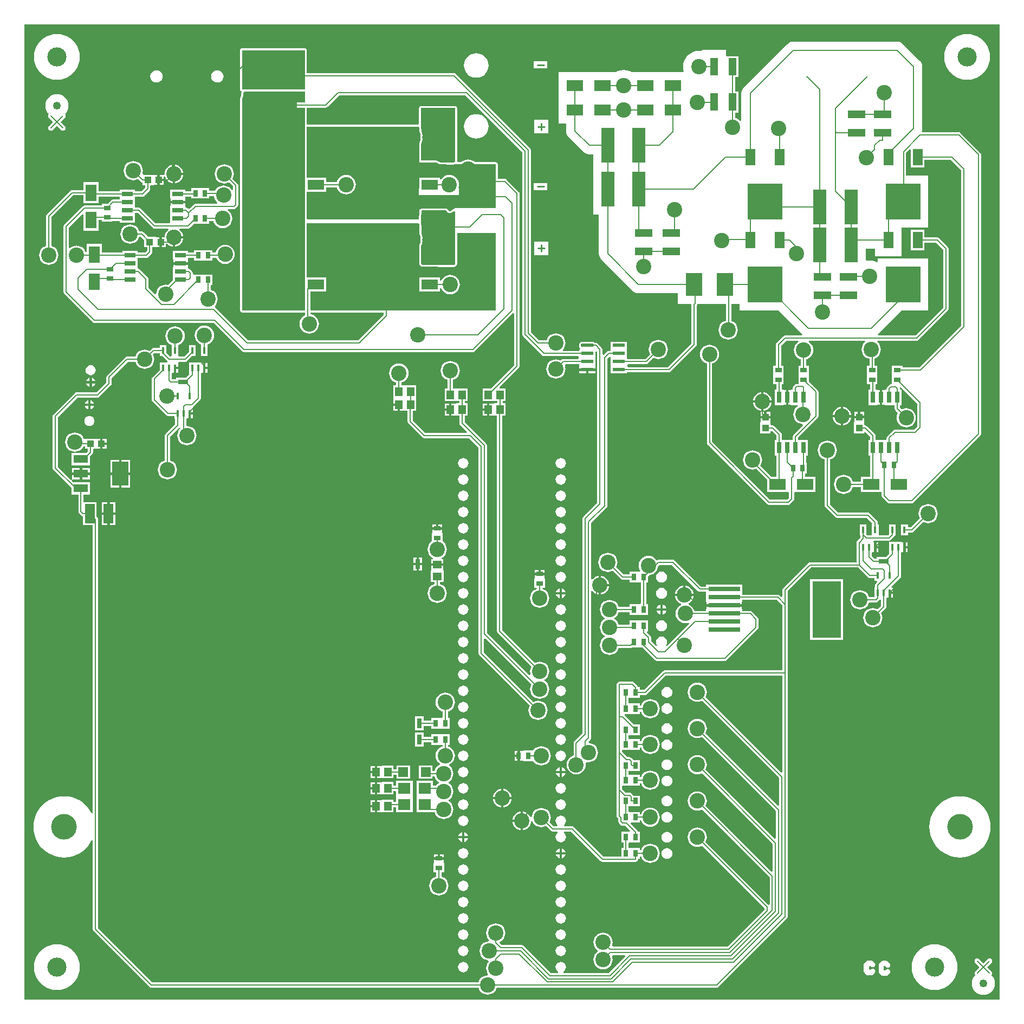
<source format=gtl>
%FSLAX25Y25*%
%MOIN*%
G70*
G01*
G75*
G04 Layer_Physical_Order=1*
G04 Layer_Color=255*
%ADD10R,0.04500X0.05300*%
%ADD11R,0.05118X0.10630*%
%ADD12R,0.10630X0.05118*%
%ADD13O,0.00700X0.01400*%
%ADD14O,0.01400X0.00700*%
%ADD15R,0.01772X0.04134*%
%ADD16R,0.07000X0.03000*%
%ADD17C,0.04921*%
%ADD18R,0.03000X0.04100*%
%ADD19R,0.04100X0.03000*%
%ADD20R,0.06890X0.10433*%
%ADD21R,0.10433X0.06890*%
%ADD22R,0.06299X0.03150*%
%ADD23R,0.03000X0.07000*%
G04:AMPARAMS|DCode=24|XSize=43.31mil|YSize=39.37mil|CornerRadius=0mil|HoleSize=0mil|Usage=FLASHONLY|Rotation=0.000|XOffset=0mil|YOffset=0mil|HoleType=Round|Shape=RoundedRectangle|*
%AMROUNDEDRECTD24*
21,1,0.04331,0.03937,0,0,0.0*
21,1,0.04331,0.03937,0,0,0.0*
1,1,0.00000,0.02165,-0.01969*
1,1,0.00000,-0.02165,-0.01969*
1,1,0.00000,-0.02165,0.01969*
1,1,0.00000,0.02165,0.01969*
%
%ADD24ROUNDEDRECTD24*%
G04:AMPARAMS|DCode=25|XSize=118.11mil|YSize=61.02mil|CornerRadius=0mil|HoleSize=0mil|Usage=FLASHONLY|Rotation=90.000|XOffset=0mil|YOffset=0mil|HoleType=Round|Shape=RoundedRectangle|*
%AMROUNDEDRECTD25*
21,1,0.11811,0.06102,0,0,90.0*
21,1,0.11811,0.06102,0,0,90.0*
1,1,0.00000,0.03051,0.05906*
1,1,0.00000,0.03051,-0.05906*
1,1,0.00000,-0.03051,-0.05906*
1,1,0.00000,-0.03051,0.05906*
%
%ADD25ROUNDEDRECTD25*%
%ADD26R,0.09000X0.05000*%
%ADD27R,0.10000X0.15000*%
%ADD28R,0.10236X0.13976*%
%ADD29R,0.13976X0.10236*%
%ADD30R,0.07795X0.02087*%
G04:AMPARAMS|DCode=31|XSize=20.87mil|YSize=77.95mil|CornerRadius=0mil|HoleSize=0mil|Usage=FLASHONLY|Rotation=270.000|XOffset=0mil|YOffset=0mil|HoleType=Round|Shape=Octagon|*
%AMOCTAGOND31*
4,1,8,0.03898,0.00522,0.03898,-0.00522,0.03376,-0.01043,-0.03376,-0.01043,-0.03898,-0.00522,-0.03898,0.00522,-0.03376,0.01043,0.03376,0.01043,0.03898,0.00522,0.0*
%
%ADD31OCTAGOND31*%

%ADD32R,0.07874X0.21260*%
%ADD33R,0.10300X0.06200*%
%ADD34R,0.22000X0.21400*%
%ADD35R,0.10400X0.06200*%
%ADD36R,0.21260X0.07874*%
%ADD37R,0.06200X0.10300*%
%ADD38R,0.21400X0.22000*%
%ADD39R,0.06200X0.10400*%
%ADD40R,0.19685X0.02992*%
%ADD41R,0.17716X0.34646*%
%ADD42R,0.03150X0.06299*%
%ADD43R,0.05500X0.04500*%
%ADD44C,0.05000*%
%ADD45R,0.07800X0.07000*%
%ADD46R,0.07800X0.07000*%
%ADD47R,0.05906X0.05906*%
%ADD48R,0.05906X0.05906*%
G04:AMPARAMS|DCode=49|XSize=43.31mil|YSize=39.37mil|CornerRadius=0mil|HoleSize=0mil|Usage=FLASHONLY|Rotation=90.000|XOffset=0mil|YOffset=0mil|HoleType=Round|Shape=RoundedRectangle|*
%AMROUNDEDRECTD49*
21,1,0.04331,0.03937,0,0,90.0*
21,1,0.04331,0.03937,0,0,90.0*
1,1,0.00000,0.01969,0.02165*
1,1,0.00000,0.01969,-0.02165*
1,1,0.00000,-0.01969,-0.02165*
1,1,0.00000,-0.01969,0.02165*
%
%ADD49ROUNDEDRECTD49*%
%ADD50C,0.03500*%
%ADD51C,0.00787*%
%ADD52C,0.01000*%
%ADD53R,0.19000X0.12392*%
%ADD54R,0.22666X0.07400*%
%ADD55R,0.29000X0.26000*%
%ADD56R,0.48000X0.07000*%
%ADD57R,0.11000X0.11000*%
%ADD58R,0.24969X0.14000*%
%ADD59R,0.38642X0.24252*%
%ADD60C,0.15748*%
%ADD61C,0.11811*%
%ADD62C,0.09449*%
G36*
X300000Y-300000D02*
X-300000D01*
Y300000D01*
X300000D01*
Y-300000D01*
D02*
G37*
%LPC*%
G36*
X95350Y-129891D02*
X94494Y-130003D01*
X93695Y-130334D01*
X93010Y-130860D01*
X92484Y-131545D01*
X92153Y-132343D01*
X92041Y-133200D01*
X92153Y-134056D01*
X92484Y-134855D01*
X93010Y-135540D01*
X93695Y-136066D01*
X94494Y-136397D01*
X95350Y-136509D01*
X96207Y-136397D01*
X97005Y-136066D01*
X97690Y-135540D01*
X98216Y-134855D01*
X98547Y-134056D01*
X98659Y-133200D01*
X98547Y-132343D01*
X98216Y-131545D01*
X97690Y-130860D01*
X97005Y-130334D01*
X96207Y-130003D01*
X95350Y-129891D01*
D02*
G37*
G36*
X-30000Y-126784D02*
X-30832Y-126893D01*
X-31608Y-127214D01*
X-32274Y-127726D01*
X-32786Y-128392D01*
X-33107Y-129167D01*
X-33217Y-130000D01*
X-33107Y-130833D01*
X-32786Y-131608D01*
X-32274Y-132274D01*
X-31608Y-132786D01*
X-30832Y-133107D01*
X-30000Y-133217D01*
X-29168Y-133107D01*
X-28392Y-132786D01*
X-27726Y-132274D01*
X-27214Y-131608D01*
X-26893Y-130833D01*
X-26783Y-130000D01*
X-26893Y-129167D01*
X-27214Y-128392D01*
X-27726Y-127726D01*
X-28392Y-127214D01*
X-29168Y-126893D01*
X-30000Y-126784D01*
D02*
G37*
G36*
X30000D02*
X29168Y-126893D01*
X28392Y-127214D01*
X27726Y-127726D01*
X27214Y-128392D01*
X26893Y-129167D01*
X26783Y-130000D01*
X26893Y-130833D01*
X27214Y-131608D01*
X27726Y-132274D01*
X28392Y-132786D01*
X29168Y-133107D01*
X30000Y-133217D01*
X30832Y-133107D01*
X31608Y-132786D01*
X32274Y-132274D01*
X32786Y-131608D01*
X33107Y-130833D01*
X33217Y-130000D01*
X33107Y-129167D01*
X32786Y-128392D01*
X32274Y-127726D01*
X31608Y-127214D01*
X30832Y-126893D01*
X30000Y-126784D01*
D02*
G37*
G36*
X95350Y-139891D02*
X94494Y-140003D01*
X93695Y-140334D01*
X93010Y-140860D01*
X92484Y-141545D01*
X92153Y-142343D01*
X92041Y-143200D01*
X92153Y-144056D01*
X92484Y-144855D01*
X93010Y-145540D01*
X93695Y-146066D01*
X94494Y-146397D01*
X95350Y-146509D01*
X96207Y-146397D01*
X97005Y-146066D01*
X97690Y-145540D01*
X98216Y-144855D01*
X98547Y-144056D01*
X98659Y-143200D01*
X98547Y-142343D01*
X98216Y-141545D01*
X97690Y-140860D01*
X97005Y-140334D01*
X96207Y-140003D01*
X95350Y-139891D01*
D02*
G37*
G36*
X-30000Y-136784D02*
X-30832Y-136893D01*
X-31608Y-137214D01*
X-32274Y-137726D01*
X-32786Y-138392D01*
X-33107Y-139167D01*
X-33217Y-140000D01*
X-33107Y-140832D01*
X-32786Y-141608D01*
X-32274Y-142274D01*
X-31608Y-142786D01*
X-30832Y-143107D01*
X-30000Y-143217D01*
X-29168Y-143107D01*
X-28392Y-142786D01*
X-27726Y-142274D01*
X-27214Y-141608D01*
X-26893Y-140832D01*
X-26783Y-140000D01*
X-26893Y-139167D01*
X-27214Y-138392D01*
X-27726Y-137726D01*
X-28392Y-137214D01*
X-29168Y-136893D01*
X-30000Y-136784D01*
D02*
G37*
G36*
X30000D02*
X29168Y-136893D01*
X28392Y-137214D01*
X27726Y-137726D01*
X27214Y-138392D01*
X26893Y-139167D01*
X26783Y-140000D01*
X26893Y-140832D01*
X27214Y-141608D01*
X27726Y-142274D01*
X28392Y-142786D01*
X29168Y-143107D01*
X30000Y-143217D01*
X30832Y-143107D01*
X31608Y-142786D01*
X32274Y-142274D01*
X32786Y-141608D01*
X33107Y-140832D01*
X33217Y-140000D01*
X33107Y-139167D01*
X32786Y-138392D01*
X32274Y-137726D01*
X31608Y-137214D01*
X30832Y-136893D01*
X30000Y-136784D01*
D02*
G37*
G36*
X-41103Y-111169D02*
X-42261Y-111283D01*
X-43374Y-111621D01*
X-44400Y-112169D01*
X-45299Y-112907D01*
X-46037Y-113806D01*
X-46586Y-114832D01*
X-46923Y-115945D01*
X-47037Y-117103D01*
X-46923Y-118261D01*
X-46586Y-119374D01*
X-46037Y-120400D01*
X-45299Y-121299D01*
X-44400Y-122037D01*
X-43374Y-122585D01*
X-42709Y-122787D01*
Y-126212D01*
X-43205Y-126708D01*
X-43496Y-126769D01*
X-43784Y-126769D01*
X-44000D01*
X-44216D01*
X-44572Y-126769D01*
X-49578D01*
Y-128394D01*
X-54244D01*
Y-125669D01*
X-59756D01*
Y-134331D01*
X-54244D01*
Y-131606D01*
X-49578D01*
Y-133231D01*
X-44572D01*
X-44216Y-133231D01*
X-44000D01*
X-43784D01*
X-43428Y-133231D01*
X-38422D01*
Y-126769D01*
X-39498D01*
Y-122787D01*
X-38832Y-122585D01*
X-37806Y-122037D01*
X-36907Y-121299D01*
X-36169Y-120400D01*
X-35621Y-119374D01*
X-35283Y-118261D01*
X-35169Y-117103D01*
X-35283Y-115945D01*
X-35621Y-114832D01*
X-36169Y-113806D01*
X-36907Y-112907D01*
X-37806Y-112169D01*
X-38832Y-111621D01*
X-39946Y-111283D01*
X-41103Y-111169D01*
D02*
G37*
G36*
X95350Y-107591D02*
X94494Y-107703D01*
X93695Y-108034D01*
X93010Y-108560D01*
X92484Y-109245D01*
X92153Y-110044D01*
X92041Y-110900D01*
X92153Y-111757D01*
X92484Y-112555D01*
X93010Y-113240D01*
X93695Y-113766D01*
X94494Y-114097D01*
X95350Y-114209D01*
X96207Y-114097D01*
X97005Y-113766D01*
X97690Y-113240D01*
X98216Y-112555D01*
X98547Y-111757D01*
X98659Y-110900D01*
X98547Y-110044D01*
X98216Y-109245D01*
X97690Y-108560D01*
X97005Y-108034D01*
X96207Y-107703D01*
X95350Y-107591D01*
D02*
G37*
G36*
X-30000Y-106783D02*
X-30832Y-106893D01*
X-31608Y-107214D01*
X-32274Y-107726D01*
X-32786Y-108392D01*
X-33107Y-109168D01*
X-33217Y-110000D01*
X-33107Y-110833D01*
X-32786Y-111608D01*
X-32274Y-112274D01*
X-31608Y-112786D01*
X-30832Y-113107D01*
X-30000Y-113216D01*
X-29168Y-113107D01*
X-28392Y-112786D01*
X-27726Y-112274D01*
X-27214Y-111608D01*
X-26893Y-110833D01*
X-26783Y-110000D01*
X-26893Y-109168D01*
X-27214Y-108392D01*
X-27726Y-107726D01*
X-28392Y-107214D01*
X-29168Y-106893D01*
X-30000Y-106783D01*
D02*
G37*
G36*
X30000D02*
X29168Y-106893D01*
X28392Y-107214D01*
X27726Y-107726D01*
X27214Y-108392D01*
X26893Y-109168D01*
X26783Y-110000D01*
X26893Y-110833D01*
X27214Y-111608D01*
X27726Y-112274D01*
X28392Y-112786D01*
X29168Y-113107D01*
X30000Y-113216D01*
X30832Y-113107D01*
X31608Y-112786D01*
X32274Y-112274D01*
X32786Y-111608D01*
X33107Y-110833D01*
X33217Y-110000D01*
X33107Y-109168D01*
X32786Y-108392D01*
X32274Y-107726D01*
X31608Y-107214D01*
X30832Y-106893D01*
X30000Y-106783D01*
D02*
G37*
G36*
X95350Y-117591D02*
X94494Y-117703D01*
X93695Y-118034D01*
X93010Y-118560D01*
X92484Y-119245D01*
X92153Y-120044D01*
X92041Y-120900D01*
X92153Y-121756D01*
X92484Y-122555D01*
X93010Y-123240D01*
X93695Y-123766D01*
X94494Y-124097D01*
X95350Y-124209D01*
X96207Y-124097D01*
X97005Y-123766D01*
X97690Y-123240D01*
X98216Y-122555D01*
X98547Y-121756D01*
X98659Y-120900D01*
X98547Y-120044D01*
X98216Y-119245D01*
X97690Y-118560D01*
X97005Y-118034D01*
X96207Y-117703D01*
X95350Y-117591D01*
D02*
G37*
G36*
X-30000Y-116783D02*
X-30832Y-116893D01*
X-31608Y-117214D01*
X-32274Y-117726D01*
X-32786Y-118392D01*
X-33107Y-119167D01*
X-33217Y-120000D01*
X-33107Y-120833D01*
X-32786Y-121608D01*
X-32274Y-122274D01*
X-31608Y-122786D01*
X-30832Y-123107D01*
X-30000Y-123216D01*
X-29168Y-123107D01*
X-28392Y-122786D01*
X-27726Y-122274D01*
X-27214Y-121608D01*
X-26893Y-120833D01*
X-26783Y-120000D01*
X-26893Y-119167D01*
X-27214Y-118392D01*
X-27726Y-117726D01*
X-28392Y-117214D01*
X-29168Y-116893D01*
X-30000Y-116783D01*
D02*
G37*
G36*
X30000D02*
X29168Y-116893D01*
X28392Y-117214D01*
X27726Y-117726D01*
X27214Y-118392D01*
X26893Y-119167D01*
X26783Y-120000D01*
X26893Y-120833D01*
X27214Y-121608D01*
X27726Y-122274D01*
X28392Y-122786D01*
X29168Y-123107D01*
X30000Y-123216D01*
X30832Y-123107D01*
X31608Y-122786D01*
X32274Y-122274D01*
X32786Y-121608D01*
X33107Y-120833D01*
X33217Y-120000D01*
X33107Y-119167D01*
X32786Y-118392D01*
X32274Y-117726D01*
X31608Y-117214D01*
X30832Y-116893D01*
X30000Y-116783D01*
D02*
G37*
G36*
X-84397Y-156350D02*
X-86897D01*
Y-159250D01*
X-84397D01*
Y-156350D01*
D02*
G37*
G36*
X29250Y-157065D02*
X29215Y-157070D01*
X28483Y-157373D01*
X27855Y-157855D01*
X27373Y-158483D01*
X27070Y-159215D01*
X27065Y-159250D01*
X29250D01*
Y-157065D01*
D02*
G37*
G36*
X30750D02*
Y-159250D01*
X32935D01*
X32930Y-159215D01*
X32627Y-158483D01*
X32145Y-157855D01*
X31517Y-157373D01*
X30785Y-157070D01*
X30750Y-157065D01*
D02*
G37*
G36*
X29250Y-160750D02*
X27065D01*
X27070Y-160785D01*
X27373Y-161517D01*
X27855Y-162145D01*
X28483Y-162627D01*
X29215Y-162930D01*
X29250Y-162935D01*
Y-160750D01*
D02*
G37*
G36*
X32935D02*
X30750D01*
Y-162935D01*
X30785Y-162930D01*
X31517Y-162627D01*
X32145Y-162145D01*
X32627Y-161517D01*
X32930Y-160785D01*
X32935Y-160750D01*
D02*
G37*
G36*
X-54244Y-135669D02*
X-59756D01*
Y-144331D01*
X-54244D01*
Y-141606D01*
X-49578D01*
Y-143231D01*
X-44572D01*
X-44216Y-143231D01*
X-44000D01*
X-43784D01*
X-43496Y-143231D01*
X-42709Y-143395D01*
Y-144213D01*
X-43374Y-144414D01*
X-44400Y-144963D01*
X-45299Y-145701D01*
X-46037Y-146600D01*
X-46586Y-147626D01*
X-46923Y-148739D01*
X-47037Y-149897D01*
X-46923Y-151055D01*
X-46586Y-152168D01*
X-46037Y-153194D01*
X-45299Y-154093D01*
X-44486Y-154760D01*
X-44428Y-154964D01*
X-44427Y-155004D01*
X-44528Y-155655D01*
X-45297Y-156066D01*
X-46196Y-156804D01*
X-46934Y-157703D01*
X-47482Y-158729D01*
X-47684Y-159394D01*
X-48976D01*
Y-155866D01*
X-57244D01*
Y-164134D01*
X-48976D01*
Y-162606D01*
X-47684D01*
X-47482Y-163271D01*
X-46934Y-164297D01*
X-46196Y-165196D01*
X-45297Y-165934D01*
X-45073Y-166054D01*
Y-166946D01*
X-45297Y-167066D01*
X-46196Y-167804D01*
X-46681Y-168394D01*
X-48669D01*
Y-165319D01*
X-58831D01*
Y-174681D01*
X-58831D01*
Y-175319D01*
X-58831D01*
Y-184681D01*
X-48669D01*
Y-184606D01*
X-47684D01*
X-47482Y-185271D01*
X-46934Y-186297D01*
X-46196Y-187196D01*
X-45297Y-187934D01*
X-44271Y-188482D01*
X-43158Y-188820D01*
X-42000Y-188934D01*
X-40842Y-188820D01*
X-39729Y-188482D01*
X-38703Y-187934D01*
X-37804Y-187196D01*
X-37066Y-186297D01*
X-36518Y-185271D01*
X-36180Y-184158D01*
X-36066Y-183000D01*
X-36180Y-181842D01*
X-36518Y-180729D01*
X-37066Y-179703D01*
X-37804Y-178804D01*
X-38703Y-178066D01*
X-38927Y-177946D01*
Y-177054D01*
X-38703Y-176934D01*
X-37804Y-176196D01*
X-37066Y-175297D01*
X-36518Y-174271D01*
X-36180Y-173158D01*
X-36066Y-172000D01*
X-36180Y-170842D01*
X-36518Y-169729D01*
X-37066Y-168703D01*
X-37804Y-167804D01*
X-38703Y-167066D01*
X-38927Y-166946D01*
Y-166054D01*
X-38703Y-165934D01*
X-37804Y-165196D01*
X-37066Y-164297D01*
X-36518Y-163271D01*
X-36180Y-162158D01*
X-36066Y-161000D01*
X-36180Y-159842D01*
X-36518Y-158729D01*
X-37066Y-157703D01*
X-37804Y-156804D01*
X-38617Y-156137D01*
X-38675Y-155933D01*
X-38676Y-155893D01*
X-38575Y-155242D01*
X-37806Y-154831D01*
X-36907Y-154093D01*
X-36169Y-153194D01*
X-35621Y-152168D01*
X-35283Y-151055D01*
X-35169Y-149897D01*
X-35283Y-148739D01*
X-35621Y-147626D01*
X-36169Y-146600D01*
X-36907Y-145701D01*
X-37806Y-144963D01*
X-38832Y-144414D01*
X-39498Y-144213D01*
Y-143231D01*
X-38422D01*
Y-136769D01*
X-43428D01*
X-43784Y-136769D01*
X-44000D01*
X-44216D01*
X-44572Y-136769D01*
X-49578D01*
Y-138394D01*
X-54244D01*
Y-135669D01*
D02*
G37*
G36*
X95350Y-152191D02*
X94494Y-152303D01*
X93695Y-152634D01*
X93010Y-153160D01*
X92484Y-153845D01*
X92153Y-154643D01*
X92041Y-155500D01*
X92153Y-156357D01*
X92484Y-157155D01*
X93010Y-157840D01*
X93695Y-158366D01*
X94494Y-158697D01*
X95350Y-158809D01*
X96207Y-158697D01*
X97005Y-158366D01*
X97690Y-157840D01*
X98216Y-157155D01*
X98547Y-156357D01*
X98659Y-155500D01*
X98547Y-154643D01*
X98216Y-153845D01*
X97690Y-153160D01*
X97005Y-152634D01*
X96207Y-152303D01*
X95350Y-152191D01*
D02*
G37*
G36*
X3350Y-150750D02*
X1600D01*
Y-153050D01*
X3350D01*
Y-150750D01*
D02*
G37*
G36*
Y-146950D02*
X1600D01*
Y-149250D01*
X3350D01*
Y-146950D01*
D02*
G37*
G36*
X18000Y-144066D02*
X16842Y-144180D01*
X15729Y-144518D01*
X14703Y-145066D01*
X13804Y-145804D01*
X13262Y-146465D01*
X12581Y-146769D01*
X12581D01*
X12581Y-146769D01*
X12581Y-146769D01*
X7312D01*
X7221Y-146769D01*
X7219D01*
X6506Y-146950D01*
X6431Y-146950D01*
X4850D01*
Y-150000D01*
Y-153050D01*
X6431D01*
X6506Y-153050D01*
X7219Y-153231D01*
X7221D01*
X7312Y-153231D01*
X12581D01*
X12581Y-153231D01*
X13249Y-153520D01*
X13804Y-154196D01*
X14703Y-154934D01*
X15729Y-155482D01*
X16842Y-155820D01*
X18000Y-155934D01*
X19158Y-155820D01*
X20271Y-155482D01*
X21297Y-154934D01*
X22196Y-154196D01*
X22934Y-153297D01*
X23482Y-152271D01*
X23820Y-151158D01*
X23934Y-150000D01*
X23820Y-148842D01*
X23482Y-147729D01*
X22934Y-146703D01*
X22196Y-145804D01*
X21297Y-145066D01*
X20271Y-144518D01*
X19158Y-144180D01*
X18000Y-144066D01*
D02*
G37*
G36*
X-62756Y-155866D02*
X-71024D01*
Y-158394D01*
X-72922D01*
Y-156169D01*
X-79685D01*
X-79782Y-156169D01*
X-79784D01*
X-80497Y-156350D01*
X-80572Y-156350D01*
X-82897D01*
Y-160000D01*
Y-163650D01*
X-80572D01*
X-80497Y-163650D01*
X-79784Y-163831D01*
X-79782D01*
X-79685Y-163831D01*
X-72922D01*
Y-161606D01*
X-71024D01*
Y-164134D01*
X-62756D01*
Y-155866D01*
D02*
G37*
G36*
X-30000Y-146783D02*
X-30832Y-146893D01*
X-31608Y-147214D01*
X-32274Y-147726D01*
X-32786Y-148392D01*
X-33107Y-149168D01*
X-33217Y-150000D01*
X-33107Y-150832D01*
X-32786Y-151608D01*
X-32274Y-152274D01*
X-31608Y-152786D01*
X-30832Y-153107D01*
X-30000Y-153217D01*
X-29168Y-153107D01*
X-28392Y-152786D01*
X-27726Y-152274D01*
X-27214Y-151608D01*
X-26893Y-150832D01*
X-26783Y-150000D01*
X-26893Y-149168D01*
X-27214Y-148392D01*
X-27726Y-147726D01*
X-28392Y-147214D01*
X-29168Y-146893D01*
X-30000Y-146783D01*
D02*
G37*
G36*
X30000D02*
X29168Y-146893D01*
X28392Y-147214D01*
X27726Y-147726D01*
X27214Y-148392D01*
X26893Y-149168D01*
X26783Y-150000D01*
X26893Y-150832D01*
X27214Y-151608D01*
X27726Y-152274D01*
X28392Y-152786D01*
X29168Y-153107D01*
X30000Y-153217D01*
X30832Y-153107D01*
X31608Y-152786D01*
X32274Y-152274D01*
X32786Y-151608D01*
X33107Y-150832D01*
X33217Y-150000D01*
X33107Y-149168D01*
X32786Y-148392D01*
X32274Y-147726D01*
X31608Y-147214D01*
X30832Y-146893D01*
X30000Y-146783D01*
D02*
G37*
G36*
X-30000Y-96784D02*
X-30832Y-96893D01*
X-31608Y-97214D01*
X-32274Y-97726D01*
X-32786Y-98392D01*
X-33107Y-99168D01*
X-33217Y-100000D01*
X-33107Y-100832D01*
X-32786Y-101608D01*
X-32274Y-102274D01*
X-31608Y-102786D01*
X-30832Y-103107D01*
X-30000Y-103217D01*
X-29168Y-103107D01*
X-28392Y-102786D01*
X-27726Y-102274D01*
X-27214Y-101608D01*
X-26893Y-100832D01*
X-26783Y-100000D01*
X-26893Y-99168D01*
X-27214Y-98392D01*
X-27726Y-97726D01*
X-28392Y-97214D01*
X-29168Y-96893D01*
X-30000Y-96784D01*
D02*
G37*
G36*
X-42250Y-33100D02*
X-49750D01*
Y-35432D01*
X-49750Y-35506D01*
X-49931Y-36219D01*
Y-36220D01*
X-49931Y-36312D01*
Y-43081D01*
X-47606D01*
Y-44316D01*
X-48271Y-44518D01*
X-49297Y-45066D01*
X-50196Y-45804D01*
X-50934Y-46703D01*
X-51482Y-47729D01*
X-51820Y-48842D01*
X-51934Y-50000D01*
X-51820Y-51158D01*
X-51482Y-52271D01*
X-50934Y-53297D01*
X-50196Y-54196D01*
X-49297Y-54934D01*
X-48271Y-55482D01*
X-47158Y-55820D01*
X-46000Y-55934D01*
X-44842Y-55820D01*
X-43729Y-55482D01*
X-42703Y-54934D01*
X-41804Y-54196D01*
X-41066Y-53297D01*
X-40518Y-52271D01*
X-40180Y-51158D01*
X-40066Y-50000D01*
X-40180Y-48842D01*
X-40518Y-47729D01*
X-41066Y-46703D01*
X-41804Y-45804D01*
X-42703Y-45066D01*
X-43729Y-44518D01*
X-44394Y-44316D01*
Y-43081D01*
X-42069D01*
Y-36312D01*
X-42069Y-36220D01*
Y-36219D01*
X-42250Y-35506D01*
X-42250Y-35432D01*
Y-33100D01*
D02*
G37*
G36*
X92000Y-46691D02*
X91144Y-46803D01*
X90345Y-47134D01*
X89660Y-47660D01*
X89134Y-48345D01*
X88803Y-49143D01*
X88691Y-50000D01*
X88803Y-50857D01*
X89134Y-51655D01*
X89660Y-52340D01*
X90345Y-52866D01*
X91144Y-53197D01*
X92000Y-53309D01*
X92857Y-53197D01*
X93655Y-52866D01*
X94340Y-52340D01*
X94866Y-51655D01*
X95197Y-50857D01*
X95309Y-50000D01*
X95197Y-49143D01*
X94866Y-48345D01*
X94340Y-47660D01*
X93655Y-47134D01*
X92857Y-46803D01*
X92000Y-46691D01*
D02*
G37*
G36*
X-30000Y-46784D02*
X-30832Y-46893D01*
X-31608Y-47214D01*
X-32274Y-47726D01*
X-32786Y-48392D01*
X-33107Y-49167D01*
X-33217Y-50000D01*
X-33107Y-50832D01*
X-32786Y-51608D01*
X-32274Y-52274D01*
X-31608Y-52786D01*
X-30832Y-53107D01*
X-30000Y-53216D01*
X-29168Y-53107D01*
X-28392Y-52786D01*
X-27726Y-52274D01*
X-27214Y-51608D01*
X-26893Y-50832D01*
X-26783Y-50000D01*
X-26893Y-49167D01*
X-27214Y-48392D01*
X-27726Y-47726D01*
X-28392Y-47214D01*
X-29168Y-46893D01*
X-30000Y-46784D01*
D02*
G37*
G36*
X91250Y-56972D02*
X91191Y-56980D01*
X90437Y-57292D01*
X89789Y-57789D01*
X89292Y-58437D01*
X88980Y-59191D01*
X88972Y-59250D01*
X91250D01*
Y-56972D01*
D02*
G37*
G36*
X92750D02*
Y-59250D01*
X95028D01*
X95020Y-59191D01*
X94708Y-58437D01*
X94211Y-57789D01*
X93563Y-57292D01*
X92809Y-56980D01*
X92750Y-56972D01*
D02*
G37*
G36*
X20050Y-38850D02*
X13950D01*
Y-40431D01*
X13950Y-40507D01*
X13769Y-41219D01*
Y-41221D01*
X13769Y-41312D01*
Y-46581D01*
X15104D01*
X15221Y-47368D01*
X14729Y-47518D01*
X13703Y-48066D01*
X12804Y-48804D01*
X12066Y-49703D01*
X11518Y-50729D01*
X11180Y-51842D01*
X11066Y-53000D01*
X11180Y-54158D01*
X11518Y-55271D01*
X12066Y-56297D01*
X12804Y-57196D01*
X13703Y-57934D01*
X14729Y-58482D01*
X15842Y-58820D01*
X17000Y-58934D01*
X18158Y-58820D01*
X19271Y-58482D01*
X20297Y-57934D01*
X21196Y-57196D01*
X21934Y-56297D01*
X22482Y-55271D01*
X22820Y-54158D01*
X22934Y-53000D01*
X22820Y-51842D01*
X22482Y-50729D01*
X21934Y-49703D01*
X21196Y-48804D01*
X20297Y-48066D01*
X19271Y-47518D01*
X18779Y-47368D01*
X18896Y-46581D01*
X20231D01*
Y-41312D01*
X20231Y-41221D01*
Y-41219D01*
X20050Y-40507D01*
X20050Y-40431D01*
Y-38850D01*
D02*
G37*
G36*
X29250Y-50750D02*
X27065D01*
X27070Y-50785D01*
X27373Y-51517D01*
X27855Y-52145D01*
X28483Y-52627D01*
X29215Y-52930D01*
X29250Y-52935D01*
Y-50750D01*
D02*
G37*
G36*
X105250Y-45325D02*
X104506Y-45423D01*
X103113Y-46000D01*
X101917Y-46917D01*
X101000Y-48113D01*
X100423Y-49506D01*
X100325Y-50250D01*
X105250D01*
Y-45325D01*
D02*
G37*
G36*
X106750D02*
Y-50250D01*
X111675D01*
X111577Y-49506D01*
X111000Y-48113D01*
X110083Y-46917D01*
X108887Y-46000D01*
X107494Y-45423D01*
X106750Y-45325D01*
D02*
G37*
G36*
X29250Y-47065D02*
X29215Y-47069D01*
X28483Y-47373D01*
X27855Y-47855D01*
X27373Y-48483D01*
X27070Y-49215D01*
X27065Y-49250D01*
X29250D01*
Y-47065D01*
D02*
G37*
G36*
X32935Y-50750D02*
X30750D01*
Y-52935D01*
X30785Y-52930D01*
X31517Y-52627D01*
X32145Y-52145D01*
X32627Y-51517D01*
X32930Y-50785D01*
X32935Y-50750D01*
D02*
G37*
G36*
X234366Y-50380D02*
X233230D01*
Y-52697D01*
X234366D01*
Y-50380D01*
D02*
G37*
G36*
X59675Y-45750D02*
X54750D01*
Y-50675D01*
X55494Y-50577D01*
X56887Y-50000D01*
X58083Y-49083D01*
X59000Y-47887D01*
X59577Y-46494D01*
X59675Y-45750D01*
D02*
G37*
G36*
X-30000Y-76784D02*
X-30832Y-76893D01*
X-31608Y-77214D01*
X-32274Y-77726D01*
X-32786Y-78392D01*
X-33107Y-79167D01*
X-33217Y-80000D01*
X-33107Y-80832D01*
X-32786Y-81608D01*
X-32274Y-82274D01*
X-31608Y-82786D01*
X-30832Y-83107D01*
X-30000Y-83217D01*
X-29168Y-83107D01*
X-28392Y-82786D01*
X-27726Y-82274D01*
X-27214Y-81608D01*
X-26893Y-80832D01*
X-26783Y-80000D01*
X-26893Y-79167D01*
X-27214Y-78392D01*
X-27726Y-77726D01*
X-28392Y-77214D01*
X-29168Y-76893D01*
X-30000Y-76784D01*
D02*
G37*
G36*
X30000D02*
X29168Y-76893D01*
X28392Y-77214D01*
X27726Y-77726D01*
X27214Y-78392D01*
X26893Y-79167D01*
X26783Y-80000D01*
X26893Y-80832D01*
X27214Y-81608D01*
X27726Y-82274D01*
X28392Y-82786D01*
X29168Y-83107D01*
X30000Y-83217D01*
X30832Y-83107D01*
X31608Y-82786D01*
X32274Y-82274D01*
X32786Y-81608D01*
X33107Y-80832D01*
X33217Y-80000D01*
X33107Y-79167D01*
X32786Y-78392D01*
X32274Y-77726D01*
X31608Y-77214D01*
X30832Y-76893D01*
X30000Y-76784D01*
D02*
G37*
G36*
X203545Y-41496D02*
X183467D01*
Y-78504D01*
X203545D01*
Y-41496D01*
D02*
G37*
G36*
X30000Y-96784D02*
X29168Y-96893D01*
X28392Y-97214D01*
X27726Y-97726D01*
X27214Y-98392D01*
X26893Y-99168D01*
X26783Y-100000D01*
X26893Y-100832D01*
X27214Y-101608D01*
X27726Y-102274D01*
X28392Y-102786D01*
X29168Y-103107D01*
X30000Y-103217D01*
X30832Y-103107D01*
X31608Y-102786D01*
X32274Y-102274D01*
X32786Y-101608D01*
X33107Y-100832D01*
X33217Y-100000D01*
X33107Y-99168D01*
X32786Y-98392D01*
X32274Y-97726D01*
X31608Y-97214D01*
X30832Y-96893D01*
X30000Y-96784D01*
D02*
G37*
G36*
X-30000Y-86783D02*
X-30832Y-86893D01*
X-31608Y-87214D01*
X-32274Y-87726D01*
X-32786Y-88392D01*
X-33107Y-89167D01*
X-33217Y-90000D01*
X-33107Y-90833D01*
X-32786Y-91608D01*
X-32274Y-92274D01*
X-31608Y-92786D01*
X-30832Y-93107D01*
X-30000Y-93217D01*
X-29168Y-93107D01*
X-28392Y-92786D01*
X-27726Y-92274D01*
X-27214Y-91608D01*
X-26893Y-90833D01*
X-26783Y-90000D01*
X-26893Y-89167D01*
X-27214Y-88392D01*
X-27726Y-87726D01*
X-28392Y-87214D01*
X-29168Y-86893D01*
X-30000Y-86783D01*
D02*
G37*
G36*
X30000D02*
X29168Y-86893D01*
X28392Y-87214D01*
X27726Y-87726D01*
X27214Y-88392D01*
X26893Y-89167D01*
X26783Y-90000D01*
X26893Y-90833D01*
X27214Y-91608D01*
X27726Y-92274D01*
X28392Y-92786D01*
X29168Y-93107D01*
X30000Y-93217D01*
X30832Y-93107D01*
X31608Y-92786D01*
X32274Y-92274D01*
X32786Y-91608D01*
X33107Y-90833D01*
X33217Y-90000D01*
X33107Y-89167D01*
X32786Y-88392D01*
X32274Y-87726D01*
X31608Y-87214D01*
X30832Y-86893D01*
X30000Y-86783D01*
D02*
G37*
G36*
X92000Y-66691D02*
X91144Y-66803D01*
X90345Y-67134D01*
X89660Y-67660D01*
X89134Y-68345D01*
X88803Y-69143D01*
X88691Y-70000D01*
X88803Y-70856D01*
X89134Y-71655D01*
X89660Y-72340D01*
X90345Y-72866D01*
X91144Y-73197D01*
X92000Y-73309D01*
X92857Y-73197D01*
X93655Y-72866D01*
X94340Y-72340D01*
X94866Y-71655D01*
X95197Y-70856D01*
X95309Y-70000D01*
X95197Y-69143D01*
X94866Y-68345D01*
X94340Y-67660D01*
X93655Y-67134D01*
X92857Y-66803D01*
X92000Y-66691D01*
D02*
G37*
G36*
X30000Y-56783D02*
X29168Y-56893D01*
X28392Y-57214D01*
X27726Y-57726D01*
X27214Y-58392D01*
X26893Y-59167D01*
X26783Y-60000D01*
X26893Y-60833D01*
X27214Y-61608D01*
X27726Y-62274D01*
X28392Y-62786D01*
X29168Y-63107D01*
X30000Y-63217D01*
X30832Y-63107D01*
X31608Y-62786D01*
X32274Y-62274D01*
X32786Y-61608D01*
X33107Y-60833D01*
X33217Y-60000D01*
X33107Y-59167D01*
X32786Y-58392D01*
X32274Y-57726D01*
X31608Y-57214D01*
X30832Y-56893D01*
X30000Y-56783D01*
D02*
G37*
G36*
X91250Y-60750D02*
X88972D01*
X88980Y-60809D01*
X89292Y-61563D01*
X89789Y-62211D01*
X90437Y-62708D01*
X91191Y-63020D01*
X91250Y-63028D01*
Y-60750D01*
D02*
G37*
G36*
X95028D02*
X92750D01*
Y-63028D01*
X92809Y-63020D01*
X93563Y-62708D01*
X94211Y-62211D01*
X94708Y-61563D01*
X95020Y-60809D01*
X95028Y-60750D01*
D02*
G37*
G36*
X-30000Y-66783D02*
X-30832Y-66893D01*
X-31608Y-67214D01*
X-32274Y-67726D01*
X-32786Y-68392D01*
X-33107Y-69168D01*
X-33217Y-70000D01*
X-33107Y-70833D01*
X-32786Y-71608D01*
X-32274Y-72274D01*
X-31608Y-72786D01*
X-30832Y-73107D01*
X-30000Y-73216D01*
X-29168Y-73107D01*
X-28392Y-72786D01*
X-27726Y-72274D01*
X-27214Y-71608D01*
X-26893Y-70833D01*
X-26783Y-70000D01*
X-26893Y-69168D01*
X-27214Y-68392D01*
X-27726Y-67726D01*
X-28392Y-67214D01*
X-29168Y-66893D01*
X-30000Y-66783D01*
D02*
G37*
G36*
X30000D02*
X29168Y-66893D01*
X28392Y-67214D01*
X27726Y-67726D01*
X27214Y-68392D01*
X26893Y-69168D01*
X26783Y-70000D01*
X26893Y-70833D01*
X27214Y-71608D01*
X27726Y-72274D01*
X28392Y-72786D01*
X29168Y-73107D01*
X30000Y-73216D01*
X30832Y-73107D01*
X31608Y-72786D01*
X32274Y-72274D01*
X32786Y-71608D01*
X33107Y-70833D01*
X33217Y-70000D01*
X33107Y-69168D01*
X32786Y-68392D01*
X32274Y-67726D01*
X31608Y-67214D01*
X30832Y-66893D01*
X30000Y-66783D01*
D02*
G37*
G36*
X-30000Y-56783D02*
X-30832Y-56893D01*
X-31608Y-57214D01*
X-32274Y-57726D01*
X-32786Y-58392D01*
X-33107Y-59167D01*
X-33217Y-60000D01*
X-33107Y-60833D01*
X-32786Y-61608D01*
X-32274Y-62274D01*
X-31608Y-62786D01*
X-30832Y-63107D01*
X-30000Y-63217D01*
X-29168Y-63107D01*
X-28392Y-62786D01*
X-27726Y-62274D01*
X-27214Y-61608D01*
X-26893Y-60833D01*
X-26783Y-60000D01*
X-26893Y-59167D01*
X-27214Y-58392D01*
X-27726Y-57726D01*
X-28392Y-57214D01*
X-29168Y-56893D01*
X-30000Y-56783D01*
D02*
G37*
G36*
Y-156783D02*
X-30832Y-156893D01*
X-31608Y-157214D01*
X-32274Y-157726D01*
X-32786Y-158392D01*
X-33107Y-159168D01*
X-33217Y-160000D01*
X-33107Y-160833D01*
X-32786Y-161608D01*
X-32274Y-162274D01*
X-31608Y-162786D01*
X-30832Y-163107D01*
X-30000Y-163216D01*
X-29168Y-163107D01*
X-28392Y-162786D01*
X-27726Y-162274D01*
X-27214Y-161608D01*
X-26893Y-160833D01*
X-26783Y-160000D01*
X-26893Y-159168D01*
X-27214Y-158392D01*
X-27726Y-157726D01*
X-28392Y-157214D01*
X-29168Y-156893D01*
X-30000Y-156783D01*
D02*
G37*
G36*
X30000Y-226783D02*
X29168Y-226893D01*
X28392Y-227214D01*
X27726Y-227726D01*
X27214Y-228392D01*
X26893Y-229168D01*
X26783Y-230000D01*
X26893Y-230833D01*
X27214Y-231608D01*
X27726Y-232274D01*
X28392Y-232786D01*
X29168Y-233107D01*
X30000Y-233217D01*
X30832Y-233107D01*
X31608Y-232786D01*
X32274Y-232274D01*
X32786Y-231608D01*
X33107Y-230833D01*
X33217Y-230000D01*
X33107Y-229168D01*
X32786Y-228392D01*
X32274Y-227726D01*
X31608Y-227214D01*
X30832Y-226893D01*
X30000Y-226783D01*
D02*
G37*
G36*
X-30000Y-216783D02*
X-30832Y-216893D01*
X-31608Y-217214D01*
X-32274Y-217726D01*
X-32786Y-218392D01*
X-33107Y-219167D01*
X-33217Y-220000D01*
X-33107Y-220832D01*
X-32786Y-221608D01*
X-32274Y-222274D01*
X-31608Y-222786D01*
X-30832Y-223107D01*
X-30000Y-223217D01*
X-29168Y-223107D01*
X-28392Y-222786D01*
X-27726Y-222274D01*
X-27214Y-221608D01*
X-26893Y-220832D01*
X-26783Y-220000D01*
X-26893Y-219167D01*
X-27214Y-218392D01*
X-27726Y-217726D01*
X-28392Y-217214D01*
X-29168Y-216893D01*
X-30000Y-216783D01*
D02*
G37*
G36*
X30000D02*
X29168Y-216893D01*
X28392Y-217214D01*
X27726Y-217726D01*
X27214Y-218392D01*
X26893Y-219167D01*
X26783Y-220000D01*
X26893Y-220832D01*
X27214Y-221608D01*
X27726Y-222274D01*
X28392Y-222786D01*
X29168Y-223107D01*
X30000Y-223217D01*
X30832Y-223107D01*
X31608Y-222786D01*
X32274Y-222274D01*
X32786Y-221608D01*
X33107Y-220832D01*
X33217Y-220000D01*
X33107Y-219167D01*
X32786Y-218392D01*
X32274Y-217726D01*
X31608Y-217214D01*
X30832Y-216893D01*
X30000Y-216783D01*
D02*
G37*
G36*
Y-236784D02*
X29168Y-236893D01*
X28392Y-237214D01*
X27726Y-237726D01*
X27214Y-238392D01*
X26893Y-239167D01*
X26783Y-240000D01*
X26893Y-240832D01*
X27214Y-241608D01*
X27726Y-242274D01*
X28392Y-242786D01*
X29168Y-243107D01*
X30000Y-243216D01*
X30832Y-243107D01*
X31608Y-242786D01*
X32274Y-242274D01*
X32786Y-241608D01*
X33107Y-240832D01*
X33217Y-240000D01*
X33107Y-239167D01*
X32786Y-238392D01*
X32274Y-237726D01*
X31608Y-237214D01*
X30832Y-236893D01*
X30000Y-236784D01*
D02*
G37*
G36*
X-41950Y-213850D02*
X-48050D01*
Y-215431D01*
X-48050Y-215507D01*
X-48231Y-216219D01*
Y-216221D01*
X-48231Y-216312D01*
Y-221581D01*
X-46606D01*
Y-224316D01*
X-47271Y-224518D01*
X-48297Y-225066D01*
X-49196Y-225804D01*
X-49934Y-226703D01*
X-50482Y-227729D01*
X-50820Y-228842D01*
X-50934Y-230000D01*
X-50820Y-231158D01*
X-50482Y-232271D01*
X-49934Y-233297D01*
X-49196Y-234196D01*
X-48297Y-234934D01*
X-47271Y-235482D01*
X-46158Y-235820D01*
X-45000Y-235934D01*
X-43842Y-235820D01*
X-42729Y-235482D01*
X-41703Y-234934D01*
X-40804Y-234196D01*
X-40066Y-233297D01*
X-39518Y-232271D01*
X-39180Y-231158D01*
X-39066Y-230000D01*
X-39180Y-228842D01*
X-39518Y-227729D01*
X-40066Y-226703D01*
X-40804Y-225804D01*
X-41703Y-225066D01*
X-42729Y-224518D01*
X-43394Y-224316D01*
Y-221581D01*
X-41769D01*
Y-216312D01*
X-41769Y-216221D01*
Y-216219D01*
X-41950Y-215507D01*
X-41950Y-215431D01*
Y-213850D01*
D02*
G37*
G36*
X-30000Y-226783D02*
X-30832Y-226893D01*
X-31608Y-227214D01*
X-32274Y-227726D01*
X-32786Y-228392D01*
X-33107Y-229168D01*
X-33217Y-230000D01*
X-33107Y-230833D01*
X-32786Y-231608D01*
X-32274Y-232274D01*
X-31608Y-232786D01*
X-30832Y-233107D01*
X-30000Y-233217D01*
X-29168Y-233107D01*
X-28392Y-232786D01*
X-27726Y-232274D01*
X-27214Y-231608D01*
X-26893Y-230833D01*
X-26783Y-230000D01*
X-26893Y-229168D01*
X-27214Y-228392D01*
X-27726Y-227726D01*
X-28392Y-227214D01*
X-29168Y-226893D01*
X-30000Y-226783D01*
D02*
G37*
G36*
X95350Y-206791D02*
X94494Y-206903D01*
X93695Y-207234D01*
X93010Y-207760D01*
X92484Y-208445D01*
X92153Y-209243D01*
X92041Y-210100D01*
X92153Y-210957D01*
X92484Y-211755D01*
X93010Y-212440D01*
X93695Y-212966D01*
X94494Y-213297D01*
X95350Y-213409D01*
X96207Y-213297D01*
X97005Y-212966D01*
X97690Y-212440D01*
X98216Y-211755D01*
X98547Y-210957D01*
X98659Y-210100D01*
X98547Y-209243D01*
X98216Y-208445D01*
X97690Y-207760D01*
X97005Y-207234D01*
X96207Y-206903D01*
X95350Y-206791D01*
D02*
G37*
G36*
X275590Y-174856D02*
X273131Y-175018D01*
X270713Y-175499D01*
X268379Y-176291D01*
X266168Y-177381D01*
X264119Y-178751D01*
X262266Y-180376D01*
X260640Y-182229D01*
X259271Y-184279D01*
X258181Y-186489D01*
X257388Y-188823D01*
X256908Y-191241D01*
X256746Y-193701D01*
X256908Y-196160D01*
X257388Y-198578D01*
X258181Y-200912D01*
X259271Y-203123D01*
X260640Y-205172D01*
X262266Y-207026D01*
X264119Y-208651D01*
X266168Y-210020D01*
X268379Y-211111D01*
X270713Y-211903D01*
X273131Y-212384D01*
X275590Y-212545D01*
X278050Y-212384D01*
X280468Y-211903D01*
X282802Y-211111D01*
X285013Y-210020D01*
X287062Y-208651D01*
X288915Y-207026D01*
X290541Y-205172D01*
X291910Y-203123D01*
X293000Y-200912D01*
X293793Y-198578D01*
X294274Y-196160D01*
X294435Y-193701D01*
X294274Y-191241D01*
X293793Y-188823D01*
X293000Y-186489D01*
X291910Y-184279D01*
X290541Y-182229D01*
X288915Y-180376D01*
X287062Y-178751D01*
X285013Y-177381D01*
X282802Y-176291D01*
X280468Y-175499D01*
X278050Y-175018D01*
X275590Y-174856D01*
D02*
G37*
G36*
X-45750Y-210600D02*
X-48050D01*
Y-212350D01*
X-45750D01*
Y-210600D01*
D02*
G37*
G36*
X-41950D02*
X-44250D01*
Y-212350D01*
X-41950D01*
Y-210600D01*
D02*
G37*
G36*
X-30000Y-206784D02*
X-30832Y-206893D01*
X-31608Y-207214D01*
X-32274Y-207726D01*
X-32786Y-208392D01*
X-33107Y-209168D01*
X-33217Y-210000D01*
X-33107Y-210833D01*
X-32786Y-211608D01*
X-32274Y-212274D01*
X-31608Y-212786D01*
X-30832Y-213107D01*
X-30000Y-213216D01*
X-29168Y-213107D01*
X-28392Y-212786D01*
X-27726Y-212274D01*
X-27214Y-211608D01*
X-26893Y-210833D01*
X-26783Y-210000D01*
X-26893Y-209168D01*
X-27214Y-208392D01*
X-27726Y-207726D01*
X-28392Y-207214D01*
X-29168Y-206893D01*
X-30000Y-206784D01*
D02*
G37*
G36*
X29250Y-210750D02*
X27065D01*
X27070Y-210785D01*
X27373Y-211517D01*
X27855Y-212145D01*
X28483Y-212627D01*
X29215Y-212930D01*
X29250Y-212935D01*
Y-210750D01*
D02*
G37*
G36*
X32935D02*
X30750D01*
Y-212935D01*
X30785Y-212930D01*
X31517Y-212627D01*
X32145Y-212145D01*
X32627Y-211517D01*
X32930Y-210785D01*
X32935Y-210750D01*
D02*
G37*
G36*
X-30000Y-276783D02*
X-30832Y-276893D01*
X-31608Y-277214D01*
X-32274Y-277726D01*
X-32786Y-278392D01*
X-33107Y-279168D01*
X-33217Y-280000D01*
X-33107Y-280833D01*
X-32786Y-281608D01*
X-32274Y-282274D01*
X-31608Y-282786D01*
X-30832Y-283107D01*
X-30000Y-283217D01*
X-29168Y-283107D01*
X-28392Y-282786D01*
X-27726Y-282274D01*
X-27214Y-281608D01*
X-26893Y-280833D01*
X-26783Y-280000D01*
X-26893Y-279168D01*
X-27214Y-278392D01*
X-27726Y-277726D01*
X-28392Y-277214D01*
X-29168Y-276893D01*
X-30000Y-276783D01*
D02*
G37*
G36*
X221000Y-275894D02*
X221000Y-275894D01*
X219000D01*
X218386Y-276017D01*
X217865Y-276365D01*
X217865Y-276365D01*
X216865Y-277365D01*
X216517Y-277886D01*
X216496Y-277988D01*
X216394Y-278500D01*
X216394Y-278500D01*
Y-282500D01*
X216394Y-282500D01*
X216496Y-283013D01*
X216517Y-283115D01*
X216865Y-283635D01*
X217865Y-284635D01*
X217865Y-284635D01*
X218386Y-284983D01*
X219000Y-285106D01*
X221000D01*
X221000Y-285106D01*
X221513Y-285004D01*
X221615Y-284983D01*
X222135Y-284635D01*
X223135Y-283635D01*
X223483Y-283115D01*
X223606Y-282500D01*
X223483Y-281886D01*
X223135Y-281365D01*
X222614Y-281017D01*
X222000Y-280894D01*
X221386Y-281017D01*
X220865Y-281365D01*
X220418Y-281811D01*
X220369Y-281813D01*
X219606Y-281348D01*
Y-279651D01*
X220369Y-279187D01*
X220418Y-279189D01*
X220865Y-279635D01*
X221386Y-279983D01*
X222000Y-280106D01*
X222614Y-279983D01*
X223135Y-279635D01*
X223483Y-279114D01*
X223606Y-278500D01*
X223483Y-277886D01*
X223135Y-277365D01*
X222135Y-276365D01*
X221615Y-276017D01*
X221513Y-275996D01*
X221000Y-275894D01*
D02*
G37*
G36*
X230181Y-276087D02*
X230181Y-276087D01*
X228181D01*
X228181Y-276087D01*
X227669Y-276189D01*
X227567Y-276209D01*
X227046Y-276557D01*
X227046Y-276558D01*
X226030Y-277573D01*
X225682Y-278094D01*
X225662Y-278196D01*
X225560Y-278709D01*
X225560Y-278709D01*
Y-282677D01*
X225560Y-282677D01*
X225662Y-283190D01*
X225682Y-283292D01*
X226030Y-283812D01*
X227046Y-284828D01*
X227046Y-284828D01*
X227567Y-285176D01*
X227669Y-285197D01*
X228181Y-285299D01*
X228181Y-285299D01*
X230181D01*
X230181Y-285299D01*
X230694Y-285197D01*
X230796Y-285176D01*
X231316Y-284828D01*
X232316Y-283828D01*
X232664Y-283307D01*
X232787Y-282693D01*
X232664Y-282079D01*
X232316Y-281558D01*
X231796Y-281209D01*
X231181Y-281087D01*
X230567Y-281209D01*
X230046Y-281558D01*
X229535Y-282068D01*
X228771Y-281985D01*
Y-279401D01*
X229535Y-279318D01*
X230046Y-279828D01*
X230567Y-280176D01*
X231181Y-280299D01*
X231796Y-280176D01*
X232316Y-279828D01*
X232664Y-279307D01*
X232787Y-278693D01*
X232664Y-278079D01*
X232316Y-277557D01*
X231316Y-276557D01*
X230796Y-276209D01*
X230694Y-276189D01*
X230181Y-276087D01*
D02*
G37*
G36*
X286250Y-274644D02*
X285636Y-274767D01*
X285115Y-275115D01*
X284767Y-275636D01*
X284644Y-276250D01*
X284767Y-276864D01*
X285115Y-277385D01*
X287336Y-279606D01*
Y-280394D01*
X285115Y-282615D01*
X284767Y-283136D01*
X284644Y-283750D01*
X284767Y-284364D01*
X285096Y-284857D01*
X284965Y-284965D01*
X284079Y-286044D01*
X283421Y-287275D01*
X283016Y-288611D01*
X282879Y-290000D01*
X283016Y-291389D01*
X283421Y-292725D01*
X284079Y-293956D01*
X284965Y-295035D01*
X286044Y-295921D01*
X287275Y-296579D01*
X288611Y-296984D01*
X290000Y-297121D01*
X291389Y-296984D01*
X292725Y-296579D01*
X293956Y-295921D01*
X295035Y-295035D01*
X295921Y-293956D01*
X296579Y-292725D01*
X296984Y-291389D01*
X297121Y-290000D01*
X296984Y-288611D01*
X296579Y-287275D01*
X295921Y-286044D01*
X295035Y-284965D01*
X294904Y-284857D01*
X295233Y-284364D01*
X295356Y-283750D01*
X295233Y-283136D01*
X294885Y-282615D01*
X292271Y-280000D01*
X294885Y-277385D01*
X295233Y-276865D01*
X295356Y-276250D01*
X295233Y-275636D01*
X294885Y-275115D01*
X294364Y-274767D01*
X293750Y-274644D01*
X293135Y-274767D01*
X292615Y-275115D01*
X290000Y-277729D01*
X287385Y-275115D01*
X286864Y-274767D01*
X286250Y-274644D01*
D02*
G37*
G36*
X-280000Y-265877D02*
X-282209Y-266051D01*
X-284364Y-266568D01*
X-286412Y-267416D01*
X-288301Y-268574D01*
X-289986Y-270013D01*
X-291426Y-271699D01*
X-292584Y-273588D01*
X-293432Y-275636D01*
X-293949Y-277791D01*
X-294123Y-280000D01*
X-293949Y-282209D01*
X-293432Y-284364D01*
X-292584Y-286412D01*
X-291426Y-288301D01*
X-289986Y-289986D01*
X-288301Y-291426D01*
X-286412Y-292584D01*
X-284364Y-293432D01*
X-282209Y-293949D01*
X-280000Y-294123D01*
X-277791Y-293949D01*
X-275636Y-293432D01*
X-273588Y-292584D01*
X-271699Y-291426D01*
X-270013Y-289986D01*
X-268574Y-288301D01*
X-267416Y-286412D01*
X-266568Y-284364D01*
X-266051Y-282209D01*
X-265877Y-280000D01*
X-266051Y-277791D01*
X-266568Y-275636D01*
X-267416Y-273588D01*
X-268574Y-271699D01*
X-270013Y-270013D01*
X-271699Y-268574D01*
X-273588Y-267416D01*
X-275636Y-266568D01*
X-277791Y-266051D01*
X-280000Y-265877D01*
D02*
G37*
G36*
X260000D02*
X257791Y-266051D01*
X255636Y-266568D01*
X253588Y-267416D01*
X251699Y-268574D01*
X250013Y-270013D01*
X248574Y-271699D01*
X247416Y-273588D01*
X246568Y-275636D01*
X246051Y-277791D01*
X245877Y-280000D01*
X246051Y-282209D01*
X246568Y-284364D01*
X247416Y-286412D01*
X248574Y-288301D01*
X250013Y-289986D01*
X251699Y-291426D01*
X253588Y-292584D01*
X255636Y-293432D01*
X257791Y-293949D01*
X260000Y-294123D01*
X262209Y-293949D01*
X264364Y-293432D01*
X266412Y-292584D01*
X268301Y-291426D01*
X269987Y-289986D01*
X271426Y-288301D01*
X272584Y-286412D01*
X273432Y-284364D01*
X273949Y-282209D01*
X274123Y-280000D01*
X273949Y-277791D01*
X273432Y-275636D01*
X272584Y-273588D01*
X271426Y-271699D01*
X269987Y-270013D01*
X268301Y-268574D01*
X266412Y-267416D01*
X264364Y-266568D01*
X262209Y-266051D01*
X260000Y-265877D01*
D02*
G37*
G36*
X-30000Y-266783D02*
X-30832Y-266893D01*
X-31608Y-267214D01*
X-32274Y-267726D01*
X-32786Y-268392D01*
X-33107Y-269167D01*
X-33217Y-270000D01*
X-33107Y-270832D01*
X-32786Y-271608D01*
X-32274Y-272274D01*
X-31608Y-272786D01*
X-30832Y-273107D01*
X-30000Y-273217D01*
X-29168Y-273107D01*
X-28392Y-272786D01*
X-27726Y-272274D01*
X-27214Y-271608D01*
X-26893Y-270832D01*
X-26783Y-270000D01*
X-26893Y-269167D01*
X-27214Y-268392D01*
X-27726Y-267726D01*
X-28392Y-267214D01*
X-29168Y-266893D01*
X-30000Y-266783D01*
D02*
G37*
G36*
Y-246783D02*
X-30832Y-246893D01*
X-31608Y-247214D01*
X-32274Y-247726D01*
X-32786Y-248392D01*
X-33107Y-249167D01*
X-33217Y-250000D01*
X-33107Y-250833D01*
X-32786Y-251608D01*
X-32274Y-252274D01*
X-31608Y-252786D01*
X-30832Y-253107D01*
X-30000Y-253217D01*
X-29168Y-253107D01*
X-28392Y-252786D01*
X-27726Y-252274D01*
X-27214Y-251608D01*
X-26893Y-250833D01*
X-26783Y-250000D01*
X-26893Y-249167D01*
X-27214Y-248392D01*
X-27726Y-247726D01*
X-28392Y-247214D01*
X-29168Y-246893D01*
X-30000Y-246783D01*
D02*
G37*
G36*
X30000D02*
X29168Y-246893D01*
X28392Y-247214D01*
X27726Y-247726D01*
X27214Y-248392D01*
X26893Y-249167D01*
X26783Y-250000D01*
X26893Y-250833D01*
X27214Y-251608D01*
X27726Y-252274D01*
X28392Y-252786D01*
X29168Y-253107D01*
X30000Y-253217D01*
X30832Y-253107D01*
X31608Y-252786D01*
X32274Y-252274D01*
X32786Y-251608D01*
X33107Y-250833D01*
X33217Y-250000D01*
X33107Y-249167D01*
X32786Y-248392D01*
X32274Y-247726D01*
X31608Y-247214D01*
X30832Y-246893D01*
X30000Y-246783D01*
D02*
G37*
G36*
X-30000Y-236784D02*
X-30832Y-236893D01*
X-31608Y-237214D01*
X-32274Y-237726D01*
X-32786Y-238392D01*
X-33107Y-239167D01*
X-33217Y-240000D01*
X-33107Y-240832D01*
X-32786Y-241608D01*
X-32274Y-242274D01*
X-31608Y-242786D01*
X-30832Y-243107D01*
X-30000Y-243216D01*
X-29168Y-243107D01*
X-28392Y-242786D01*
X-27726Y-242274D01*
X-27214Y-241608D01*
X-26893Y-240832D01*
X-26783Y-240000D01*
X-26893Y-239167D01*
X-27214Y-238392D01*
X-27726Y-237726D01*
X-28392Y-237214D01*
X-29168Y-236893D01*
X-30000Y-236784D01*
D02*
G37*
G36*
X30000Y-266783D02*
X29168Y-266893D01*
X28392Y-267214D01*
X27726Y-267726D01*
X27214Y-268392D01*
X26893Y-269167D01*
X26783Y-270000D01*
X26893Y-270832D01*
X27214Y-271608D01*
X27726Y-272274D01*
X28392Y-272786D01*
X29168Y-273107D01*
X30000Y-273217D01*
X30832Y-273107D01*
X31608Y-272786D01*
X32274Y-272274D01*
X32786Y-271608D01*
X33107Y-270832D01*
X33217Y-270000D01*
X33107Y-269167D01*
X32786Y-268392D01*
X32274Y-267726D01*
X31608Y-267214D01*
X30832Y-266893D01*
X30000Y-266783D01*
D02*
G37*
G36*
X-30000Y-256784D02*
X-30832Y-256893D01*
X-31608Y-257214D01*
X-32274Y-257726D01*
X-32786Y-258392D01*
X-33107Y-259168D01*
X-33217Y-260000D01*
X-33107Y-260833D01*
X-32786Y-261608D01*
X-32274Y-262274D01*
X-31608Y-262786D01*
X-30832Y-263107D01*
X-30000Y-263216D01*
X-29168Y-263107D01*
X-28392Y-262786D01*
X-27726Y-262274D01*
X-27214Y-261608D01*
X-26893Y-260833D01*
X-26783Y-260000D01*
X-26893Y-259168D01*
X-27214Y-258392D01*
X-27726Y-257726D01*
X-28392Y-257214D01*
X-29168Y-256893D01*
X-30000Y-256784D01*
D02*
G37*
G36*
X30000D02*
X29168Y-256893D01*
X28392Y-257214D01*
X27726Y-257726D01*
X27214Y-258392D01*
X26893Y-259168D01*
X26783Y-260000D01*
X26893Y-260833D01*
X27214Y-261608D01*
X27726Y-262274D01*
X28392Y-262786D01*
X29168Y-263107D01*
X30000Y-263216D01*
X30832Y-263107D01*
X31608Y-262786D01*
X32274Y-262274D01*
X32786Y-261608D01*
X33107Y-260833D01*
X33217Y-260000D01*
X33107Y-259168D01*
X32786Y-258392D01*
X32274Y-257726D01*
X31608Y-257214D01*
X30832Y-256893D01*
X30000Y-256784D01*
D02*
G37*
G36*
X29250Y-207065D02*
X29215Y-207069D01*
X28483Y-207373D01*
X27855Y-207855D01*
X27373Y-208483D01*
X27070Y-209215D01*
X27065Y-209250D01*
X29250D01*
Y-207065D01*
D02*
G37*
G36*
X-84397Y-177350D02*
X-86897D01*
Y-180250D01*
X-84397D01*
Y-177350D01*
D02*
G37*
G36*
X-6750Y-170325D02*
X-7494Y-170423D01*
X-8887Y-171000D01*
X-10083Y-171917D01*
X-11000Y-173113D01*
X-11577Y-174506D01*
X-11675Y-175250D01*
X-6750D01*
Y-170325D01*
D02*
G37*
G36*
X-5250D02*
Y-175250D01*
X-325D01*
X-423Y-174506D01*
X-1000Y-173113D01*
X-1917Y-171917D01*
X-3113Y-171000D01*
X-4506Y-170423D01*
X-5250Y-170325D01*
D02*
G37*
G36*
X-6750Y-176750D02*
X-11675D01*
X-11577Y-177494D01*
X-11000Y-178887D01*
X-10083Y-180083D01*
X-8887Y-181000D01*
X-7494Y-181577D01*
X-6750Y-181675D01*
Y-176750D01*
D02*
G37*
G36*
X-325D02*
X-5250D01*
Y-181675D01*
X-4506Y-181577D01*
X-3113Y-181000D01*
X-1917Y-180083D01*
X-1000Y-178887D01*
X-423Y-177494D01*
X-325Y-176750D01*
D02*
G37*
G36*
X95350Y-174491D02*
X94494Y-174603D01*
X93695Y-174934D01*
X93010Y-175460D01*
X92484Y-176145D01*
X92153Y-176944D01*
X92041Y-177800D01*
X92153Y-178656D01*
X92484Y-179455D01*
X93010Y-180140D01*
X93695Y-180666D01*
X94494Y-180997D01*
X95350Y-181109D01*
X96207Y-180997D01*
X97005Y-180666D01*
X97690Y-180140D01*
X98216Y-179455D01*
X98547Y-178656D01*
X98659Y-177800D01*
X98547Y-176944D01*
X98216Y-176145D01*
X97690Y-175460D01*
X97005Y-174934D01*
X96207Y-174603D01*
X95350Y-174491D01*
D02*
G37*
G36*
X-84397Y-170750D02*
X-86897D01*
Y-173650D01*
X-84397D01*
Y-170750D01*
D02*
G37*
G36*
X95350Y-162191D02*
X94494Y-162303D01*
X93695Y-162634D01*
X93010Y-163160D01*
X92484Y-163845D01*
X92153Y-164644D01*
X92041Y-165500D01*
X92153Y-166357D01*
X92484Y-167155D01*
X93010Y-167840D01*
X93695Y-168366D01*
X94494Y-168697D01*
X95350Y-168809D01*
X96207Y-168697D01*
X97005Y-168366D01*
X97690Y-167840D01*
X98216Y-167155D01*
X98547Y-166357D01*
X98659Y-165500D01*
X98547Y-164644D01*
X98216Y-163845D01*
X97690Y-163160D01*
X97005Y-162634D01*
X96207Y-162303D01*
X95350Y-162191D01*
D02*
G37*
G36*
X-61169Y-165319D02*
X-71331D01*
Y-168394D01*
X-72922D01*
Y-166169D01*
X-79685D01*
X-79782Y-166169D01*
X-79784D01*
X-80497Y-166350D01*
X-80572Y-166350D01*
X-82897D01*
Y-170000D01*
Y-173650D01*
X-80572D01*
X-80497Y-173650D01*
X-79784Y-173831D01*
X-79782D01*
X-79685Y-173831D01*
X-72922D01*
Y-171606D01*
X-71888D01*
X-71331Y-172162D01*
Y-174531D01*
X-71331Y-174681D01*
Y-175000D01*
Y-175319D01*
X-71331Y-175469D01*
Y-178394D01*
X-72922D01*
Y-177169D01*
X-79685D01*
X-79782Y-177169D01*
X-79784D01*
X-80497Y-177350D01*
X-80572Y-177350D01*
X-82897D01*
Y-181000D01*
Y-184650D01*
X-80572D01*
X-80497Y-184650D01*
X-79784Y-184831D01*
X-79782D01*
X-79685Y-184831D01*
X-72922D01*
Y-181606D01*
X-71331D01*
Y-184681D01*
X-61169D01*
Y-175469D01*
X-61169Y-175319D01*
Y-175000D01*
Y-174681D01*
X-61169Y-174531D01*
Y-165319D01*
D02*
G37*
G36*
X-84397Y-160750D02*
X-86897D01*
Y-163650D01*
X-84397D01*
Y-160750D01*
D02*
G37*
G36*
X-30000Y-166783D02*
X-30832Y-166893D01*
X-31608Y-167214D01*
X-32274Y-167726D01*
X-32786Y-168392D01*
X-33107Y-169167D01*
X-33217Y-170000D01*
X-33107Y-170833D01*
X-32786Y-171608D01*
X-32274Y-172274D01*
X-31608Y-172786D01*
X-30832Y-173107D01*
X-30000Y-173216D01*
X-29168Y-173107D01*
X-28392Y-172786D01*
X-27726Y-172274D01*
X-27214Y-171608D01*
X-26893Y-170833D01*
X-26783Y-170000D01*
X-26893Y-169167D01*
X-27214Y-168392D01*
X-27726Y-167726D01*
X-28392Y-167214D01*
X-29168Y-166893D01*
X-30000Y-166783D01*
D02*
G37*
G36*
X30000D02*
X29168Y-166893D01*
X28392Y-167214D01*
X27726Y-167726D01*
X27214Y-168392D01*
X26893Y-169167D01*
X26783Y-170000D01*
X26893Y-170833D01*
X27214Y-171608D01*
X27726Y-172274D01*
X28392Y-172786D01*
X29168Y-173107D01*
X30000Y-173216D01*
X30832Y-173107D01*
X31608Y-172786D01*
X32274Y-172274D01*
X32786Y-171608D01*
X33107Y-170833D01*
X33217Y-170000D01*
X33107Y-169167D01*
X32786Y-168392D01*
X32274Y-167726D01*
X31608Y-167214D01*
X30832Y-166893D01*
X30000Y-166783D01*
D02*
G37*
G36*
X-84397Y-166350D02*
X-86897D01*
Y-169250D01*
X-84397D01*
Y-166350D01*
D02*
G37*
G36*
X-27065Y-200750D02*
X-29250D01*
Y-202935D01*
X-29215Y-202930D01*
X-28483Y-202627D01*
X-27855Y-202145D01*
X-27373Y-201517D01*
X-27070Y-200785D01*
X-27065Y-200750D01*
D02*
G37*
G36*
X-30750Y-197065D02*
X-30785Y-197070D01*
X-31517Y-197373D01*
X-32145Y-197855D01*
X-32627Y-198483D01*
X-32930Y-199215D01*
X-32935Y-199250D01*
X-30750D01*
Y-197065D01*
D02*
G37*
G36*
X-29250D02*
Y-199250D01*
X-27065D01*
X-27070Y-199215D01*
X-27373Y-198483D01*
X-27855Y-197855D01*
X-28483Y-197373D01*
X-29215Y-197070D01*
X-29250Y-197065D01*
D02*
G37*
G36*
X30750Y-207065D02*
Y-209250D01*
X32935D01*
X32930Y-209215D01*
X32627Y-208483D01*
X32145Y-207855D01*
X31517Y-207373D01*
X30785Y-207069D01*
X30750Y-207065D01*
D02*
G37*
G36*
X95350Y-196791D02*
X94494Y-196903D01*
X93695Y-197234D01*
X93010Y-197760D01*
X92484Y-198445D01*
X92153Y-199243D01*
X92041Y-200100D01*
X92153Y-200957D01*
X92484Y-201755D01*
X93010Y-202440D01*
X93695Y-202966D01*
X94494Y-203297D01*
X95350Y-203409D01*
X96207Y-203297D01*
X97005Y-202966D01*
X97690Y-202440D01*
X98216Y-201755D01*
X98547Y-200957D01*
X98659Y-200100D01*
X98547Y-199243D01*
X98216Y-198445D01*
X97690Y-197760D01*
X97005Y-197234D01*
X96207Y-196903D01*
X95350Y-196791D01*
D02*
G37*
G36*
X-30750Y-200750D02*
X-32935D01*
X-32930Y-200785D01*
X-32627Y-201517D01*
X-32145Y-202145D01*
X-31517Y-202627D01*
X-30785Y-202930D01*
X-30750Y-202935D01*
Y-200750D01*
D02*
G37*
G36*
X5250Y-190750D02*
X325D01*
X423Y-191494D01*
X1000Y-192887D01*
X1917Y-194083D01*
X3113Y-195000D01*
X4506Y-195577D01*
X5250Y-195675D01*
Y-190750D01*
D02*
G37*
G36*
X-84397Y-181750D02*
X-86897D01*
Y-184650D01*
X-84397D01*
Y-181750D01*
D02*
G37*
G36*
X-30000Y-176784D02*
X-30832Y-176893D01*
X-31608Y-177214D01*
X-32274Y-177726D01*
X-32786Y-178392D01*
X-33107Y-179167D01*
X-33217Y-180000D01*
X-33107Y-180833D01*
X-32786Y-181608D01*
X-32274Y-182274D01*
X-31608Y-182786D01*
X-30832Y-183107D01*
X-30000Y-183217D01*
X-29168Y-183107D01*
X-28392Y-182786D01*
X-27726Y-182274D01*
X-27214Y-181608D01*
X-26893Y-180833D01*
X-26783Y-180000D01*
X-26893Y-179167D01*
X-27214Y-178392D01*
X-27726Y-177726D01*
X-28392Y-177214D01*
X-29168Y-176893D01*
X-30000Y-176784D01*
D02*
G37*
G36*
X30000D02*
X29168Y-176893D01*
X28392Y-177214D01*
X27726Y-177726D01*
X27214Y-178392D01*
X26893Y-179167D01*
X26783Y-180000D01*
X26893Y-180833D01*
X27214Y-181608D01*
X27726Y-182274D01*
X28392Y-182786D01*
X29168Y-183107D01*
X30000Y-183217D01*
X30832Y-183107D01*
X31608Y-182786D01*
X32274Y-182274D01*
X32786Y-181608D01*
X33107Y-180833D01*
X33217Y-180000D01*
X33107Y-179167D01*
X32786Y-178392D01*
X32274Y-177726D01*
X31608Y-177214D01*
X30832Y-176893D01*
X30000Y-176784D01*
D02*
G37*
G36*
X-30000Y-186784D02*
X-30832Y-186893D01*
X-31608Y-187214D01*
X-32274Y-187726D01*
X-32786Y-188392D01*
X-33107Y-189167D01*
X-33217Y-190000D01*
X-33107Y-190832D01*
X-32786Y-191608D01*
X-32274Y-192274D01*
X-31608Y-192786D01*
X-30832Y-193107D01*
X-30000Y-193217D01*
X-29168Y-193107D01*
X-28392Y-192786D01*
X-27726Y-192274D01*
X-27214Y-191608D01*
X-26893Y-190832D01*
X-26783Y-190000D01*
X-26893Y-189167D01*
X-27214Y-188392D01*
X-27726Y-187726D01*
X-28392Y-187214D01*
X-29168Y-186893D01*
X-30000Y-186784D01*
D02*
G37*
G36*
X95350Y-184491D02*
X94494Y-184603D01*
X93695Y-184934D01*
X93010Y-185460D01*
X92484Y-186145D01*
X92153Y-186943D01*
X92041Y-187800D01*
X92153Y-188656D01*
X92484Y-189455D01*
X93010Y-190140D01*
X93695Y-190666D01*
X94494Y-190997D01*
X95350Y-191109D01*
X96207Y-190997D01*
X97005Y-190666D01*
X97690Y-190140D01*
X98216Y-189455D01*
X98547Y-188656D01*
X98659Y-187800D01*
X98547Y-186943D01*
X98216Y-186145D01*
X97690Y-185460D01*
X97005Y-184934D01*
X96207Y-184603D01*
X95350Y-184491D01*
D02*
G37*
G36*
X5250Y-184325D02*
X4506Y-184423D01*
X3113Y-185000D01*
X1917Y-185917D01*
X1000Y-187113D01*
X423Y-188506D01*
X325Y-189250D01*
X5250D01*
Y-184325D01*
D02*
G37*
G36*
X30750Y-47065D02*
Y-49250D01*
X32935D01*
X32930Y-49215D01*
X32627Y-48483D01*
X32145Y-47855D01*
X31517Y-47373D01*
X30785Y-47069D01*
X30750Y-47065D01*
D02*
G37*
G36*
X-260750Y68826D02*
X-260757Y68825D01*
X-261462Y68533D01*
X-262068Y68068D01*
X-262533Y67462D01*
X-262825Y66757D01*
X-262826Y66750D01*
X-260750D01*
Y68826D01*
D02*
G37*
G36*
X-259250D02*
Y66750D01*
X-257174D01*
X-257175Y66757D01*
X-257467Y67462D01*
X-257932Y68068D01*
X-258538Y68533D01*
X-259243Y68825D01*
X-259250Y68826D01*
D02*
G37*
G36*
X153250Y73675D02*
X152506Y73577D01*
X151113Y73000D01*
X149917Y72083D01*
X149000Y70887D01*
X148423Y69494D01*
X148325Y68750D01*
X153250D01*
Y73675D01*
D02*
G37*
G36*
X-257174Y65250D02*
X-259250D01*
Y63174D01*
X-259243Y63175D01*
X-258538Y63467D01*
X-257932Y63932D01*
X-257467Y64538D01*
X-257175Y65243D01*
X-257174Y65250D01*
D02*
G37*
G36*
X-38750Y66650D02*
X-41250D01*
Y63750D01*
X-38750D01*
Y66650D01*
D02*
G37*
G36*
X-15397D02*
X-17897D01*
Y63750D01*
X-15397D01*
Y66650D01*
D02*
G37*
G36*
X-260000Y82576D02*
X-260007Y82575D01*
X-260713Y82283D01*
X-261318Y81818D01*
X-261783Y81213D01*
X-262075Y80507D01*
X-262076Y80500D01*
X-260000D01*
Y82576D01*
D02*
G37*
G36*
X-258500D02*
Y80500D01*
X-256424D01*
X-256425Y80507D01*
X-256717Y81213D01*
X-257182Y81818D01*
X-257787Y82283D01*
X-258493Y82575D01*
X-258500Y82576D01*
D02*
G37*
G36*
X-259250Y90358D02*
X-260054Y90252D01*
X-260804Y89941D01*
X-261448Y89447D01*
X-261941Y88804D01*
X-262252Y88054D01*
X-262358Y87250D01*
X-262252Y86446D01*
X-261941Y85696D01*
X-261448Y85053D01*
X-260804Y84559D01*
X-260054Y84248D01*
X-259250Y84142D01*
X-258446Y84248D01*
X-257696Y84559D01*
X-257052Y85053D01*
X-256559Y85696D01*
X-256248Y86446D01*
X-256142Y87250D01*
X-256248Y88054D01*
X-256559Y88804D01*
X-257052Y89447D01*
X-257696Y89941D01*
X-258446Y90252D01*
X-259250Y90358D01*
D02*
G37*
G36*
X154750Y73675D02*
Y68750D01*
X159675D01*
X159577Y69494D01*
X159000Y70887D01*
X158083Y72083D01*
X156887Y73000D01*
X155494Y73577D01*
X154750Y73675D01*
D02*
G37*
G36*
X-260000Y79000D02*
X-262076D01*
X-262075Y78993D01*
X-261783Y78288D01*
X-261318Y77682D01*
X-260713Y77217D01*
X-260007Y76925D01*
X-260000Y76924D01*
Y79000D01*
D02*
G37*
G36*
X-256424D02*
X-258500D01*
Y76924D01*
X-258493Y76925D01*
X-257787Y77217D01*
X-257182Y77682D01*
X-256717Y78288D01*
X-256425Y78993D01*
X-256424Y79000D01*
D02*
G37*
G36*
X-260750Y65250D02*
X-262826D01*
X-262825Y65243D01*
X-262533Y64538D01*
X-262068Y63932D01*
X-261462Y63467D01*
X-260757Y63175D01*
X-260750Y63174D01*
Y65250D01*
D02*
G37*
G36*
X212785Y61512D02*
X210567D01*
Y59096D01*
X212785D01*
Y61512D01*
D02*
G37*
G36*
X216504D02*
X214285D01*
Y59096D01*
X216504D01*
Y61512D01*
D02*
G37*
G36*
X-38750Y62250D02*
X-41250D01*
Y59350D01*
X-38750D01*
Y62250D01*
D02*
G37*
G36*
X-196374Y59935D02*
X-197510D01*
Y57618D01*
X-196374D01*
Y59935D01*
D02*
G37*
G36*
X154603Y61568D02*
X153397D01*
X153394Y61512D01*
X152931D01*
Y59096D01*
X155150D01*
Y61512D01*
X154606D01*
X154603Y61568D01*
D02*
G37*
G36*
X158869Y61512D02*
X156650D01*
Y59096D01*
X158869D01*
Y61512D01*
D02*
G37*
G36*
X153250Y67250D02*
X148325D01*
X148423Y66506D01*
X149000Y65113D01*
X149917Y63917D01*
X151113Y63000D01*
X152506Y62423D01*
X153250Y62325D01*
Y67250D01*
D02*
G37*
G36*
X159675D02*
X154750D01*
Y62325D01*
X155494Y62423D01*
X156887Y63000D01*
X158083Y63917D01*
X159000Y65113D01*
X159577Y66506D01*
X159675Y67250D01*
D02*
G37*
G36*
X-70397Y65250D02*
X-72897D01*
Y62350D01*
X-70397D01*
Y65250D01*
D02*
G37*
G36*
X-15397Y62250D02*
X-17897D01*
Y59350D01*
X-15397D01*
Y62250D01*
D02*
G37*
G36*
X202250Y64675D02*
X201506Y64577D01*
X200113Y64000D01*
X198917Y63083D01*
X198000Y61887D01*
X197423Y60494D01*
X197325Y59750D01*
X202250D01*
Y64675D01*
D02*
G37*
G36*
X203750D02*
Y59750D01*
X208675D01*
X208577Y60494D01*
X208000Y61887D01*
X207083Y63083D01*
X205887Y64000D01*
X204494Y64577D01*
X203750Y64675D01*
D02*
G37*
G36*
X22180Y241341D02*
X13819D01*
Y232980D01*
X22180D01*
Y241341D01*
D02*
G37*
G36*
X-280000Y257121D02*
X-281389Y256984D01*
X-282725Y256579D01*
X-283956Y255921D01*
X-285035Y255035D01*
X-285921Y253956D01*
X-286579Y252725D01*
X-286984Y251389D01*
X-287121Y250000D01*
X-286984Y248611D01*
X-286579Y247275D01*
X-285921Y246044D01*
X-285035Y244965D01*
X-284904Y244857D01*
X-285233Y244364D01*
X-285356Y243750D01*
X-285233Y243136D01*
X-284885Y242615D01*
X-282664Y240394D01*
Y239606D01*
X-284885Y237385D01*
X-285233Y236864D01*
X-285356Y236250D01*
X-285233Y235636D01*
X-284885Y235115D01*
X-284364Y234767D01*
X-283750Y234644D01*
X-283136Y234767D01*
X-282615Y235115D01*
X-280000Y237729D01*
X-277385Y235115D01*
X-276865Y234767D01*
X-276250Y234644D01*
X-275636Y234767D01*
X-275115Y235115D01*
X-274767Y235636D01*
X-274644Y236250D01*
X-274767Y236864D01*
X-275115Y237385D01*
X-277729Y240000D01*
X-275115Y242615D01*
X-274767Y243135D01*
X-274644Y243750D01*
X-274767Y244364D01*
X-275096Y244857D01*
X-274965Y244965D01*
X-274079Y246044D01*
X-273421Y247275D01*
X-273016Y248611D01*
X-272879Y250000D01*
X-273016Y251389D01*
X-273421Y252725D01*
X-274079Y253956D01*
X-274965Y255035D01*
X-276044Y255921D01*
X-277275Y256579D01*
X-278611Y256984D01*
X-280000Y257121D01*
D02*
G37*
G36*
X237000Y289361D02*
X173000D01*
X171613Y289178D01*
X170966Y288910D01*
X170320Y288643D01*
X169209Y287791D01*
X142709Y261291D01*
X141857Y260180D01*
X141590Y259534D01*
X141322Y258888D01*
X141139Y257500D01*
Y240748D01*
X140352Y240466D01*
X139953Y240953D01*
X139053Y241691D01*
X138028Y242239D01*
X137362Y242441D01*
Y245704D01*
X139497D01*
Y258696D01*
X137362D01*
Y267504D01*
X139497D01*
Y280496D01*
X132017D01*
X131820Y281202D01*
Y284236D01*
X116859D01*
Y284096D01*
X116276Y283567D01*
X115000Y283692D01*
X113109Y283506D01*
X111291Y282955D01*
X109615Y282059D01*
X108147Y280854D01*
X106941Y279385D01*
X106045Y277709D01*
X105494Y275891D01*
X105308Y274000D01*
X105494Y272109D01*
X105740Y271299D01*
X105271Y270666D01*
X73510D01*
X72409Y271254D01*
X70591Y271806D01*
X68700Y271992D01*
X66809Y271806D01*
X64991Y271254D01*
X63890Y270666D01*
X28498D01*
Y253934D01*
Y238834D01*
X33275D01*
Y234365D01*
X33457Y232977D01*
X33725Y232331D01*
X33993Y231684D01*
X34845Y230574D01*
X43709Y221709D01*
X44265Y221283D01*
X44820Y220857D01*
X45466Y220590D01*
X46112Y220322D01*
X47500Y220139D01*
X49996D01*
Y209949D01*
Y182949D01*
X53493D01*
Y158948D01*
X53676Y157560D01*
X53944Y156914D01*
X54212Y156267D01*
X55064Y155157D01*
X74011Y136209D01*
X75122Y135357D01*
X75657Y135136D01*
X76415Y134822D01*
X77802Y134639D01*
X102110D01*
Y128091D01*
X110071D01*
X110394Y127697D01*
X110394Y127697D01*
Y103665D01*
X95835Y89106D01*
X71412D01*
X70952Y89559D01*
Y90441D01*
X71412Y90894D01*
X82500D01*
X82500Y90894D01*
X83012Y90996D01*
X83114Y91017D01*
X83635Y91365D01*
X87116Y94845D01*
X87729Y94518D01*
X88842Y94180D01*
X90000Y94066D01*
X91158Y94180D01*
X92271Y94518D01*
X93297Y95066D01*
X94196Y95804D01*
X94934Y96703D01*
X95482Y97729D01*
X95820Y98842D01*
X95934Y100000D01*
X95820Y101158D01*
X95482Y102271D01*
X94934Y103297D01*
X94196Y104196D01*
X93297Y104934D01*
X92271Y105482D01*
X91158Y105820D01*
X90000Y105934D01*
X88842Y105820D01*
X87729Y105482D01*
X86703Y104934D01*
X85804Y104196D01*
X85066Y103297D01*
X84518Y102271D01*
X84180Y101158D01*
X84066Y100000D01*
X84180Y98842D01*
X84518Y97729D01*
X84845Y97116D01*
X81835Y94106D01*
X71412D01*
X70784Y94724D01*
Y95000D01*
Y95276D01*
X70784Y95512D01*
Y99488D01*
X70784Y99724D01*
Y100000D01*
Y100276D01*
X70784Y100512D01*
Y104724D01*
X60626D01*
Y100512D01*
X60626Y100276D01*
Y100000D01*
Y99724D01*
X59997Y99106D01*
X59500D01*
X58886Y98983D01*
X58365Y98635D01*
X58365Y98635D01*
X56393Y96664D01*
X55606Y96990D01*
Y100000D01*
X55483Y100615D01*
X55135Y101135D01*
X55135Y101135D01*
X52635Y103635D01*
X52114Y103983D01*
X52012Y104004D01*
X51500Y104106D01*
X51500Y104106D01*
X50881D01*
X50262Y104724D01*
X42329D01*
X41216Y103612D01*
Y101388D01*
X42092Y100512D01*
X41766Y99724D01*
X41216D01*
Y99106D01*
X31446D01*
X31415Y99193D01*
X31269Y99893D01*
X31934Y100703D01*
X32482Y101729D01*
X32820Y102842D01*
X32934Y104000D01*
X32820Y105158D01*
X32482Y106271D01*
X31934Y107297D01*
X31196Y108196D01*
X30297Y108934D01*
X29271Y109482D01*
X28158Y109820D01*
X27000Y109934D01*
X25842Y109820D01*
X24729Y109482D01*
X23703Y108934D01*
X22804Y108196D01*
X22066Y107297D01*
X21518Y106271D01*
X21316Y105606D01*
X16665D01*
X11574Y110697D01*
Y222815D01*
X11452Y223430D01*
X11104Y223951D01*
X11104Y223951D01*
X-34442Y269497D01*
X-34964Y269845D01*
X-35065Y269865D01*
X-35578Y269968D01*
X-35578Y269968D01*
X-126296D01*
Y284252D01*
X-126387Y284713D01*
X-126648Y285104D01*
X-127039Y285365D01*
X-127500Y285456D01*
X-166142D01*
X-166603Y285365D01*
X-166993Y285104D01*
X-167254Y284713D01*
X-167346Y284252D01*
Y260000D01*
X-167254Y259539D01*
X-166993Y259149D01*
X-166679Y258939D01*
X-166443Y258173D01*
X-166469Y258044D01*
X-166516Y257921D01*
X-166514Y257816D01*
X-166535Y257713D01*
Y257596D01*
X-166519Y257518D01*
X-166524Y257438D01*
X-166502Y257274D01*
X-166524Y257108D01*
X-166519Y257029D01*
X-166535Y256951D01*
X-166535Y256783D01*
X-166577Y256623D01*
X-166583Y256543D01*
X-166608Y256468D01*
X-166630Y256304D01*
X-166694Y256149D01*
X-166709Y256071D01*
X-166744Y256000D01*
X-166799Y255794D01*
X-166810Y255779D01*
X-166903Y255554D01*
X-166995Y255395D01*
X-166995Y255394D01*
X-167023Y255345D01*
X-167025Y255338D01*
X-167026Y255337D01*
X-167047Y255277D01*
X-167067Y255247D01*
X-167067Y255246D01*
X-167068Y255239D01*
X-167095Y255200D01*
X-167097Y255193D01*
X-167119Y255082D01*
X-167150Y255018D01*
X-167218Y254766D01*
X-167218Y254766D01*
X-167218Y254765D01*
X-167218Y254764D01*
X-167218Y254761D01*
X-167276Y254547D01*
X-167276Y254546D01*
X-167277Y254544D01*
X-167295Y254475D01*
X-167296Y254474D01*
X-167298Y254466D01*
X-167309Y254307D01*
X-167325Y254225D01*
X-167337Y254163D01*
X-167337Y254163D01*
X-167340Y254151D01*
X-167340Y253955D01*
X-167340Y253955D01*
X-167340Y253955D01*
X-167339Y253831D01*
X-167339Y253831D01*
Y253829D01*
X-167339Y253828D01*
X-167340Y253827D01*
X-167339Y253159D01*
Y253159D01*
Y253159D01*
X-167335Y249180D01*
Y249180D01*
X-167329Y243995D01*
X-167328Y242907D01*
Y242907D01*
X-167322Y236846D01*
X-167312Y227017D01*
X-167309Y224978D01*
Y224978D01*
X-167204Y123999D01*
X-167158Y123768D01*
X-167113Y123539D01*
X-167112Y123539D01*
X-167112Y123538D01*
X-166981Y123343D01*
X-166851Y123149D01*
X-166851Y123148D01*
X-166851Y123148D01*
X-166655Y123017D01*
X-166461Y122887D01*
X-166460Y122887D01*
X-166460Y122887D01*
X-166230Y122842D01*
X-166000Y122796D01*
X-127500D01*
X-127381Y122698D01*
Y120963D01*
X-127997Y120634D01*
X-128896Y119896D01*
X-129634Y118997D01*
X-130182Y117971D01*
X-130520Y116858D01*
X-130634Y115700D01*
X-130520Y114542D01*
X-130182Y113429D01*
X-129634Y112403D01*
X-128896Y111504D01*
X-127997Y110766D01*
X-126971Y110218D01*
X-125858Y109880D01*
X-124700Y109766D01*
X-123542Y109880D01*
X-122429Y110218D01*
X-121403Y110766D01*
X-120504Y111504D01*
X-119766Y112403D01*
X-119218Y113429D01*
X-118880Y114542D01*
X-118766Y115700D01*
X-118880Y116858D01*
X-119218Y117971D01*
X-119766Y118997D01*
X-120504Y119896D01*
X-121403Y120634D01*
X-122429Y121182D01*
X-123542Y121520D01*
X-124169Y121582D01*
Y122796D01*
X-78956D01*
Y121315D01*
X-94665Y105606D01*
X-162335D01*
X-182565Y125836D01*
X-182663Y125901D01*
X-182790Y126717D01*
X-182757Y126860D01*
X-182066Y127703D01*
X-181518Y128729D01*
X-181180Y129842D01*
X-181066Y131000D01*
X-181180Y132158D01*
X-181518Y133271D01*
X-182066Y134297D01*
X-182804Y135196D01*
X-183703Y135934D01*
X-184729Y136482D01*
X-185394Y136684D01*
Y139669D01*
X-184476D01*
Y146131D01*
X-189838D01*
Y146131D01*
X-190269D01*
Y146131D01*
X-195632D01*
X-195632Y146131D01*
Y146131D01*
X-196394Y146190D01*
Y147000D01*
X-196517Y147615D01*
X-196865Y148135D01*
X-196865Y148135D01*
X-197765Y149035D01*
X-198285Y149383D01*
X-198388Y149404D01*
X-198900Y149506D01*
X-199219Y150168D01*
Y150581D01*
X-199400D01*
Y152150D01*
X-208400D01*
Y150581D01*
X-208581D01*
Y145219D01*
Y142690D01*
X-211542Y139729D01*
X-211842Y139820D01*
X-213000Y139934D01*
X-214158Y139820D01*
X-215271Y139482D01*
X-216297Y138934D01*
X-217196Y138196D01*
X-217934Y137297D01*
X-218482Y136271D01*
X-218820Y135158D01*
X-218905Y134290D01*
X-219679Y133950D01*
X-223569Y137840D01*
Y143175D01*
X-223569Y143175D01*
X-223671Y143687D01*
X-223692Y143790D01*
X-224040Y144310D01*
X-228765Y149035D01*
X-229286Y149383D01*
X-229387Y149404D01*
X-229900Y149506D01*
X-230219Y150168D01*
Y150219D01*
Y155219D01*
Y156294D01*
X-225100D01*
X-225100Y156294D01*
X-224587Y156396D01*
X-224485Y156417D01*
X-223965Y156765D01*
X-221711Y159018D01*
X-221711Y159018D01*
X-221363Y159539D01*
X-221343Y159641D01*
X-221241Y160153D01*
X-221241Y160154D01*
Y162950D01*
X-219500D01*
Y162950D01*
X-219319Y163131D01*
X-216903D01*
Y166100D01*
Y169069D01*
X-218788D01*
X-219500Y169250D01*
X-219500Y169250D01*
X-220287Y169250D01*
X-223725D01*
X-226611Y172135D01*
X-227132Y172483D01*
X-227234Y172504D01*
X-227747Y172606D01*
X-227747Y172606D01*
X-229316D01*
X-229518Y173271D01*
X-230066Y174297D01*
X-230804Y175196D01*
X-231703Y175934D01*
X-232729Y176482D01*
X-233842Y176820D01*
X-235000Y176934D01*
X-236158Y176820D01*
X-237271Y176482D01*
X-238297Y175934D01*
X-239196Y175196D01*
X-239934Y174297D01*
X-240482Y173271D01*
X-240820Y172158D01*
X-240934Y171000D01*
X-240820Y169842D01*
X-240482Y168729D01*
X-239934Y167703D01*
X-239196Y166804D01*
X-238297Y166066D01*
X-237271Y165518D01*
X-236158Y165180D01*
X-235000Y165066D01*
X-233842Y165180D01*
X-232729Y165518D01*
X-231703Y166066D01*
X-230804Y166804D01*
X-230066Y167703D01*
X-229518Y168729D01*
X-229316Y169394D01*
X-228412D01*
X-226193Y167176D01*
Y162950D01*
X-224452D01*
Y160819D01*
X-225765Y159506D01*
X-230219D01*
Y160581D01*
X-239581D01*
Y159506D01*
X-252374D01*
Y164862D01*
X-261626D01*
Y160044D01*
X-262414Y159927D01*
X-262518Y160271D01*
X-263066Y161297D01*
X-263804Y162196D01*
X-264703Y162934D01*
X-265729Y163482D01*
X-266842Y163820D01*
X-268000Y163934D01*
X-269158Y163820D01*
X-270271Y163482D01*
X-271297Y162934D01*
X-271906Y162434D01*
X-272694Y162806D01*
Y175036D01*
X-264353Y183376D01*
X-263626Y183074D01*
Y173138D01*
X-254374D01*
Y179594D01*
X-252385D01*
Y178519D01*
X-245922D01*
Y178994D01*
X-241335D01*
Y177919D01*
X-231972D01*
Y182919D01*
Y183994D01*
X-230265D01*
X-221135Y174865D01*
X-220615Y174517D01*
X-220513Y174496D01*
X-220000Y174394D01*
X-220000Y174394D01*
X-211667D01*
X-211400Y173607D01*
X-212083Y173083D01*
X-213000Y171887D01*
X-213577Y170494D01*
X-213765Y169069D01*
X-215404D01*
Y166100D01*
Y163131D01*
X-212988D01*
Y164873D01*
X-212243Y165126D01*
X-212083Y164917D01*
X-210887Y164000D01*
X-209494Y163423D01*
X-208750Y163325D01*
Y169000D01*
X-208000D01*
Y169750D01*
X-202325D01*
X-202423Y170494D01*
X-203000Y171887D01*
X-203917Y173083D01*
X-204601Y173607D01*
X-204333Y174394D01*
X-199304D01*
X-199304Y174394D01*
X-198791Y174496D01*
X-198689Y174517D01*
X-198169Y174865D01*
X-195664Y177369D01*
X-192023D01*
Y177369D01*
X-191591D01*
Y177369D01*
X-186229D01*
Y178994D01*
X-183784D01*
X-183582Y178329D01*
X-183034Y177303D01*
X-182296Y176404D01*
X-181397Y175666D01*
X-180371Y175118D01*
X-179258Y174780D01*
X-178100Y174666D01*
X-176942Y174780D01*
X-175829Y175118D01*
X-174803Y175666D01*
X-173904Y176404D01*
X-173166Y177303D01*
X-172618Y178329D01*
X-172280Y179442D01*
X-172166Y180600D01*
X-172280Y181758D01*
X-172618Y182871D01*
X-173166Y183897D01*
X-173904Y184796D01*
X-174803Y185534D01*
X-174940Y185607D01*
X-174742Y186394D01*
X-171000D01*
X-171000Y186394D01*
X-170487Y186496D01*
X-170386Y186517D01*
X-169865Y186865D01*
X-168865Y187865D01*
X-168865Y187865D01*
X-168517Y188385D01*
X-168394Y189000D01*
Y201000D01*
X-168517Y201614D01*
X-168865Y202135D01*
X-168865Y202135D01*
X-171845Y205116D01*
X-171518Y205729D01*
X-171180Y206842D01*
X-171066Y208000D01*
X-171180Y209158D01*
X-171518Y210271D01*
X-172066Y211297D01*
X-172804Y212196D01*
X-173703Y212934D01*
X-174729Y213482D01*
X-175842Y213820D01*
X-177000Y213934D01*
X-178158Y213820D01*
X-179271Y213482D01*
X-180297Y212934D01*
X-181196Y212196D01*
X-181934Y211297D01*
X-182482Y210271D01*
X-182820Y209158D01*
X-182934Y208000D01*
X-182820Y206842D01*
X-182482Y205729D01*
X-181934Y204703D01*
X-181196Y203804D01*
X-180297Y203066D01*
X-179271Y202518D01*
X-178158Y202180D01*
X-177000Y202066D01*
X-175842Y202180D01*
X-174729Y202518D01*
X-174116Y202845D01*
X-171606Y200335D01*
Y198170D01*
X-172393Y197973D01*
X-172566Y198297D01*
X-173304Y199196D01*
X-174203Y199934D01*
X-175229Y200482D01*
X-176342Y200820D01*
X-177500Y200934D01*
X-178658Y200820D01*
X-179771Y200482D01*
X-180797Y199934D01*
X-181696Y199196D01*
X-182434Y198297D01*
X-182750Y197706D01*
X-186229D01*
Y199331D01*
X-191591D01*
Y199331D01*
X-192023D01*
Y199331D01*
X-197385D01*
Y197206D01*
X-200972D01*
Y198281D01*
X-210335D01*
Y192919D01*
X-210154D01*
Y191350D01*
X-201153D01*
Y192919D01*
X-200972D01*
Y193994D01*
X-197385D01*
Y192869D01*
X-192023D01*
Y192869D01*
X-191591D01*
Y192869D01*
X-186229D01*
Y194494D01*
X-183384D01*
X-183320Y193842D01*
X-182982Y192729D01*
X-182434Y191703D01*
X-181696Y190804D01*
X-181195Y190393D01*
X-181477Y189606D01*
X-194737D01*
X-194737Y189606D01*
X-195352Y189483D01*
X-195872Y189135D01*
X-198475Y186533D01*
X-199262D01*
X-199465Y186735D01*
X-199986Y187083D01*
X-200087Y187104D01*
X-200600Y187206D01*
X-200972Y187832D01*
Y188281D01*
X-201153D01*
Y189850D01*
X-210154D01*
Y188281D01*
X-210335D01*
Y182919D01*
Y177919D01*
X-210992Y177606D01*
X-219335D01*
X-228465Y186735D01*
X-228986Y187083D01*
X-229087Y187104D01*
X-229600Y187206D01*
X-229600Y187206D01*
X-231972D01*
Y187919D01*
Y192919D01*
Y193994D01*
X-227400D01*
X-227400Y193994D01*
X-226887Y194096D01*
X-226785Y194117D01*
X-226265Y194465D01*
X-223011Y197718D01*
X-222663Y198239D01*
X-222643Y198341D01*
X-222541Y198854D01*
X-222541Y198854D01*
Y200594D01*
X-221984Y201150D01*
X-221331D01*
X-220911Y201150D01*
X-220800D01*
X-220088Y201331D01*
X-220013D01*
X-218203D01*
Y204300D01*
Y207269D01*
X-220013D01*
X-220088D01*
X-220800Y207450D01*
X-220911D01*
X-221331Y207450D01*
X-226806D01*
X-227364Y208237D01*
X-227180Y208842D01*
X-227066Y210000D01*
X-227180Y211158D01*
X-227518Y212271D01*
X-228066Y213297D01*
X-228804Y214196D01*
X-229703Y214934D01*
X-230729Y215482D01*
X-231842Y215820D01*
X-233000Y215934D01*
X-234158Y215820D01*
X-235271Y215482D01*
X-236297Y214934D01*
X-237196Y214196D01*
X-237934Y213297D01*
X-238482Y212271D01*
X-238820Y211158D01*
X-238934Y210000D01*
X-238820Y208842D01*
X-238482Y207729D01*
X-237934Y206703D01*
X-237196Y205804D01*
X-236297Y205066D01*
X-235271Y204518D01*
X-234158Y204180D01*
X-233000Y204066D01*
X-231842Y204180D01*
X-230729Y204518D01*
X-230116Y204845D01*
X-228435Y203165D01*
X-228435Y203165D01*
X-227915Y202817D01*
X-227813Y202796D01*
X-227493Y202733D01*
Y201150D01*
X-225752D01*
Y199519D01*
X-228065Y197206D01*
X-231972D01*
Y198281D01*
X-241335D01*
Y197206D01*
X-254374D01*
Y202862D01*
X-263626D01*
Y198070D01*
X-270535D01*
X-271150Y197948D01*
X-271671Y197600D01*
X-286135Y183135D01*
X-286483Y182615D01*
X-286504Y182512D01*
X-286606Y182000D01*
X-286606Y182000D01*
Y163684D01*
X-287271Y163482D01*
X-288297Y162934D01*
X-289196Y162196D01*
X-289934Y161297D01*
X-290482Y160271D01*
X-290820Y159158D01*
X-290934Y158000D01*
X-290820Y156842D01*
X-290482Y155729D01*
X-289934Y154703D01*
X-289196Y153804D01*
X-288297Y153066D01*
X-287271Y152518D01*
X-286158Y152180D01*
X-285000Y152066D01*
X-283842Y152180D01*
X-282729Y152518D01*
X-281703Y153066D01*
X-280804Y153804D01*
X-280066Y154703D01*
X-279518Y155729D01*
X-279180Y156842D01*
X-279066Y158000D01*
X-279180Y159158D01*
X-279518Y160271D01*
X-280066Y161297D01*
X-280804Y162196D01*
X-281703Y162934D01*
X-282729Y163482D01*
X-283394Y163684D01*
Y181335D01*
X-269870Y194859D01*
X-263626D01*
Y190067D01*
X-254374D01*
Y193994D01*
X-241335D01*
Y192919D01*
Y192206D01*
X-245553D01*
X-245553Y192206D01*
X-246066Y192104D01*
X-246168Y192083D01*
X-246689Y191735D01*
X-248743Y189681D01*
X-252385D01*
Y188606D01*
X-263000D01*
X-263000Y188606D01*
X-263614Y188483D01*
X-263787Y188368D01*
X-264135Y188135D01*
X-264135Y188135D01*
X-275435Y176836D01*
X-275783Y176315D01*
X-275803Y176213D01*
X-275905Y175701D01*
X-275905Y175701D01*
Y135299D01*
X-275905Y135299D01*
X-275803Y134787D01*
X-275783Y134685D01*
X-275435Y134164D01*
X-258135Y116865D01*
X-258135Y116865D01*
X-257614Y116517D01*
X-257512Y116496D01*
X-257000Y116394D01*
X-257000Y116394D01*
X-183665D01*
X-166135Y98865D01*
X-166135Y98865D01*
X-165614Y98517D01*
X-165000Y98394D01*
X-24000D01*
X-24000Y98394D01*
X-23487Y98496D01*
X-23385Y98517D01*
X-22865Y98865D01*
X607Y122336D01*
X1394Y122010D01*
Y90312D01*
X-13086Y75831D01*
X-18078D01*
Y68169D01*
X-11572D01*
X-11216Y68169D01*
X-11216Y68169D01*
X-10784D01*
Y68169D01*
X-10784Y68169D01*
X-8974D01*
X-8965Y67382D01*
X-9516Y66831D01*
X-10684D01*
X-10783Y66831D01*
X-10784D01*
X-11497Y66650D01*
X-11572Y66650D01*
X-13897D01*
Y63000D01*
Y59350D01*
X-11572D01*
X-11497Y59350D01*
X-10784Y59169D01*
X-10783D01*
X-10684Y59169D01*
X-9259D01*
Y-73346D01*
X-9259Y-73347D01*
X-9157Y-73859D01*
X-9137Y-73961D01*
X-8789Y-74482D01*
X11845Y-95116D01*
X11518Y-95729D01*
X11180Y-96842D01*
X11066Y-98000D01*
X11180Y-99158D01*
X11458Y-100073D01*
X10762Y-100491D01*
X-15394Y-74335D01*
Y40993D01*
X-15394Y40993D01*
X-15517Y41608D01*
X-15632Y41781D01*
X-15865Y42129D01*
X-15865Y42129D01*
X-29101Y55365D01*
Y59169D01*
X-27275D01*
Y66831D01*
X-29101D01*
Y68169D01*
X-27275D01*
Y75831D01*
X-33781D01*
X-34137Y75831D01*
X-34353D01*
X-34569D01*
X-34925Y75831D01*
X-36394D01*
Y81316D01*
X-35729Y81518D01*
X-34703Y82066D01*
X-33804Y82804D01*
X-33066Y83703D01*
X-32518Y84729D01*
X-32180Y85842D01*
X-32066Y87000D01*
X-32180Y88158D01*
X-32518Y89271D01*
X-33066Y90297D01*
X-33804Y91196D01*
X-34703Y91934D01*
X-35729Y92482D01*
X-36842Y92820D01*
X-38000Y92934D01*
X-39158Y92820D01*
X-40271Y92482D01*
X-41297Y91934D01*
X-42196Y91196D01*
X-42934Y90297D01*
X-43482Y89271D01*
X-43820Y88158D01*
X-43934Y87000D01*
X-43820Y85842D01*
X-43482Y84729D01*
X-42934Y83703D01*
X-42196Y82804D01*
X-41297Y82066D01*
X-40271Y81518D01*
X-39606Y81316D01*
Y75831D01*
X-41431D01*
Y68169D01*
X-34925D01*
X-34569Y68169D01*
X-34353D01*
X-34137D01*
X-33781Y68169D01*
X-32327D01*
X-32318Y67382D01*
X-32869Y66831D01*
X-34038D01*
X-34136Y66831D01*
X-34137D01*
X-34850Y66650D01*
X-34925Y66650D01*
X-37250D01*
Y63000D01*
Y59350D01*
X-34925D01*
X-34850Y59350D01*
X-34137Y59169D01*
X-34136D01*
X-34038Y59169D01*
X-32312D01*
Y54700D01*
X-32312Y54700D01*
X-32210Y54187D01*
X-32190Y54085D01*
X-31842Y53564D01*
X-27610Y49333D01*
X-27912Y48606D01*
X-53335D01*
X-61048Y56319D01*
Y62169D01*
X-58922D01*
Y69831D01*
X-58922D01*
Y70169D01*
X-58922D01*
Y77831D01*
X-65428D01*
X-65784Y77831D01*
X-66000D01*
X-66216D01*
X-66572Y77831D01*
X-68041D01*
Y79669D01*
X-67376Y79871D01*
X-66350Y80419D01*
X-65451Y81157D01*
X-64713Y82056D01*
X-64165Y83082D01*
X-63827Y84196D01*
X-63713Y85353D01*
X-63827Y86511D01*
X-64165Y87624D01*
X-64713Y88650D01*
X-65451Y89549D01*
X-66350Y90287D01*
X-67376Y90835D01*
X-68489Y91173D01*
X-69647Y91287D01*
X-70805Y91173D01*
X-71918Y90835D01*
X-72944Y90287D01*
X-73843Y89549D01*
X-74581Y88650D01*
X-75129Y87624D01*
X-75467Y86511D01*
X-75581Y85353D01*
X-75467Y84196D01*
X-75129Y83082D01*
X-74581Y82056D01*
X-73843Y81157D01*
X-72944Y80419D01*
X-71918Y79871D01*
X-71253Y79669D01*
Y77831D01*
X-73078D01*
Y70362D01*
X-73078Y70175D01*
Y70169D01*
X-72897Y69456D01*
Y69381D01*
Y66750D01*
X-69647D01*
Y66000D01*
X-68897D01*
Y62350D01*
X-66572D01*
X-66497Y62350D01*
X-65784Y62169D01*
X-65782D01*
X-65684Y62169D01*
X-64259D01*
Y55654D01*
X-64259Y55654D01*
X-64157Y55141D01*
X-64137Y55039D01*
X-63789Y54518D01*
X-55135Y45865D01*
X-55135Y45865D01*
X-54615Y45517D01*
X-54000Y45394D01*
X-26456D01*
X-20574Y39513D01*
Y-87031D01*
X-20574Y-87032D01*
X-20472Y-87544D01*
X-20452Y-87646D01*
X-20104Y-88167D01*
X10845Y-119116D01*
X10518Y-119729D01*
X10180Y-120842D01*
X10066Y-122000D01*
X10180Y-123158D01*
X10518Y-124271D01*
X11066Y-125297D01*
X11804Y-126196D01*
X12703Y-126934D01*
X13729Y-127482D01*
X14842Y-127820D01*
X16000Y-127934D01*
X17158Y-127820D01*
X18271Y-127482D01*
X19297Y-126934D01*
X20196Y-126196D01*
X20934Y-125297D01*
X21482Y-124271D01*
X21820Y-123158D01*
X21934Y-122000D01*
X21820Y-120842D01*
X21482Y-119729D01*
X20934Y-118703D01*
X20196Y-117804D01*
X19297Y-117066D01*
X18271Y-116518D01*
X17158Y-116180D01*
X16000Y-116066D01*
X14842Y-116180D01*
X13729Y-116518D01*
X13116Y-116845D01*
X-17363Y-86366D01*
Y-77937D01*
X-16635Y-77635D01*
X11845Y-106116D01*
X11518Y-106729D01*
X11180Y-107842D01*
X11066Y-109000D01*
X11180Y-110158D01*
X11518Y-111271D01*
X12066Y-112297D01*
X12804Y-113196D01*
X13703Y-113934D01*
X14729Y-114482D01*
X15842Y-114820D01*
X17000Y-114934D01*
X18158Y-114820D01*
X19271Y-114482D01*
X20297Y-113934D01*
X21196Y-113196D01*
X21934Y-112297D01*
X22482Y-111271D01*
X22820Y-110158D01*
X22934Y-109000D01*
X22820Y-107842D01*
X22482Y-106729D01*
X21934Y-105703D01*
X21196Y-104804D01*
X20297Y-104066D01*
X20073Y-103946D01*
Y-103054D01*
X20297Y-102934D01*
X21196Y-102196D01*
X21934Y-101297D01*
X22482Y-100271D01*
X22820Y-99158D01*
X22934Y-98000D01*
X22820Y-96842D01*
X22482Y-95729D01*
X21934Y-94703D01*
X21196Y-93804D01*
X20297Y-93066D01*
X19271Y-92518D01*
X18158Y-92180D01*
X17000Y-92066D01*
X15842Y-92180D01*
X14729Y-92518D01*
X14116Y-92845D01*
X-6048Y-72681D01*
Y59169D01*
X-3922D01*
Y66831D01*
X-5748D01*
Y68169D01*
X-3922D01*
Y75831D01*
X-7516D01*
X-7818Y76559D01*
X4135Y88512D01*
X4135Y88512D01*
X4483Y89032D01*
X4606Y89647D01*
Y196000D01*
X4606Y196000D01*
X4504Y196512D01*
X4483Y196615D01*
X4135Y197135D01*
X-3215Y204485D01*
X-3735Y204833D01*
X-3838Y204854D01*
X-4350Y204956D01*
X-4350Y204956D01*
X-8796D01*
Y210000D01*
X-8796Y210000D01*
Y214000D01*
X-8887Y214461D01*
X-9149Y214851D01*
X-9539Y215113D01*
X-10000Y215204D01*
X-22814D01*
X-23703Y215934D01*
X-24729Y216482D01*
X-25842Y216820D01*
X-27000Y216934D01*
X-28158Y216820D01*
X-29271Y216482D01*
X-30297Y215934D01*
X-31186Y215204D01*
X-33796D01*
Y248500D01*
X-33887Y248961D01*
X-34148Y249352D01*
X-34539Y249613D01*
X-35000Y249704D01*
X-56000D01*
X-56461Y249613D01*
X-56852Y249352D01*
X-57113Y248961D01*
X-57204Y248500D01*
Y238815D01*
X-57368Y238593D01*
X-57903Y238204D01*
X-125739Y238204D01*
X-126296Y238761D01*
Y248819D01*
X-114575D01*
X-114575Y248819D01*
X-114062Y248921D01*
X-113960Y248942D01*
X-113439Y249290D01*
X-106335Y256394D01*
X-28665D01*
X6394Y221335D01*
Y109216D01*
X6394Y109216D01*
X6496Y108704D01*
X6517Y108602D01*
X6865Y108081D01*
X18581Y96365D01*
X19102Y96017D01*
X19204Y95996D01*
X19716Y95894D01*
X19716Y95894D01*
X40588D01*
X41048Y95441D01*
Y94559D01*
X40588Y94106D01*
X31500D01*
X30885Y93983D01*
X30365Y93635D01*
X29884Y93155D01*
X29271Y93482D01*
X28158Y93820D01*
X27000Y93934D01*
X25842Y93820D01*
X24729Y93482D01*
X23703Y92934D01*
X22804Y92196D01*
X22066Y91297D01*
X21518Y90271D01*
X21180Y89158D01*
X21066Y88000D01*
X21180Y86842D01*
X21518Y85729D01*
X22066Y84703D01*
X22804Y83804D01*
X23703Y83066D01*
X24729Y82518D01*
X25842Y82180D01*
X27000Y82066D01*
X28158Y82180D01*
X29271Y82518D01*
X30297Y83066D01*
X31196Y83804D01*
X31934Y84703D01*
X32482Y85729D01*
X32820Y86842D01*
X32934Y88000D01*
X32820Y89158D01*
X32532Y90107D01*
X32761Y90581D01*
X33042Y90894D01*
X41216D01*
Y90276D01*
X41265D01*
X41398Y89543D01*
X41398Y89488D01*
Y88250D01*
X51193D01*
Y89488D01*
X51193Y89543D01*
X51326Y90276D01*
X51374D01*
Y94488D01*
X51374Y94724D01*
Y95000D01*
Y95276D01*
X51374Y95512D01*
Y98548D01*
X52161Y98968D01*
X52394Y98812D01*
Y5665D01*
X43865Y-2865D01*
X43517Y-3385D01*
X43496Y-3488D01*
X43394Y-4000D01*
X43394Y-4000D01*
Y-136092D01*
X38348Y-141139D01*
X38000Y-141659D01*
X37980Y-141761D01*
X37878Y-142274D01*
X37878Y-142274D01*
Y-149832D01*
X37213Y-150034D01*
X36187Y-150583D01*
X35287Y-151321D01*
X34549Y-152220D01*
X34001Y-153246D01*
X33663Y-154359D01*
X33549Y-155517D01*
X33663Y-156674D01*
X34001Y-157787D01*
X34549Y-158813D01*
X35287Y-159713D01*
X36187Y-160450D01*
X37213Y-160999D01*
X38326Y-161337D01*
X39483Y-161451D01*
X40641Y-161337D01*
X41754Y-160999D01*
X42780Y-160450D01*
X43680Y-159713D01*
X44418Y-158813D01*
X44966Y-157787D01*
X45304Y-156674D01*
X45418Y-155517D01*
X45316Y-154483D01*
X45603Y-154120D01*
X45967Y-153832D01*
X47000Y-153934D01*
X48158Y-153820D01*
X49271Y-153482D01*
X50297Y-152934D01*
X51196Y-152196D01*
X51934Y-151297D01*
X52482Y-150271D01*
X52820Y-149158D01*
X52934Y-148000D01*
X52820Y-146842D01*
X52482Y-145729D01*
X51934Y-144703D01*
X51196Y-143804D01*
X50297Y-143066D01*
X49271Y-142518D01*
X48158Y-142180D01*
X47290Y-142095D01*
X46976Y-141381D01*
X46973Y-141298D01*
X48257Y-140014D01*
X48605Y-139493D01*
X48625Y-139391D01*
X48727Y-138879D01*
X48727Y-138879D01*
Y-48825D01*
X49514Y-48558D01*
X49917Y-49083D01*
X51113Y-50000D01*
X52506Y-50577D01*
X53250Y-50675D01*
Y-45000D01*
Y-39325D01*
X52506Y-39423D01*
X51113Y-40000D01*
X49917Y-40917D01*
X49514Y-41442D01*
X48727Y-41175D01*
Y-6786D01*
X58135Y2622D01*
X58483Y3143D01*
X58504Y3245D01*
X58606Y3757D01*
X58606Y3757D01*
Y94335D01*
X59839Y95568D01*
X60626Y95276D01*
Y95000D01*
Y94724D01*
X60626Y94488D01*
Y90512D01*
X60626Y90276D01*
Y90000D01*
Y89724D01*
X60626Y89488D01*
Y85276D01*
X70784D01*
Y85894D01*
X96500D01*
X96500Y85894D01*
X97013Y85996D01*
X97114Y86017D01*
X97635Y86365D01*
X113135Y101865D01*
X113483Y102385D01*
X113504Y102488D01*
X113606Y103000D01*
X113606Y103000D01*
Y127032D01*
X113635Y127061D01*
X113635Y127061D01*
X113868Y127409D01*
X113983Y127582D01*
X114084Y128091D01*
X131763D01*
Y117796D01*
X130729Y117482D01*
X129703Y116934D01*
X128804Y116196D01*
X128066Y115297D01*
X127518Y114271D01*
X127180Y113158D01*
X127066Y112000D01*
X127180Y110842D01*
X127518Y109729D01*
X128066Y108703D01*
X128804Y107804D01*
X129703Y107066D01*
X130729Y106518D01*
X131842Y106180D01*
X133000Y106066D01*
X134158Y106180D01*
X135271Y106518D01*
X136297Y107066D01*
X137196Y107804D01*
X137934Y108703D01*
X138482Y109729D01*
X138820Y110842D01*
X138934Y112000D01*
X138820Y113158D01*
X138482Y114271D01*
X137934Y115297D01*
X137196Y116196D01*
X136297Y116934D01*
X135271Y117482D01*
X134974Y117572D01*
Y128091D01*
X139879D01*
Y124079D01*
X163840D01*
X178526Y109393D01*
X178327Y108606D01*
X168000D01*
X168000Y108606D01*
X167385Y108483D01*
X167213Y108368D01*
X166865Y108135D01*
X166865Y108135D01*
X162765Y104035D01*
X162417Y103515D01*
X162396Y103412D01*
X162294Y102900D01*
X162294Y102900D01*
Y89924D01*
X160669D01*
Y84918D01*
X160669Y84562D01*
Y84346D01*
Y84131D01*
X160669Y83775D01*
Y78768D01*
X162794D01*
Y75181D01*
X161719D01*
Y65819D01*
X167081D01*
Y66000D01*
X168650D01*
Y70500D01*
Y75000D01*
X167081D01*
Y75181D01*
X166006D01*
Y78768D01*
X167131D01*
Y83775D01*
X167131Y84131D01*
Y84346D01*
Y84562D01*
X167131Y84918D01*
Y89924D01*
X165506D01*
Y102235D01*
X168665Y105394D01*
X176042D01*
X176240Y104607D01*
X176103Y104534D01*
X175204Y103796D01*
X174466Y102897D01*
X173918Y101871D01*
X173580Y100758D01*
X173466Y99600D01*
X173580Y98442D01*
X173918Y97329D01*
X174466Y96303D01*
X175204Y95404D01*
X176103Y94666D01*
X177129Y94118D01*
X177794Y93916D01*
Y89924D01*
X176169D01*
Y84918D01*
X176169Y84562D01*
Y84346D01*
Y84131D01*
X176169Y83775D01*
Y78814D01*
X175208D01*
X174594Y78692D01*
X174073Y78344D01*
X174073Y78344D01*
X173265Y77535D01*
X172917Y77014D01*
X172896Y76912D01*
X172794Y76400D01*
X172794Y76400D01*
Y75181D01*
X171719D01*
Y75000D01*
X170150D01*
Y70500D01*
Y66000D01*
X171719D01*
Y65819D01*
X175688D01*
X175886Y65031D01*
X175703Y64934D01*
X174804Y64196D01*
X174066Y63297D01*
X173518Y62271D01*
X173180Y61158D01*
X173066Y60000D01*
X173180Y58842D01*
X173518Y57729D01*
X174066Y56703D01*
X174804Y55804D01*
X175703Y55066D01*
X176729Y54518D01*
X177842Y54180D01*
X178627Y54103D01*
X178920Y53283D01*
X173265Y47627D01*
X172917Y47106D01*
X172896Y47004D01*
X172794Y46492D01*
X172794Y46492D01*
Y44181D01*
X166006D01*
Y47600D01*
X165883Y48215D01*
X165535Y48735D01*
X161482Y52789D01*
X160961Y53137D01*
X160859Y53157D01*
X160346Y53259D01*
X160346Y53259D01*
X159606D01*
X159050Y53816D01*
Y54469D01*
X159050Y54889D01*
Y55000D01*
X158869Y55712D01*
Y55787D01*
Y57596D01*
X152931D01*
Y55787D01*
Y55712D01*
X152750Y55000D01*
Y54889D01*
X152750Y54469D01*
Y48307D01*
X159050D01*
Y49672D01*
X159837Y49892D01*
X162794Y46935D01*
Y44181D01*
X161719D01*
Y34819D01*
X162794D01*
Y21626D01*
X159645D01*
X152769Y28502D01*
X152934Y28703D01*
X153482Y29729D01*
X153820Y30842D01*
X153934Y32000D01*
X153820Y33158D01*
X153482Y34271D01*
X152934Y35297D01*
X152196Y36196D01*
X151297Y36934D01*
X150271Y37482D01*
X149158Y37820D01*
X148000Y37934D01*
X146842Y37820D01*
X145729Y37482D01*
X144703Y36934D01*
X143804Y36196D01*
X143066Y35297D01*
X142518Y34271D01*
X142180Y33158D01*
X142066Y32000D01*
X142180Y30842D01*
X142518Y29729D01*
X143066Y28703D01*
X143804Y27804D01*
X144703Y27066D01*
X145729Y26518D01*
X146842Y26180D01*
X148000Y26066D01*
X149158Y26180D01*
X150225Y26504D01*
X157038Y19692D01*
Y12374D01*
X169833D01*
X170394Y11828D01*
Y8665D01*
X169335Y7606D01*
X158665D01*
X123106Y43165D01*
Y91316D01*
X123771Y91518D01*
X124797Y92066D01*
X125696Y92804D01*
X126434Y93703D01*
X126982Y94729D01*
X127320Y95842D01*
X127434Y97000D01*
X127320Y98158D01*
X126982Y99271D01*
X126434Y100297D01*
X125696Y101196D01*
X124797Y101934D01*
X123771Y102482D01*
X122658Y102820D01*
X121500Y102934D01*
X120342Y102820D01*
X119229Y102482D01*
X118203Y101934D01*
X117304Y101196D01*
X116566Y100297D01*
X116018Y99271D01*
X115680Y98158D01*
X115566Y97000D01*
X115680Y95842D01*
X116018Y94729D01*
X116566Y93703D01*
X117304Y92804D01*
X118203Y92066D01*
X119229Y91518D01*
X119894Y91316D01*
Y42500D01*
X119894Y42500D01*
X119996Y41987D01*
X120017Y41886D01*
X120365Y41365D01*
X156865Y4865D01*
X157386Y4517D01*
X158000Y4394D01*
X158000Y4394D01*
X170000D01*
X170000Y4394D01*
X170512Y4496D01*
X170615Y4517D01*
X171135Y4865D01*
X173135Y6865D01*
X173135Y6865D01*
X173483Y7385D01*
X173504Y7487D01*
X173606Y8000D01*
X173606Y8000D01*
Y11736D01*
X173967Y12374D01*
X186762D01*
Y21626D01*
X180406D01*
Y23769D01*
X181481D01*
Y30231D01*
X181006D01*
Y34819D01*
X182081D01*
Y44181D01*
X176006D01*
Y45827D01*
X188135Y57956D01*
X188483Y58477D01*
X188606Y59092D01*
X188606Y59092D01*
Y73850D01*
X188483Y74464D01*
X188135Y74985D01*
X188135Y74985D01*
X182631Y80489D01*
Y83775D01*
X182631Y84131D01*
Y84346D01*
Y84562D01*
X182631Y84918D01*
Y89924D01*
X181006D01*
Y93916D01*
X181671Y94118D01*
X182697Y94666D01*
X183596Y95404D01*
X184334Y96303D01*
X184882Y97329D01*
X185220Y98442D01*
X185334Y99600D01*
X185220Y100758D01*
X184882Y101871D01*
X184334Y102897D01*
X183596Y103796D01*
X182697Y104534D01*
X182560Y104607D01*
X182758Y105394D01*
X217023D01*
X217305Y104607D01*
X216804Y104196D01*
X216066Y103297D01*
X215518Y102271D01*
X215180Y101158D01*
X215066Y100000D01*
X215180Y98842D01*
X215518Y97729D01*
X216066Y96703D01*
X216804Y95804D01*
X217703Y95066D01*
X218729Y94518D01*
X219842Y94180D01*
X219930Y94171D01*
Y89925D01*
X218304D01*
Y84918D01*
X218304Y84562D01*
Y84346D01*
Y84131D01*
X218304Y83775D01*
Y78769D01*
X220430D01*
Y75181D01*
X219354D01*
Y65819D01*
X224716D01*
Y66000D01*
X226285D01*
Y70500D01*
Y75000D01*
X224716D01*
Y75181D01*
X223641D01*
Y78769D01*
X224766D01*
Y83775D01*
X224766Y84131D01*
Y84346D01*
Y84562D01*
X224766Y84918D01*
Y89925D01*
X223141D01*
Y94478D01*
X223271Y94518D01*
X224297Y95066D01*
X225196Y95804D01*
X225934Y96703D01*
X226482Y97729D01*
X226820Y98842D01*
X226934Y100000D01*
X226820Y101158D01*
X226482Y102271D01*
X225934Y103297D01*
X225196Y104196D01*
X224695Y104607D01*
X224977Y105394D01*
X249000D01*
X249000Y105394D01*
X249513Y105496D01*
X249615Y105517D01*
X250135Y105865D01*
X268135Y123865D01*
X268135Y123865D01*
X268483Y124385D01*
X268606Y125000D01*
Y162000D01*
X268483Y162615D01*
X268135Y163135D01*
X268135Y163135D01*
X262835Y168435D01*
X262315Y168783D01*
X262212Y168804D01*
X261700Y168906D01*
X261700Y168906D01*
X253781D01*
Y173631D01*
X245219D01*
Y160969D01*
X253781D01*
Y165694D01*
X261035D01*
X265394Y161335D01*
Y125665D01*
X248335Y108606D01*
X225173D01*
X224974Y109393D01*
X239660Y124079D01*
X256121D01*
Y155921D01*
X224879D01*
Y154095D01*
X224203Y153690D01*
X223709Y153955D01*
X221891Y154506D01*
X220000Y154692D01*
X218291Y154524D01*
X217504Y155008D01*
Y161939D01*
X223479D01*
Y157179D01*
X239521D01*
Y175079D01*
X256121D01*
Y206921D01*
X242456D01*
Y221112D01*
X244491Y223147D01*
X245219Y222846D01*
Y211969D01*
X253781D01*
Y216694D01*
X270035D01*
X276394Y210335D01*
Y114665D01*
X250578Y88849D01*
X240266D01*
Y89925D01*
X233804D01*
Y84562D01*
X233804D01*
X233804Y84562D01*
Y84131D01*
X233804D01*
X233804Y84131D01*
Y79393D01*
X233804Y78769D01*
X233084Y78606D01*
X233084Y78606D01*
X233052D01*
X233052Y78606D01*
X232540Y78504D01*
X232437Y78483D01*
X231917Y78135D01*
X230900Y77119D01*
X230552Y76598D01*
X230532Y76496D01*
X230430Y75984D01*
X230430Y75983D01*
Y75181D01*
X229354D01*
Y75000D01*
X227785D01*
Y70500D01*
Y66000D01*
X229354D01*
Y65819D01*
X235430D01*
Y63500D01*
X235430Y63500D01*
X235532Y62987D01*
X235552Y62885D01*
X235900Y62365D01*
X237381Y60884D01*
X237053Y60271D01*
X236715Y59158D01*
X236601Y58000D01*
X236715Y56842D01*
X237053Y55729D01*
X237601Y54703D01*
X238339Y53804D01*
X239239Y53066D01*
X240265Y52518D01*
X241378Y52180D01*
X242535Y52066D01*
X243693Y52180D01*
X244806Y52518D01*
X245832Y53066D01*
X246731Y53804D01*
X247469Y54703D01*
X248018Y55729D01*
X248355Y56842D01*
X248469Y58000D01*
X248355Y59158D01*
X248018Y60271D01*
X247469Y61297D01*
X246731Y62196D01*
X245832Y62934D01*
X244806Y63482D01*
X243693Y63820D01*
X242535Y63934D01*
X241378Y63820D01*
X240265Y63482D01*
X239651Y63155D01*
X238641Y64165D01*
Y65819D01*
X239717D01*
Y75181D01*
X238641D01*
Y75964D01*
X238641Y75965D01*
X238539Y76477D01*
X238519Y76579D01*
X238513Y76588D01*
X239125Y77090D01*
X249394Y66820D01*
Y52665D01*
X247335Y50606D01*
X235535D01*
X235535Y50606D01*
X235023Y50504D01*
X234921Y50483D01*
X234400Y50135D01*
X234400Y50135D01*
X230900Y46635D01*
X230552Y46115D01*
X230532Y46013D01*
X230430Y45500D01*
X230430Y45500D01*
Y44181D01*
X223641D01*
Y46965D01*
X223519Y47579D01*
X223171Y48100D01*
X223171Y48100D01*
X218482Y52789D01*
X217961Y53137D01*
X217859Y53157D01*
X217346Y53259D01*
X216685Y53663D01*
Y54469D01*
X216685Y54889D01*
Y55000D01*
X216504Y55712D01*
Y55787D01*
Y57596D01*
X210567D01*
Y55787D01*
Y55712D01*
X210386Y55000D01*
Y54889D01*
X210386Y54469D01*
Y48307D01*
X216685D01*
Y49015D01*
X217412Y49317D01*
X220430Y46299D01*
Y44181D01*
X219354D01*
Y34819D01*
X220430D01*
Y21626D01*
X214673D01*
Y18606D01*
X209684D01*
X209482Y19271D01*
X208934Y20297D01*
X208196Y21196D01*
X207297Y21934D01*
X206271Y22482D01*
X205158Y22820D01*
X204000Y22934D01*
X202842Y22820D01*
X201729Y22482D01*
X200703Y21934D01*
X199804Y21196D01*
X199066Y20297D01*
X198518Y19271D01*
X198180Y18158D01*
X198066Y17000D01*
X198180Y15842D01*
X198518Y14729D01*
X199066Y13703D01*
X199804Y12804D01*
X200703Y12066D01*
X201729Y11518D01*
X202842Y11180D01*
X204000Y11066D01*
X205158Y11180D01*
X206271Y11518D01*
X207297Y12066D01*
X208196Y12804D01*
X208934Y13703D01*
X209482Y14729D01*
X209684Y15394D01*
X214673D01*
Y12374D01*
X227468D01*
X227494Y11597D01*
Y9900D01*
X227494Y9900D01*
X227596Y9387D01*
X227617Y9285D01*
X227965Y8765D01*
X230865Y5865D01*
X231385Y5517D01*
X231487Y5496D01*
X232000Y5394D01*
X232000Y5394D01*
X246000D01*
X246000Y5394D01*
X246513Y5496D01*
X246615Y5517D01*
X247135Y5865D01*
X288135Y46865D01*
X288135Y46865D01*
X288368Y47213D01*
X288483Y47386D01*
X288606Y48000D01*
X288606Y48000D01*
Y220000D01*
X288483Y220615D01*
X288135Y221135D01*
X288135Y221135D01*
X276135Y233135D01*
X275615Y233483D01*
X275513Y233504D01*
X275000Y233606D01*
X275000Y233606D01*
X252613D01*
X252087Y234393D01*
X252178Y234612D01*
X252361Y236000D01*
Y274000D01*
X252178Y275388D01*
X251910Y276034D01*
X251643Y276680D01*
X251217Y277236D01*
X250791Y277791D01*
X240791Y287791D01*
X239680Y288643D01*
X239034Y288910D01*
X238387Y289178D01*
X237000Y289361D01*
D02*
G37*
G36*
X-208750Y213675D02*
X-209494Y213577D01*
X-210887Y213000D01*
X-212083Y212083D01*
X-213000Y210887D01*
X-213577Y209494D01*
X-213774Y208000D01*
X-213752Y207834D01*
X-214472Y207269D01*
X-216704D01*
Y205050D01*
X-214288D01*
Y206165D01*
X-213501Y206322D01*
X-213000Y205113D01*
X-212083Y203917D01*
X-210887Y203000D01*
X-209494Y202423D01*
X-208750Y202325D01*
Y208000D01*
Y213675D01*
D02*
G37*
G36*
X-207250D02*
Y208750D01*
X-202325D01*
X-202423Y209494D01*
X-203000Y210887D01*
X-203917Y212083D01*
X-205113Y213000D01*
X-206506Y213577D01*
X-207250Y213675D01*
D02*
G37*
G36*
X-22000Y244776D02*
X-23466Y244632D01*
X-24876Y244204D01*
X-26176Y243510D01*
X-27315Y242575D01*
X-28250Y241436D01*
X-28944Y240136D01*
X-29372Y238726D01*
X-29517Y237260D01*
X-29372Y235793D01*
X-28944Y234383D01*
X-28250Y233084D01*
X-27315Y231945D01*
X-26176Y231010D01*
X-24876Y230315D01*
X-23466Y229888D01*
X-22000Y229743D01*
X-20534Y229888D01*
X-19124Y230315D01*
X-17824Y231010D01*
X-16685Y231945D01*
X-15750Y233084D01*
X-15056Y234383D01*
X-14628Y235793D01*
X-14483Y237260D01*
X-14628Y238726D01*
X-15056Y240136D01*
X-15750Y241436D01*
X-16685Y242575D01*
X-17824Y243510D01*
X-19124Y244204D01*
X-20534Y244632D01*
X-22000Y244776D01*
D02*
G37*
G36*
X280000Y294123D02*
X277791Y293949D01*
X275636Y293432D01*
X273588Y292584D01*
X271699Y291426D01*
X270013Y289986D01*
X268574Y288301D01*
X267416Y286412D01*
X266568Y284364D01*
X266051Y282209D01*
X265877Y280000D01*
X266051Y277791D01*
X266568Y275636D01*
X267416Y273588D01*
X268574Y271699D01*
X270013Y270013D01*
X271699Y268574D01*
X273588Y267416D01*
X275636Y266568D01*
X277791Y266051D01*
X280000Y265877D01*
X282209Y266051D01*
X284364Y266568D01*
X286412Y267416D01*
X288301Y268574D01*
X289986Y270013D01*
X291426Y271699D01*
X292584Y273588D01*
X293432Y275636D01*
X293949Y277791D01*
X294123Y280000D01*
X293949Y282209D01*
X293432Y284364D01*
X292584Y286412D01*
X291426Y288301D01*
X289986Y289986D01*
X288301Y291426D01*
X286412Y292584D01*
X284364Y293432D01*
X282209Y293949D01*
X280000Y294123D01*
D02*
G37*
G36*
X-22000Y282257D02*
X-23466Y282112D01*
X-24876Y281684D01*
X-26176Y280990D01*
X-27315Y280055D01*
X-28250Y278916D01*
X-28944Y277617D01*
X-29372Y276207D01*
X-29517Y274740D01*
X-29372Y273274D01*
X-28944Y271864D01*
X-28250Y270564D01*
X-27315Y269425D01*
X-26176Y268490D01*
X-24876Y267796D01*
X-23466Y267368D01*
X-22000Y267224D01*
X-20534Y267368D01*
X-19124Y267796D01*
X-17824Y268490D01*
X-16685Y269425D01*
X-15750Y270564D01*
X-15056Y271864D01*
X-14628Y273274D01*
X-14483Y274740D01*
X-14628Y276207D01*
X-15056Y277617D01*
X-15750Y278916D01*
X-16685Y280055D01*
X-17824Y280990D01*
X-19124Y281684D01*
X-20534Y282112D01*
X-22000Y282257D01*
D02*
G37*
G36*
X21680Y277342D02*
X13319D01*
Y272979D01*
X21680D01*
Y277342D01*
D02*
G37*
G36*
X-218740Y271772D02*
X-219717Y271644D01*
X-220626Y271267D01*
X-221408Y270668D01*
X-222007Y269886D01*
X-222384Y268976D01*
X-222513Y268000D01*
X-222384Y267024D01*
X-222007Y266114D01*
X-221408Y265333D01*
X-220626Y264733D01*
X-219717Y264356D01*
X-218740Y264228D01*
X-217764Y264356D01*
X-216854Y264733D01*
X-216073Y265333D01*
X-215473Y266114D01*
X-215096Y267024D01*
X-214968Y268000D01*
X-215096Y268976D01*
X-215473Y269886D01*
X-216073Y270668D01*
X-216854Y271267D01*
X-217764Y271644D01*
X-218740Y271772D01*
D02*
G37*
G36*
X-181260D02*
X-182236Y271644D01*
X-183146Y271267D01*
X-183927Y270668D01*
X-184527Y269886D01*
X-184904Y268976D01*
X-185032Y268000D01*
X-184904Y267024D01*
X-184527Y266114D01*
X-183927Y265333D01*
X-183146Y264733D01*
X-182236Y264356D01*
X-181260Y264228D01*
X-180283Y264356D01*
X-179374Y264733D01*
X-178592Y265333D01*
X-177993Y266114D01*
X-177616Y267024D01*
X-177487Y268000D01*
X-177616Y268976D01*
X-177993Y269886D01*
X-178592Y270668D01*
X-179374Y271267D01*
X-180283Y271644D01*
X-181260Y271772D01*
D02*
G37*
G36*
X-280000Y294123D02*
X-282209Y293949D01*
X-284364Y293432D01*
X-286412Y292584D01*
X-288301Y291426D01*
X-289986Y289986D01*
X-291426Y288301D01*
X-292584Y286412D01*
X-293432Y284364D01*
X-293949Y282209D01*
X-294123Y280000D01*
X-293949Y277791D01*
X-293432Y275636D01*
X-292584Y273588D01*
X-291426Y271699D01*
X-289986Y270013D01*
X-288301Y268574D01*
X-286412Y267416D01*
X-284364Y266568D01*
X-282209Y266051D01*
X-280000Y265877D01*
X-277791Y266051D01*
X-275636Y266568D01*
X-273588Y267416D01*
X-271699Y268574D01*
X-270013Y270013D01*
X-268574Y271699D01*
X-267416Y273588D01*
X-266568Y275636D01*
X-266051Y277791D01*
X-265877Y280000D01*
X-266051Y282209D01*
X-266568Y284364D01*
X-267416Y286412D01*
X-268574Y288301D01*
X-270013Y289986D01*
X-271699Y291426D01*
X-273588Y292584D01*
X-275636Y293432D01*
X-277791Y293949D01*
X-280000Y294123D01*
D02*
G37*
G36*
X-202325Y207250D02*
X-207250D01*
Y202325D01*
X-206506Y202423D01*
X-205113Y203000D01*
X-203917Y203917D01*
X-203000Y205113D01*
X-202423Y206506D01*
X-202325Y207250D01*
D02*
G37*
G36*
X-187374Y87935D02*
X-188510D01*
Y85618D01*
X-187374D01*
Y87935D01*
D02*
G37*
G36*
Y91752D02*
X-188510D01*
Y89435D01*
X-187374D01*
Y91752D01*
D02*
G37*
G36*
X-207260Y114194D02*
X-208418Y114080D01*
X-209531Y113742D01*
X-210557Y113194D01*
X-211456Y112456D01*
X-212194Y111557D01*
X-212742Y110531D01*
X-213080Y109417D01*
X-213194Y108260D01*
X-213080Y107102D01*
X-212742Y105989D01*
X-212194Y104963D01*
X-211456Y104064D01*
X-210557Y103326D01*
X-209936Y102994D01*
X-209327Y102563D01*
Y96393D01*
X-209327Y96067D01*
X-209923Y95606D01*
X-209923Y95606D01*
X-210335D01*
X-212673Y97944D01*
Y102563D01*
X-216807D01*
Y100921D01*
X-220685D01*
X-220685Y100921D01*
X-221198Y100819D01*
X-221300Y100798D01*
X-221820Y100450D01*
X-221820Y100450D01*
X-223116Y99155D01*
X-223729Y99482D01*
X-224842Y99820D01*
X-226000Y99934D01*
X-227158Y99820D01*
X-228271Y99482D01*
X-229297Y98934D01*
X-230196Y98196D01*
X-230934Y97297D01*
X-231482Y96271D01*
X-231684Y95606D01*
X-236914D01*
X-237529Y95483D01*
X-238050Y95135D01*
X-238050Y95135D01*
X-249071Y84114D01*
X-249419Y83593D01*
X-249439Y83491D01*
X-249541Y82978D01*
X-249541Y82978D01*
Y79729D01*
X-255665Y73606D01*
X-268000D01*
X-268000Y73606D01*
X-268513Y73504D01*
X-268615Y73483D01*
X-269135Y73135D01*
X-269135Y73135D01*
X-282135Y60135D01*
X-282483Y59614D01*
X-282504Y59513D01*
X-282606Y59000D01*
X-282606Y59000D01*
Y27000D01*
X-282606Y27000D01*
X-282504Y26487D01*
X-282483Y26386D01*
X-282135Y25865D01*
X-270881Y14610D01*
Y10819D01*
X-266806D01*
Y200D01*
X-266806Y200D01*
X-266704Y-313D01*
X-266683Y-415D01*
X-266335Y-935D01*
X-265135Y-2135D01*
X-265135Y-2135D01*
X-264615Y-2483D01*
X-264512Y-2504D01*
X-264039Y-2598D01*
Y-8087D01*
X-257906D01*
Y-185267D01*
X-258693Y-185450D01*
X-259271Y-184279D01*
X-260640Y-182229D01*
X-262266Y-180376D01*
X-264119Y-178751D01*
X-266168Y-177381D01*
X-268379Y-176291D01*
X-270713Y-175499D01*
X-273131Y-175018D01*
X-275590Y-174856D01*
X-278050Y-175018D01*
X-280468Y-175499D01*
X-282802Y-176291D01*
X-285013Y-177381D01*
X-287062Y-178751D01*
X-288915Y-180376D01*
X-290541Y-182229D01*
X-291910Y-184279D01*
X-293000Y-186489D01*
X-293793Y-188823D01*
X-294274Y-191241D01*
X-294435Y-193701D01*
X-294274Y-196160D01*
X-293793Y-198578D01*
X-293000Y-200912D01*
X-291910Y-203123D01*
X-290541Y-205172D01*
X-288915Y-207026D01*
X-287062Y-208651D01*
X-285013Y-210020D01*
X-282802Y-211111D01*
X-280468Y-211903D01*
X-278050Y-212384D01*
X-275590Y-212545D01*
X-273131Y-212384D01*
X-270713Y-211903D01*
X-268379Y-211111D01*
X-266168Y-210020D01*
X-264119Y-208651D01*
X-262266Y-207026D01*
X-260640Y-205172D01*
X-259271Y-203123D01*
X-258693Y-201951D01*
X-257906Y-202135D01*
Y-256700D01*
X-257906Y-256700D01*
X-257804Y-257212D01*
X-257784Y-257314D01*
X-257435Y-257835D01*
X-223135Y-292135D01*
X-223135Y-292135D01*
X-222615Y-292483D01*
X-222513Y-292504D01*
X-222000Y-292606D01*
X-222000Y-292606D01*
X-20684D01*
X-20482Y-293271D01*
X-19934Y-294297D01*
X-19196Y-295196D01*
X-18297Y-295934D01*
X-17271Y-296482D01*
X-16158Y-296820D01*
X-15000Y-296934D01*
X-13842Y-296820D01*
X-12729Y-296482D01*
X-11703Y-295934D01*
X-10804Y-295196D01*
X-10066Y-294297D01*
X-9518Y-293271D01*
X-9353Y-292727D01*
X125878D01*
X125878Y-292727D01*
X126391Y-292625D01*
X126493Y-292605D01*
X127014Y-292257D01*
X169135Y-250135D01*
X169135Y-250135D01*
X169483Y-249615D01*
X169606Y-249000D01*
Y-99000D01*
Y-57000D01*
Y-48665D01*
X184126Y-34145D01*
X212874D01*
X218865Y-40135D01*
X219386Y-40483D01*
X219488Y-40504D01*
X220000Y-40606D01*
X220000Y-40606D01*
X222933D01*
Y-42248D01*
X224452D01*
X224754Y-42976D01*
X223865Y-43865D01*
X223517Y-44385D01*
X223496Y-44488D01*
X223394Y-45000D01*
X223394Y-45000D01*
Y-46382D01*
X222933D01*
Y-52394D01*
X219684D01*
X219482Y-51729D01*
X218934Y-50703D01*
X218196Y-49804D01*
X217297Y-49066D01*
X216271Y-48518D01*
X215158Y-48180D01*
X214000Y-48066D01*
X212842Y-48180D01*
X211729Y-48518D01*
X210703Y-49066D01*
X209804Y-49804D01*
X209066Y-50703D01*
X208518Y-51729D01*
X208180Y-52842D01*
X208066Y-54000D01*
X208180Y-55158D01*
X208518Y-56271D01*
X209066Y-57297D01*
X209804Y-58196D01*
X210703Y-58934D01*
X211729Y-59482D01*
X212842Y-59820D01*
X214000Y-59934D01*
X215158Y-59820D01*
X216271Y-59482D01*
X217297Y-58934D01*
X218196Y-58196D01*
X218934Y-57297D01*
X219482Y-56271D01*
X219684Y-55606D01*
X224000D01*
X224000Y-55606D01*
X224513Y-55504D01*
X224615Y-55483D01*
X225135Y-55135D01*
X226135Y-54135D01*
X226135Y-54135D01*
X226347Y-53819D01*
X227134Y-54057D01*
Y-57595D01*
X224884Y-59845D01*
X224271Y-59518D01*
X223158Y-59180D01*
X222000Y-59066D01*
X220842Y-59180D01*
X219729Y-59518D01*
X218703Y-60066D01*
X217804Y-60804D01*
X217066Y-61703D01*
X216518Y-62729D01*
X216180Y-63842D01*
X216066Y-65000D01*
X216180Y-66158D01*
X216518Y-67271D01*
X217066Y-68297D01*
X217804Y-69196D01*
X218703Y-69934D01*
X219729Y-70482D01*
X220842Y-70820D01*
X222000Y-70934D01*
X223158Y-70820D01*
X224271Y-70482D01*
X225297Y-69934D01*
X226196Y-69196D01*
X226934Y-68297D01*
X227482Y-67271D01*
X227820Y-66158D01*
X227934Y-65000D01*
X227820Y-63842D01*
X227482Y-62729D01*
X227155Y-62116D01*
X229875Y-59395D01*
X229875Y-59395D01*
X230108Y-59047D01*
X230224Y-58874D01*
X230346Y-58260D01*
X230346Y-58260D01*
Y-52878D01*
X230807D01*
Y-52697D01*
X231730D01*
Y-49630D01*
X232480D01*
Y-48880D01*
X234366D01*
Y-46563D01*
X233736D01*
X233435Y-45836D01*
X238876Y-40395D01*
X238876Y-40395D01*
X239224Y-39874D01*
X239346Y-39260D01*
Y-24878D01*
X239807D01*
Y-24697D01*
X240730D01*
Y-21630D01*
Y-18563D01*
X239807D01*
Y-18382D01*
X232720D01*
D01*
X232632Y-18382D01*
X232391Y-17620D01*
X232611Y-17484D01*
X232614Y-17484D01*
X232614Y-17483D01*
X232642Y-17465D01*
X232642Y-17465D01*
X232642Y-17465D01*
X232642D01*
X233135Y-17135D01*
X233246Y-17024D01*
X235135Y-15135D01*
X235135Y-15135D01*
X235483Y-14615D01*
X235504Y-14513D01*
X235556Y-14248D01*
X236067D01*
Y-7752D01*
X231933D01*
Y-13796D01*
X231335Y-14394D01*
X226274D01*
X225547Y-14248D01*
X225547Y-13607D01*
Y-7752D01*
X225086D01*
Y-6480D01*
X225086Y-6480D01*
X224984Y-5968D01*
X224964Y-5866D01*
X224616Y-5345D01*
X220135Y-865D01*
X219615Y-517D01*
X219513Y-496D01*
X219000Y-394D01*
X219000Y-394D01*
X200665D01*
X195606Y4665D01*
Y32316D01*
X196271Y32518D01*
X197297Y33066D01*
X198196Y33804D01*
X198934Y34703D01*
X199482Y35729D01*
X199820Y36842D01*
X199934Y38000D01*
X199820Y39158D01*
X199482Y40271D01*
X198934Y41297D01*
X198196Y42196D01*
X197297Y42934D01*
X196271Y43482D01*
X195158Y43820D01*
X194000Y43934D01*
X192842Y43820D01*
X191729Y43482D01*
X190703Y42934D01*
X189804Y42196D01*
X189066Y41297D01*
X188518Y40271D01*
X188180Y39158D01*
X188066Y38000D01*
X188180Y36842D01*
X188518Y35729D01*
X189066Y34703D01*
X189804Y33804D01*
X190703Y33066D01*
X191729Y32518D01*
X192394Y32316D01*
Y4000D01*
X192394Y4000D01*
X192496Y3488D01*
X192517Y3385D01*
X192865Y2865D01*
X198865Y-3135D01*
X199385Y-3483D01*
X200000Y-3606D01*
X218335D01*
X221694Y-6965D01*
X221438Y-7752D01*
X221413D01*
Y-13607D01*
X221413Y-14248D01*
X220687Y-14394D01*
X218665D01*
X218067Y-13796D01*
Y-7752D01*
X213933D01*
Y-14248D01*
X214394D01*
Y-15785D01*
X212404Y-17775D01*
X212056Y-18296D01*
X212036Y-18398D01*
X211934Y-18911D01*
X211934Y-18911D01*
Y-30934D01*
X183461D01*
X182846Y-31056D01*
X182325Y-31404D01*
X182325Y-31404D01*
X166865Y-46865D01*
X166517Y-47385D01*
X166496Y-47488D01*
X166394Y-48000D01*
X166394Y-48000D01*
Y-52095D01*
X165667Y-52396D01*
X164635Y-51365D01*
X164114Y-51017D01*
X164013Y-50996D01*
X163500Y-50894D01*
X163500Y-50894D01*
X141528D01*
Y-50177D01*
Y-44823D01*
X119480D01*
Y-45894D01*
X116165D01*
X100135Y-29865D01*
X99615Y-29517D01*
X99512Y-29496D01*
X99000Y-29394D01*
X99000Y-29394D01*
X89897D01*
X89282Y-29517D01*
X89026Y-29688D01*
X88882Y-29652D01*
X88144Y-28752D01*
X87245Y-28014D01*
X86219Y-27466D01*
X85106Y-27128D01*
X83948Y-27014D01*
X82791Y-27128D01*
X81678Y-27466D01*
X80652Y-28014D01*
X79752Y-28752D01*
X79014Y-29652D01*
X78466Y-30678D01*
X78128Y-31791D01*
X78014Y-32948D01*
X78128Y-34106D01*
X78466Y-35219D01*
X78873Y-35982D01*
X78506Y-36769D01*
X78216Y-36769D01*
X78000D01*
X77784D01*
X77428Y-36769D01*
X72422D01*
Y-38394D01*
X68665D01*
X64155Y-33884D01*
X64482Y-33271D01*
X64820Y-32158D01*
X64934Y-31000D01*
X64820Y-29842D01*
X64482Y-28729D01*
X63934Y-27703D01*
X63196Y-26804D01*
X62297Y-26066D01*
X61271Y-25518D01*
X60158Y-25180D01*
X59000Y-25066D01*
X57842Y-25180D01*
X56729Y-25518D01*
X55703Y-26066D01*
X54804Y-26804D01*
X54066Y-27703D01*
X53518Y-28729D01*
X53180Y-29842D01*
X53066Y-31000D01*
X53180Y-32158D01*
X53518Y-33271D01*
X54066Y-34297D01*
X54804Y-35196D01*
X55703Y-35934D01*
X56729Y-36482D01*
X57842Y-36820D01*
X59000Y-36934D01*
X60158Y-36820D01*
X61271Y-36482D01*
X61884Y-36155D01*
X66865Y-41135D01*
X66865Y-41135D01*
X67386Y-41483D01*
X68000Y-41606D01*
X72422D01*
Y-43231D01*
X77428D01*
X77784Y-43231D01*
X78000D01*
X78216D01*
X78504Y-43231D01*
X79291Y-43395D01*
Y-56212D01*
X78795Y-56708D01*
X78504Y-56769D01*
X78216Y-56769D01*
X78000D01*
X77784D01*
X77428Y-56769D01*
X72422D01*
Y-58394D01*
X65684D01*
X65482Y-57729D01*
X64934Y-56703D01*
X64196Y-55804D01*
X63297Y-55066D01*
X62271Y-54518D01*
X61158Y-54180D01*
X60000Y-54066D01*
X58842Y-54180D01*
X57729Y-54518D01*
X56703Y-55066D01*
X55804Y-55804D01*
X55066Y-56703D01*
X54518Y-57729D01*
X54180Y-58842D01*
X54066Y-60000D01*
X54180Y-61158D01*
X54518Y-62271D01*
X55066Y-63297D01*
X55804Y-64196D01*
X56703Y-64934D01*
X56927Y-65054D01*
Y-65946D01*
X56703Y-66066D01*
X55804Y-66804D01*
X55066Y-67703D01*
X54518Y-68729D01*
X54180Y-69842D01*
X54066Y-71000D01*
X54180Y-72158D01*
X54518Y-73271D01*
X55066Y-74297D01*
X55804Y-75196D01*
X56703Y-75934D01*
X56927Y-76054D01*
Y-76946D01*
X56703Y-77066D01*
X55804Y-77804D01*
X55066Y-78703D01*
X54518Y-79729D01*
X54180Y-80842D01*
X54066Y-82000D01*
X54180Y-83158D01*
X54518Y-84271D01*
X55066Y-85297D01*
X55804Y-86196D01*
X56703Y-86934D01*
X57729Y-87482D01*
X58842Y-87820D01*
X60000Y-87934D01*
X61158Y-87820D01*
X62271Y-87482D01*
X63297Y-86934D01*
X64196Y-86196D01*
X64934Y-85297D01*
X65482Y-84271D01*
X65684Y-83606D01*
X73103D01*
X73103Y-83606D01*
X73616Y-83504D01*
X73718Y-83483D01*
X74095Y-83231D01*
X77428D01*
X77784Y-83231D01*
X78000D01*
X78216D01*
X78572Y-83231D01*
X79960D01*
X87865Y-91135D01*
X87865Y-91135D01*
X88385Y-91483D01*
X89000Y-91606D01*
X131000D01*
X131000Y-91606D01*
X131512Y-91504D01*
X131614Y-91483D01*
X132135Y-91135D01*
X151135Y-72135D01*
X151135Y-72135D01*
X151483Y-71614D01*
X151504Y-71513D01*
X151606Y-71000D01*
X151606Y-71000D01*
Y-66000D01*
X151606Y-66000D01*
X151504Y-65487D01*
X151483Y-65386D01*
X151135Y-64865D01*
X151135Y-64865D01*
X147635Y-61365D01*
X147115Y-61017D01*
X147012Y-60996D01*
X146500Y-60894D01*
X146500Y-60894D01*
X141528D01*
Y-59823D01*
X141347D01*
Y-58250D01*
X119661D01*
Y-59823D01*
X119480D01*
Y-60894D01*
X112184D01*
X111982Y-60229D01*
X111434Y-59203D01*
X110696Y-58304D01*
X109797Y-57566D01*
X108771Y-57018D01*
X108608Y-56968D01*
X108567Y-56133D01*
X108887Y-56000D01*
X110083Y-55083D01*
X111000Y-53887D01*
X111577Y-52494D01*
X111675Y-51750D01*
X100325D01*
X100423Y-52494D01*
X101000Y-53887D01*
X101917Y-55083D01*
X103113Y-56000D01*
X103886Y-56320D01*
X103916Y-57185D01*
X103203Y-57566D01*
X102304Y-58304D01*
X101566Y-59203D01*
X101018Y-60229D01*
X100680Y-61342D01*
X100566Y-62500D01*
X100680Y-63658D01*
X101018Y-64771D01*
X101566Y-65797D01*
X102304Y-66696D01*
X103203Y-67434D01*
X104229Y-67982D01*
X105342Y-68320D01*
X106500Y-68434D01*
X107658Y-68320D01*
X108573Y-68042D01*
X108991Y-68739D01*
X100865Y-76865D01*
X100865Y-76865D01*
X95146Y-82583D01*
X94553Y-82063D01*
X94866Y-81655D01*
X95197Y-80857D01*
X95309Y-80000D01*
X95197Y-79144D01*
X94866Y-78345D01*
X94340Y-77660D01*
X93655Y-77134D01*
X92857Y-76803D01*
X92000Y-76691D01*
X91144Y-76803D01*
X90345Y-77134D01*
X89660Y-77660D01*
X89134Y-78345D01*
X88803Y-79144D01*
X88691Y-80000D01*
X88803Y-80857D01*
X89134Y-81655D01*
X89447Y-82063D01*
X88854Y-82583D01*
X85577Y-79307D01*
Y-77298D01*
X85455Y-76683D01*
X85107Y-76162D01*
X85107Y-76162D01*
X82963Y-74019D01*
X83289Y-73231D01*
X83578D01*
Y-66769D01*
X78572D01*
X78216Y-66769D01*
X78000D01*
X77784D01*
X77428Y-66769D01*
X72422D01*
Y-69394D01*
X65684D01*
X65482Y-68729D01*
X64934Y-67703D01*
X64196Y-66804D01*
X63297Y-66066D01*
X63073Y-65946D01*
Y-65054D01*
X63297Y-64934D01*
X64196Y-64196D01*
X64934Y-63297D01*
X65482Y-62271D01*
X65684Y-61606D01*
X72422D01*
Y-63231D01*
X77428D01*
X77784Y-63231D01*
X78000D01*
X78216D01*
X78572Y-63231D01*
X83578D01*
Y-56769D01*
X82503D01*
Y-43231D01*
X83578D01*
Y-39590D01*
X84322Y-38846D01*
X85106Y-38769D01*
X86219Y-38431D01*
X87245Y-37882D01*
X88144Y-37145D01*
X88882Y-36245D01*
X89431Y-35219D01*
X89768Y-34106D01*
X89846Y-33322D01*
X90562Y-32606D01*
X98335D01*
X114365Y-48635D01*
X114365Y-48635D01*
X114885Y-48983D01*
X115500Y-49106D01*
X119480D01*
Y-50177D01*
Y-55177D01*
X119661D01*
Y-56750D01*
X141347D01*
Y-55177D01*
X141528D01*
Y-54106D01*
X162835D01*
X166394Y-57665D01*
Y-97394D01*
X94000D01*
X93385Y-97517D01*
X92865Y-97865D01*
X92865Y-97865D01*
X81335Y-109394D01*
X78578D01*
Y-107769D01*
X77477D01*
X77380Y-107282D01*
X77032Y-106762D01*
X75135Y-104865D01*
X74615Y-104517D01*
X74512Y-104496D01*
X74000Y-104394D01*
X74000Y-104394D01*
X66000D01*
X65386Y-104517D01*
X64865Y-104865D01*
X64517Y-105385D01*
X64394Y-106000D01*
Y-126000D01*
Y-148000D01*
X64394Y-148000D01*
X64394Y-148000D01*
Y-171000D01*
X64394Y-171000D01*
X64394Y-171000D01*
Y-187000D01*
X64394Y-187000D01*
X64496Y-187513D01*
X64517Y-187615D01*
X64865Y-188135D01*
X65423Y-188693D01*
Y-190502D01*
X65423Y-190502D01*
X65525Y-191015D01*
X65545Y-191117D01*
X65893Y-191638D01*
X66816Y-192560D01*
X66816Y-192560D01*
X67336Y-192908D01*
X67951Y-193030D01*
X69760D01*
X72711Y-195982D01*
X72385Y-196769D01*
X67422D01*
Y-203231D01*
X68498D01*
Y-206769D01*
X67422D01*
Y-212019D01*
X56290D01*
X38135Y-193865D01*
X37615Y-193517D01*
X37512Y-193496D01*
X37000Y-193394D01*
X37000Y-193394D01*
X32108D01*
X31841Y-192607D01*
X32274Y-192274D01*
X32786Y-191608D01*
X33107Y-190832D01*
X33217Y-190000D01*
X33107Y-189167D01*
X32786Y-188392D01*
X32274Y-187726D01*
X31608Y-187214D01*
X30832Y-186893D01*
X30000Y-186784D01*
X29168Y-186893D01*
X28392Y-187214D01*
X27726Y-187726D01*
X27214Y-188392D01*
X26893Y-189167D01*
X26783Y-190000D01*
X26893Y-190832D01*
X27214Y-191608D01*
X27726Y-192274D01*
X28159Y-192607D01*
X27892Y-193394D01*
X25665D01*
X23155Y-190884D01*
X23482Y-190271D01*
X23820Y-189158D01*
X23934Y-188000D01*
X23820Y-186842D01*
X23482Y-185729D01*
X22934Y-184703D01*
X22196Y-183804D01*
X21297Y-183066D01*
X20271Y-182518D01*
X19158Y-182180D01*
X18000Y-182066D01*
X16842Y-182180D01*
X15729Y-182518D01*
X14703Y-183066D01*
X13804Y-183804D01*
X13066Y-184703D01*
X12518Y-185729D01*
X12180Y-186842D01*
X12095Y-187700D01*
X11293Y-187819D01*
X11000Y-187113D01*
X10083Y-185917D01*
X8887Y-185000D01*
X7494Y-184423D01*
X6750Y-184325D01*
Y-190000D01*
Y-195675D01*
X7494Y-195577D01*
X8887Y-195000D01*
X10083Y-194083D01*
X11000Y-192887D01*
X11577Y-191494D01*
X11725Y-190371D01*
X12475Y-190276D01*
X12529Y-190293D01*
X13066Y-191297D01*
X13804Y-192196D01*
X14703Y-192934D01*
X15729Y-193482D01*
X16842Y-193820D01*
X18000Y-193934D01*
X19158Y-193820D01*
X20271Y-193482D01*
X20884Y-193155D01*
X23865Y-196135D01*
X23865Y-196135D01*
X24385Y-196483D01*
X25000Y-196606D01*
X27892D01*
X28159Y-197393D01*
X27726Y-197726D01*
X27214Y-198392D01*
X26893Y-199168D01*
X26783Y-200000D01*
X26893Y-200833D01*
X27214Y-201608D01*
X27726Y-202274D01*
X28392Y-202786D01*
X29168Y-203107D01*
X30000Y-203217D01*
X30832Y-203107D01*
X31608Y-202786D01*
X32274Y-202274D01*
X32786Y-201608D01*
X33107Y-200833D01*
X33217Y-200000D01*
X33107Y-199168D01*
X32786Y-198392D01*
X32274Y-197726D01*
X31841Y-197393D01*
X32108Y-196606D01*
X36335D01*
X54489Y-214760D01*
X54489Y-214760D01*
X55010Y-215108D01*
X55625Y-215230D01*
X75897D01*
X76511Y-215108D01*
X77032Y-214760D01*
X77380Y-214239D01*
X77503Y-213625D01*
Y-213231D01*
X78578D01*
Y-211886D01*
X79365Y-211769D01*
X79518Y-212271D01*
X80066Y-213297D01*
X80804Y-214196D01*
X81703Y-214934D01*
X82729Y-215482D01*
X83842Y-215820D01*
X85000Y-215934D01*
X86158Y-215820D01*
X87271Y-215482D01*
X88297Y-214934D01*
X89196Y-214196D01*
X89934Y-213297D01*
X90482Y-212271D01*
X90820Y-211158D01*
X90934Y-210000D01*
X90820Y-208842D01*
X90482Y-207729D01*
X89934Y-206703D01*
X89196Y-205804D01*
X88297Y-205066D01*
X87271Y-204518D01*
X86158Y-204180D01*
X85000Y-204066D01*
X83842Y-204180D01*
X82729Y-204518D01*
X81703Y-205066D01*
X80804Y-205804D01*
X80066Y-206703D01*
X79518Y-207729D01*
X79365Y-208231D01*
X78578Y-208114D01*
Y-206769D01*
X73216D01*
Y-206769D01*
X72784D01*
Y-206769D01*
X71709D01*
Y-203788D01*
X72205Y-203292D01*
X72496Y-203231D01*
X72784Y-203231D01*
X73000D01*
X73216D01*
X73572Y-203231D01*
X78578D01*
Y-196769D01*
X77477D01*
X77401Y-196384D01*
X77380Y-196282D01*
X77032Y-195762D01*
X77032Y-195762D01*
X73000Y-191729D01*
X73415Y-191031D01*
X73572Y-191031D01*
X78578D01*
Y-189686D01*
X79365Y-189569D01*
X79518Y-190071D01*
X80066Y-191097D01*
X80804Y-191996D01*
X81703Y-192734D01*
X82729Y-193282D01*
X83842Y-193620D01*
X85000Y-193734D01*
X86158Y-193620D01*
X87271Y-193282D01*
X88297Y-192734D01*
X89196Y-191996D01*
X89934Y-191097D01*
X90482Y-190071D01*
X90820Y-188958D01*
X90934Y-187800D01*
X90820Y-186642D01*
X90482Y-185529D01*
X89934Y-184503D01*
X89196Y-183604D01*
X88297Y-182866D01*
X87271Y-182318D01*
X86158Y-181980D01*
X85000Y-181866D01*
X83842Y-181980D01*
X82729Y-182318D01*
X81703Y-182866D01*
X80804Y-183604D01*
X80066Y-184503D01*
X79518Y-185529D01*
X79365Y-186031D01*
X78578Y-185914D01*
Y-184569D01*
X73572D01*
X73216Y-184569D01*
X73000D01*
X72784D01*
X72496Y-184569D01*
X71709Y-184405D01*
Y-181031D01*
X72784D01*
X72784Y-181031D01*
X72784D01*
X73164D01*
X73216Y-181031D01*
X73360Y-181031D01*
X73572Y-181031D01*
D01*
X73572D01*
Y-181031D01*
X78578D01*
Y-174569D01*
X74678D01*
X74661Y-174483D01*
X74313Y-173962D01*
X74313Y-173962D01*
X73391Y-173040D01*
X72870Y-172692D01*
X72768Y-172671D01*
X72255Y-172570D01*
X72255Y-172570D01*
X69840D01*
X67606Y-170335D01*
Y-168788D01*
X68162Y-168231D01*
X72428D01*
X72784Y-168231D01*
X73000D01*
X73216D01*
X73572Y-168231D01*
X78578D01*
Y-166886D01*
X79365Y-166769D01*
X79518Y-167271D01*
X80066Y-168297D01*
X80804Y-169196D01*
X81703Y-169934D01*
X82729Y-170482D01*
X83842Y-170820D01*
X85000Y-170934D01*
X86158Y-170820D01*
X87271Y-170482D01*
X88297Y-169934D01*
X89196Y-169196D01*
X89934Y-168297D01*
X90482Y-167271D01*
X90820Y-166158D01*
X90934Y-165000D01*
X90820Y-163842D01*
X90482Y-162729D01*
X89934Y-161703D01*
X89196Y-160804D01*
X88297Y-160066D01*
X87271Y-159518D01*
X86158Y-159180D01*
X85000Y-159066D01*
X83842Y-159180D01*
X82729Y-159518D01*
X81703Y-160066D01*
X80804Y-160804D01*
X80066Y-161703D01*
X79518Y-162729D01*
X79365Y-163231D01*
X78578Y-163114D01*
Y-161769D01*
X73572D01*
X73216Y-161769D01*
X73000D01*
X72784D01*
X72496Y-161769D01*
X71709Y-161605D01*
Y-159231D01*
X72784D01*
X72784Y-159231D01*
X72784D01*
X73164D01*
X73216Y-159231D01*
X73360Y-159231D01*
X73572Y-159231D01*
D01*
X73572D01*
Y-159231D01*
X78578D01*
Y-152769D01*
X74678D01*
X74661Y-152683D01*
X74313Y-152162D01*
X74313Y-152162D01*
X73391Y-151240D01*
X72870Y-150892D01*
X72768Y-150872D01*
X72255Y-150769D01*
X72255Y-150770D01*
X71040D01*
X67606Y-147335D01*
Y-146788D01*
X68162Y-146231D01*
X72428D01*
X72784Y-146231D01*
X73000D01*
X73216D01*
X73572Y-146231D01*
X78578D01*
Y-144886D01*
X79365Y-144769D01*
X79518Y-145271D01*
X80066Y-146297D01*
X80804Y-147196D01*
X81703Y-147934D01*
X82729Y-148482D01*
X83842Y-148820D01*
X85000Y-148934D01*
X86158Y-148820D01*
X87271Y-148482D01*
X88297Y-147934D01*
X89196Y-147196D01*
X89934Y-146297D01*
X90482Y-145271D01*
X90820Y-144158D01*
X90934Y-143000D01*
X90820Y-141842D01*
X90482Y-140729D01*
X89934Y-139703D01*
X89196Y-138804D01*
X88297Y-138066D01*
X87271Y-137518D01*
X86158Y-137180D01*
X85000Y-137066D01*
X83842Y-137180D01*
X82729Y-137518D01*
X81703Y-138066D01*
X80804Y-138804D01*
X80066Y-139703D01*
X79518Y-140729D01*
X79365Y-141231D01*
X78578Y-141114D01*
Y-139769D01*
X73572D01*
X73216Y-139769D01*
X73000D01*
X72784D01*
X72496Y-139769D01*
X71709Y-139605D01*
Y-137231D01*
X72784D01*
X72784Y-137231D01*
X72784D01*
X73164D01*
X73216Y-137231D01*
X73360Y-137231D01*
X73572Y-137231D01*
D01*
X73572D01*
Y-137231D01*
X78578D01*
Y-130769D01*
X74936D01*
X69186Y-125019D01*
X69353Y-124415D01*
X69484Y-124231D01*
X72428D01*
X72784Y-124231D01*
X73000D01*
X73216D01*
X73572Y-124231D01*
X78578D01*
Y-122886D01*
X79365Y-122769D01*
X79518Y-123271D01*
X80066Y-124297D01*
X80804Y-125196D01*
X81703Y-125934D01*
X82729Y-126482D01*
X83842Y-126820D01*
X85000Y-126934D01*
X86158Y-126820D01*
X87271Y-126482D01*
X88297Y-125934D01*
X89196Y-125196D01*
X89934Y-124297D01*
X90482Y-123271D01*
X90820Y-122158D01*
X90934Y-121000D01*
X90820Y-119842D01*
X90482Y-118729D01*
X89934Y-117703D01*
X89196Y-116804D01*
X88297Y-116066D01*
X87271Y-115518D01*
X86158Y-115180D01*
X85000Y-115066D01*
X83842Y-115180D01*
X82729Y-115518D01*
X81703Y-116066D01*
X80804Y-116804D01*
X80066Y-117703D01*
X79518Y-118729D01*
X79365Y-119231D01*
X78578Y-119114D01*
Y-117769D01*
X73572D01*
X73216Y-117769D01*
X73000D01*
X72784D01*
X72496Y-117769D01*
X71709Y-117605D01*
Y-114231D01*
X72784D01*
Y-114231D01*
X73216D01*
Y-114231D01*
X78578D01*
Y-112606D01*
X82000D01*
X82000Y-112606D01*
X82512Y-112504D01*
X82614Y-112483D01*
X83135Y-112135D01*
X94665Y-100606D01*
X166394D01*
Y-159995D01*
X165667Y-160296D01*
X119155Y-113784D01*
X119482Y-113171D01*
X119820Y-112058D01*
X119934Y-110900D01*
X119820Y-109742D01*
X119482Y-108629D01*
X118934Y-107603D01*
X118196Y-106704D01*
X117297Y-105966D01*
X116271Y-105418D01*
X115158Y-105080D01*
X114000Y-104966D01*
X112842Y-105080D01*
X111729Y-105418D01*
X110703Y-105966D01*
X109804Y-106704D01*
X109066Y-107603D01*
X108518Y-108629D01*
X108180Y-109742D01*
X108066Y-110900D01*
X108180Y-112058D01*
X108518Y-113171D01*
X109066Y-114197D01*
X109804Y-115096D01*
X110703Y-115834D01*
X111729Y-116382D01*
X112842Y-116720D01*
X114000Y-116834D01*
X115158Y-116720D01*
X116271Y-116382D01*
X116884Y-116055D01*
X164426Y-163597D01*
Y-180326D01*
X163698Y-180628D01*
X119155Y-136084D01*
X119482Y-135471D01*
X119820Y-134358D01*
X119934Y-133200D01*
X119820Y-132042D01*
X119482Y-130929D01*
X118934Y-129903D01*
X118196Y-129004D01*
X117297Y-128266D01*
X116271Y-127718D01*
X115158Y-127380D01*
X114000Y-127266D01*
X112842Y-127380D01*
X111729Y-127718D01*
X110703Y-128266D01*
X109804Y-129004D01*
X109066Y-129903D01*
X108518Y-130929D01*
X108180Y-132042D01*
X108066Y-133200D01*
X108180Y-134358D01*
X108518Y-135471D01*
X109066Y-136497D01*
X109804Y-137396D01*
X110703Y-138134D01*
X111729Y-138682D01*
X112842Y-139020D01*
X114000Y-139134D01*
X115158Y-139020D01*
X116271Y-138682D01*
X116884Y-138355D01*
X162457Y-183928D01*
Y-200658D01*
X161730Y-200959D01*
X119155Y-158384D01*
X119482Y-157771D01*
X119820Y-156658D01*
X119934Y-155500D01*
X119820Y-154342D01*
X119482Y-153229D01*
X118934Y-152203D01*
X118196Y-151304D01*
X117297Y-150566D01*
X116271Y-150018D01*
X115158Y-149680D01*
X114000Y-149566D01*
X112842Y-149680D01*
X111729Y-150018D01*
X110703Y-150566D01*
X109804Y-151304D01*
X109066Y-152203D01*
X108518Y-153229D01*
X108180Y-154342D01*
X108066Y-155500D01*
X108180Y-156658D01*
X108518Y-157771D01*
X109066Y-158797D01*
X109804Y-159696D01*
X110703Y-160434D01*
X111729Y-160982D01*
X112842Y-161320D01*
X114000Y-161434D01*
X115158Y-161320D01*
X116271Y-160982D01*
X116884Y-160655D01*
X160489Y-204260D01*
Y-220989D01*
X159761Y-221291D01*
X119155Y-180684D01*
X119482Y-180071D01*
X119820Y-178958D01*
X119934Y-177800D01*
X119820Y-176642D01*
X119482Y-175529D01*
X118934Y-174503D01*
X118196Y-173604D01*
X117297Y-172866D01*
X116271Y-172318D01*
X115158Y-171980D01*
X114000Y-171866D01*
X112842Y-171980D01*
X111729Y-172318D01*
X110703Y-172866D01*
X109804Y-173604D01*
X109066Y-174503D01*
X108518Y-175529D01*
X108180Y-176642D01*
X108066Y-177800D01*
X108180Y-178958D01*
X108518Y-180071D01*
X109066Y-181097D01*
X109804Y-181996D01*
X110703Y-182734D01*
X111729Y-183282D01*
X112842Y-183620D01*
X114000Y-183734D01*
X115158Y-183620D01*
X116271Y-183282D01*
X116884Y-182955D01*
X158520Y-224591D01*
Y-241236D01*
X157733Y-241562D01*
X119155Y-202984D01*
X119482Y-202371D01*
X119820Y-201258D01*
X119934Y-200100D01*
X119820Y-198942D01*
X119482Y-197829D01*
X118934Y-196803D01*
X118196Y-195904D01*
X117297Y-195166D01*
X116271Y-194618D01*
X115158Y-194280D01*
X114000Y-194166D01*
X112842Y-194280D01*
X111729Y-194618D01*
X110703Y-195166D01*
X109804Y-195904D01*
X109066Y-196803D01*
X108518Y-197829D01*
X108180Y-198942D01*
X108066Y-200100D01*
X108180Y-201258D01*
X108518Y-202371D01*
X109066Y-203397D01*
X109804Y-204296D01*
X110703Y-205034D01*
X111729Y-205582D01*
X112842Y-205920D01*
X114000Y-206034D01*
X115158Y-205920D01*
X116271Y-205582D01*
X116884Y-205255D01*
X155394Y-243765D01*
Y-244677D01*
X132677Y-267394D01*
X62115D01*
X61607Y-266607D01*
X61820Y-265906D01*
X61934Y-264748D01*
X61820Y-263590D01*
X61482Y-262477D01*
X60934Y-261451D01*
X60196Y-260552D01*
X59297Y-259814D01*
X58271Y-259266D01*
X57158Y-258928D01*
X56000Y-258814D01*
X54842Y-258928D01*
X53729Y-259266D01*
X52703Y-259814D01*
X51804Y-260552D01*
X51066Y-261451D01*
X50518Y-262477D01*
X50180Y-263590D01*
X50066Y-264748D01*
X50180Y-265906D01*
X50518Y-267019D01*
X51066Y-268045D01*
X51804Y-268944D01*
X52607Y-269603D01*
X52661Y-270063D01*
X52607Y-270523D01*
X51804Y-271182D01*
X51066Y-272081D01*
X50518Y-273107D01*
X50180Y-274220D01*
X50066Y-275378D01*
X50180Y-276536D01*
X50518Y-277649D01*
X51066Y-278675D01*
X51804Y-279574D01*
X52703Y-280312D01*
X53729Y-280860D01*
X54842Y-281198D01*
X56000Y-281312D01*
X57158Y-281198D01*
X58271Y-280860D01*
X59297Y-280312D01*
X60196Y-279574D01*
X60934Y-278675D01*
X61482Y-277649D01*
X61820Y-276536D01*
X61934Y-275378D01*
X61820Y-274220D01*
X61607Y-273519D01*
X62115Y-272732D01*
X69401D01*
X69702Y-273459D01*
X59551Y-283611D01*
X31674D01*
X31518Y-282823D01*
X31608Y-282786D01*
X32274Y-282274D01*
X32786Y-281608D01*
X33107Y-280833D01*
X33217Y-280000D01*
X33107Y-279168D01*
X32786Y-278392D01*
X32274Y-277726D01*
X31608Y-277214D01*
X30832Y-276893D01*
X30000Y-276783D01*
X29168Y-276893D01*
X28392Y-277214D01*
X27726Y-277726D01*
X27214Y-278392D01*
X26893Y-279168D01*
X26783Y-280000D01*
X26893Y-280833D01*
X27214Y-281608D01*
X27726Y-282274D01*
X28392Y-282786D01*
X28482Y-282823D01*
X28326Y-283611D01*
X23881D01*
X7198Y-266928D01*
X6678Y-266580D01*
X6576Y-266559D01*
X6063Y-266457D01*
X6063Y-266457D01*
X-6335D01*
X-7592Y-265200D01*
X-7382Y-264297D01*
X-6703Y-263934D01*
X-5804Y-263196D01*
X-5066Y-262297D01*
X-4518Y-261271D01*
X-4180Y-260158D01*
X-4066Y-259000D01*
X-4180Y-257842D01*
X-4518Y-256729D01*
X-5066Y-255703D01*
X-5804Y-254804D01*
X-6703Y-254066D01*
X-7729Y-253518D01*
X-8842Y-253180D01*
X-10000Y-253066D01*
X-11158Y-253180D01*
X-12271Y-253518D01*
X-13297Y-254066D01*
X-14196Y-254804D01*
X-14934Y-255703D01*
X-15482Y-256729D01*
X-15820Y-257842D01*
X-15934Y-259000D01*
X-15820Y-260158D01*
X-15482Y-261271D01*
X-14934Y-262297D01*
X-14196Y-263196D01*
X-14089Y-263283D01*
X-14337Y-264099D01*
X-15158Y-264180D01*
X-16271Y-264518D01*
X-17297Y-265066D01*
X-18196Y-265804D01*
X-18934Y-266703D01*
X-19482Y-267729D01*
X-19820Y-268842D01*
X-19934Y-270000D01*
X-19820Y-271158D01*
X-19482Y-272271D01*
X-18934Y-273297D01*
X-18196Y-274196D01*
X-17297Y-274934D01*
X-16271Y-275482D01*
X-15158Y-275820D01*
X-14700Y-275865D01*
X-14592Y-275994D01*
X-14379Y-276688D01*
X-14934Y-277365D01*
X-15482Y-278391D01*
X-15820Y-279504D01*
X-15934Y-280661D01*
X-15820Y-281819D01*
X-15482Y-282932D01*
X-14934Y-283958D01*
X-14646Y-284310D01*
X-14950Y-284959D01*
X-15040Y-285070D01*
X-16158Y-285180D01*
X-17271Y-285518D01*
X-18297Y-286066D01*
X-19196Y-286804D01*
X-19934Y-287703D01*
X-20482Y-288729D01*
X-20684Y-289394D01*
X-221335D01*
X-254694Y-256035D01*
Y-4507D01*
X-254817Y-3893D01*
X-255165Y-3372D01*
X-255165Y-3372D01*
X-255575Y-2962D01*
Y6087D01*
X-263594D01*
Y10819D01*
X-259519D01*
Y18181D01*
X-269910D01*
X-271113Y19384D01*
X-270829Y19736D01*
X-270719Y19872D01*
X-270671Y19931D01*
X-270649Y19959D01*
X-270627Y19986D01*
X-270076Y20000D01*
X-269948Y20000D01*
X-269917D01*
X-269917D01*
X-265950D01*
Y22750D01*
X-270700D01*
Y20783D01*
Y20783D01*
Y20752D01*
X-270700Y20624D01*
X-270714Y20073D01*
X-270741Y20051D01*
X-270769Y20029D01*
X-270829Y19981D01*
X-270965Y19871D01*
X-271316Y19587D01*
X-279394Y27665D01*
Y58335D01*
X-267335Y70394D01*
X-255000D01*
X-255000Y70394D01*
X-254487Y70496D01*
X-254385Y70517D01*
X-253865Y70865D01*
X-246800Y77929D01*
X-246800Y77929D01*
X-246452Y78450D01*
X-246330Y79064D01*
Y82313D01*
X-236249Y92394D01*
X-231684D01*
X-231482Y91729D01*
X-230934Y90703D01*
X-230196Y89804D01*
X-229297Y89066D01*
X-228271Y88518D01*
X-227158Y88180D01*
X-226000Y88066D01*
X-224842Y88180D01*
X-223729Y88518D01*
X-222703Y89066D01*
X-221804Y89804D01*
X-221066Y90703D01*
X-220518Y91729D01*
X-220180Y92842D01*
X-220066Y94000D01*
X-220180Y95158D01*
X-220518Y96271D01*
X-220845Y96884D01*
X-220020Y97709D01*
X-216807D01*
Y96067D01*
X-215338D01*
X-212135Y92865D01*
X-212135Y92865D01*
X-211920Y92721D01*
X-212158Y91933D01*
X-216807D01*
Y87464D01*
X-221135Y83135D01*
X-221483Y82614D01*
X-221504Y82512D01*
X-221606Y82000D01*
X-221606Y82000D01*
Y69000D01*
X-221606Y69000D01*
X-221504Y68488D01*
X-221483Y68385D01*
X-221135Y67865D01*
X-212820Y59550D01*
X-212299Y59202D01*
X-212198Y59181D01*
X-211685Y59079D01*
X-211685Y59079D01*
X-207807D01*
Y57437D01*
X-207346D01*
Y53925D01*
X-213135Y48135D01*
X-213483Y47614D01*
X-213504Y47513D01*
X-213606Y47000D01*
X-213606Y47000D01*
Y31684D01*
X-214271Y31482D01*
X-215297Y30934D01*
X-216196Y30196D01*
X-216934Y29297D01*
X-217482Y28271D01*
X-217820Y27158D01*
X-217934Y26000D01*
X-217820Y24842D01*
X-217482Y23729D01*
X-216934Y22703D01*
X-216196Y21804D01*
X-215297Y21066D01*
X-214271Y20518D01*
X-213158Y20180D01*
X-212000Y20066D01*
X-210842Y20180D01*
X-209729Y20518D01*
X-208703Y21066D01*
X-207804Y21804D01*
X-207066Y22703D01*
X-206518Y23729D01*
X-206180Y24842D01*
X-206066Y26000D01*
X-206180Y27158D01*
X-206518Y28271D01*
X-207066Y29297D01*
X-207804Y30196D01*
X-208703Y30934D01*
X-209729Y31482D01*
X-210394Y31684D01*
Y46335D01*
X-204745Y51984D01*
X-204190Y51894D01*
X-203914Y51741D01*
X-203873Y51461D01*
X-204196Y51196D01*
X-204934Y50297D01*
X-205482Y49271D01*
X-205820Y48158D01*
X-205934Y47000D01*
X-205820Y45842D01*
X-205482Y44729D01*
X-204934Y43703D01*
X-204196Y42804D01*
X-203297Y42066D01*
X-202271Y41518D01*
X-201158Y41180D01*
X-200000Y41066D01*
X-198842Y41180D01*
X-197729Y41518D01*
X-196703Y42066D01*
X-195804Y42804D01*
X-195066Y43703D01*
X-194518Y44729D01*
X-194180Y45842D01*
X-194066Y47000D01*
X-194180Y48158D01*
X-194518Y49271D01*
X-195066Y50297D01*
X-195804Y51196D01*
X-196703Y51934D01*
X-197729Y52482D01*
X-198842Y52820D01*
X-200000Y52934D01*
X-200394Y53291D01*
Y57437D01*
X-199933D01*
Y57618D01*
X-199010D01*
Y60685D01*
X-198260D01*
Y61435D01*
X-196374D01*
Y63752D01*
X-196374Y63752D01*
X-196384Y64402D01*
X-196360Y64534D01*
X-195865Y64865D01*
X-191865Y68865D01*
X-191865Y68865D01*
X-191517Y69385D01*
X-191394Y70000D01*
Y85437D01*
X-190933D01*
Y85618D01*
X-190010D01*
Y88685D01*
Y91752D01*
X-190933D01*
Y91933D01*
X-198807D01*
Y85437D01*
X-198807D01*
X-198621Y84650D01*
X-200515Y82756D01*
X-206555D01*
Y81606D01*
X-209335D01*
X-209394Y81665D01*
Y85437D01*
X-208933D01*
Y85618D01*
X-208010D01*
Y88685D01*
X-207260D01*
Y89435D01*
X-205374D01*
Y91607D01*
X-205374Y91752D01*
X-205024Y92394D01*
X-201000D01*
X-201000Y92394D01*
X-200487Y92496D01*
X-200385Y92517D01*
X-199865Y92865D01*
X-196662Y96067D01*
X-194673D01*
Y102563D01*
X-198807D01*
Y98464D01*
X-201665Y95606D01*
X-204597D01*
X-205193Y96067D01*
X-205193Y96393D01*
Y102563D01*
X-204584Y102994D01*
X-203963Y103326D01*
X-203064Y104064D01*
X-202326Y104963D01*
X-201778Y105989D01*
X-201440Y107102D01*
X-201326Y108260D01*
X-201440Y109417D01*
X-201778Y110531D01*
X-202326Y111557D01*
X-203064Y112456D01*
X-203963Y113194D01*
X-204989Y113742D01*
X-206102Y114080D01*
X-207260Y114194D01*
D02*
G37*
G36*
X45545Y86750D02*
X41398D01*
Y85457D01*
X45545D01*
Y86750D01*
D02*
G37*
G36*
X51193D02*
X47045D01*
Y85457D01*
X51193D01*
Y86750D01*
D02*
G37*
G36*
X-205374Y87935D02*
X-206510D01*
Y85618D01*
X-205374D01*
Y87935D01*
D02*
G37*
G36*
X-202325Y168250D02*
X-207250D01*
Y163325D01*
X-206506Y163423D01*
X-205113Y164000D01*
X-203917Y164917D01*
X-203000Y166113D01*
X-202423Y167506D01*
X-202325Y168250D01*
D02*
G37*
G36*
X21680Y202381D02*
X13319D01*
Y198019D01*
X21680D01*
Y202381D01*
D02*
G37*
G36*
X-214288Y203550D02*
X-216704D01*
Y201331D01*
X-214288D01*
Y203550D01*
D02*
G37*
G36*
X-189260Y114674D02*
X-190418Y114560D01*
X-191531Y114223D01*
X-192557Y113674D01*
X-193456Y112936D01*
X-194194Y112037D01*
X-194742Y111011D01*
X-195080Y109898D01*
X-195194Y108740D01*
X-195080Y107582D01*
X-194742Y106469D01*
X-194194Y105443D01*
X-193456Y104544D01*
X-192557Y103806D01*
X-191577Y103282D01*
X-191327Y102563D01*
Y102563D01*
X-191327Y102563D01*
X-191327Y102563D01*
Y96067D01*
X-187193D01*
Y102563D01*
X-187193D01*
X-186980Y103262D01*
X-185963Y103806D01*
X-185064Y104544D01*
X-184326Y105443D01*
X-183777Y106469D01*
X-183440Y107582D01*
X-183326Y108740D01*
X-183440Y109898D01*
X-183777Y111011D01*
X-184326Y112037D01*
X-185064Y112936D01*
X-185963Y113674D01*
X-186989Y114223D01*
X-188102Y114560D01*
X-189260Y114674D01*
D02*
G37*
G36*
X22180Y166380D02*
X13819D01*
Y158019D01*
X22180D01*
Y166380D01*
D02*
G37*
G36*
X-176500Y164434D02*
X-177658Y164320D01*
X-178771Y163982D01*
X-179797Y163434D01*
X-180696Y162696D01*
X-181434Y161797D01*
X-181982Y160771D01*
X-182320Y159658D01*
X-182335Y159506D01*
X-184476D01*
Y161131D01*
X-189482D01*
X-189838Y161131D01*
X-190053D01*
X-190269D01*
X-190625Y161131D01*
X-195632D01*
Y159506D01*
X-199219D01*
Y160581D01*
X-208581D01*
Y155219D01*
X-208400D01*
Y153650D01*
X-199400D01*
Y155219D01*
X-199219D01*
Y156294D01*
X-195632D01*
Y154669D01*
X-190625D01*
X-190269Y154669D01*
X-190053D01*
X-189838D01*
X-189482Y154669D01*
X-184476D01*
Y156294D01*
X-182002D01*
X-181982Y156229D01*
X-181434Y155203D01*
X-180696Y154304D01*
X-179797Y153566D01*
X-178771Y153018D01*
X-177658Y152680D01*
X-176500Y152566D01*
X-175342Y152680D01*
X-174229Y153018D01*
X-173203Y153566D01*
X-172304Y154304D01*
X-171566Y155203D01*
X-171018Y156229D01*
X-170680Y157342D01*
X-170566Y158500D01*
X-170680Y159658D01*
X-171018Y160771D01*
X-171566Y161797D01*
X-172304Y162696D01*
X-173203Y163434D01*
X-174229Y163982D01*
X-175342Y164320D01*
X-176500Y164434D01*
D02*
G37*
G36*
X30000Y-16783D02*
X29168Y-16893D01*
X28392Y-17214D01*
X27726Y-17726D01*
X27214Y-18392D01*
X26893Y-19168D01*
X26783Y-20000D01*
X26893Y-20832D01*
X27214Y-21608D01*
X27726Y-22274D01*
X28392Y-22786D01*
X29168Y-23107D01*
X30000Y-23216D01*
X30832Y-23107D01*
X31608Y-22786D01*
X32274Y-22274D01*
X32786Y-21608D01*
X33107Y-20832D01*
X33217Y-20000D01*
X33107Y-19168D01*
X32786Y-18392D01*
X32274Y-17726D01*
X31608Y-17214D01*
X30832Y-16893D01*
X30000Y-16783D01*
D02*
G37*
G36*
X243366Y-18563D02*
X242230D01*
Y-20880D01*
X243366D01*
Y-18563D01*
D02*
G37*
G36*
X-30000Y-16783D02*
X-30832Y-16893D01*
X-31608Y-17214D01*
X-32274Y-17726D01*
X-32786Y-18392D01*
X-33107Y-19168D01*
X-33217Y-20000D01*
X-33107Y-20832D01*
X-32786Y-21608D01*
X-32274Y-22274D01*
X-31608Y-22786D01*
X-30832Y-23107D01*
X-30000Y-23216D01*
X-29168Y-23107D01*
X-28392Y-22786D01*
X-27726Y-22274D01*
X-27214Y-21608D01*
X-26893Y-20832D01*
X-26783Y-20000D01*
X-26893Y-19168D01*
X-27214Y-18392D01*
X-27726Y-17726D01*
X-28392Y-17214D01*
X-29168Y-16893D01*
X-30000Y-16783D01*
D02*
G37*
G36*
X-55425Y-27850D02*
X-57250D01*
Y-31250D01*
X-55425D01*
Y-27850D01*
D02*
G37*
G36*
X243366Y-22380D02*
X242230D01*
Y-24697D01*
X243366D01*
Y-22380D01*
D02*
G37*
G36*
X-30000Y-6784D02*
X-30832Y-6893D01*
X-31608Y-7214D01*
X-32274Y-7726D01*
X-32786Y-8392D01*
X-33107Y-9167D01*
X-33217Y-10000D01*
X-33107Y-10832D01*
X-32786Y-11608D01*
X-32274Y-12274D01*
X-31608Y-12786D01*
X-30832Y-13107D01*
X-30000Y-13216D01*
X-29168Y-13107D01*
X-28392Y-12786D01*
X-27726Y-12274D01*
X-27214Y-11608D01*
X-26893Y-10832D01*
X-26783Y-10000D01*
X-26893Y-9167D01*
X-27214Y-8392D01*
X-27726Y-7726D01*
X-28392Y-7214D01*
X-29168Y-6893D01*
X-30000Y-6784D01*
D02*
G37*
G36*
X-248943Y-1750D02*
X-252244D01*
Y-7905D01*
X-248943D01*
Y-1750D01*
D02*
G37*
G36*
X-244142D02*
X-247443D01*
Y-7905D01*
X-244142D01*
Y-1750D01*
D02*
G37*
G36*
X-42950Y-7600D02*
X-45250D01*
Y-9350D01*
X-42950D01*
Y-7600D01*
D02*
G37*
G36*
X30000Y-6784D02*
X29168Y-6893D01*
X28392Y-7214D01*
X27726Y-7726D01*
X27214Y-8392D01*
X26893Y-9167D01*
X26783Y-10000D01*
X26893Y-10832D01*
X27214Y-11608D01*
X27726Y-12274D01*
X28392Y-12786D01*
X29168Y-13107D01*
X30000Y-13216D01*
X30832Y-13107D01*
X31608Y-12786D01*
X32274Y-12274D01*
X32786Y-11608D01*
X33107Y-10832D01*
X33217Y-10000D01*
X33107Y-9167D01*
X32786Y-8392D01*
X32274Y-7726D01*
X31608Y-7214D01*
X30832Y-6893D01*
X30000Y-6784D01*
D02*
G37*
G36*
X-46750Y-7600D02*
X-49050D01*
Y-9350D01*
X-46750D01*
Y-7600D01*
D02*
G37*
G36*
X-58750Y-27850D02*
X-60575D01*
Y-31250D01*
X-58750D01*
Y-27850D01*
D02*
G37*
G36*
X30000Y-36783D02*
X29168Y-36893D01*
X28392Y-37214D01*
X27726Y-37726D01*
X27214Y-38392D01*
X26893Y-39167D01*
X26783Y-40000D01*
X26893Y-40832D01*
X27214Y-41608D01*
X27726Y-42274D01*
X28392Y-42786D01*
X29168Y-43107D01*
X30000Y-43216D01*
X30832Y-43107D01*
X31608Y-42786D01*
X32274Y-42274D01*
X32786Y-41608D01*
X33107Y-40832D01*
X33217Y-40000D01*
X33107Y-39167D01*
X32786Y-38392D01*
X32274Y-37726D01*
X31608Y-37214D01*
X30832Y-36893D01*
X30000Y-36783D01*
D02*
G37*
G36*
X16250Y-35600D02*
X13950D01*
Y-37350D01*
X16250D01*
Y-35600D01*
D02*
G37*
G36*
X-30000Y-36783D02*
X-30832Y-36893D01*
X-31608Y-37214D01*
X-32274Y-37726D01*
X-32786Y-38392D01*
X-33107Y-39167D01*
X-33217Y-40000D01*
X-33107Y-40832D01*
X-32786Y-41608D01*
X-32274Y-42274D01*
X-31608Y-42786D01*
X-30832Y-43107D01*
X-30000Y-43216D01*
X-29168Y-43107D01*
X-28392Y-42786D01*
X-27726Y-42274D01*
X-27214Y-41608D01*
X-26893Y-40832D01*
X-26783Y-40000D01*
X-26893Y-39167D01*
X-27214Y-38392D01*
X-27726Y-37726D01*
X-28392Y-37214D01*
X-29168Y-36893D01*
X-30000Y-36783D01*
D02*
G37*
G36*
X54750Y-39325D02*
Y-44250D01*
X59675D01*
X59577Y-43506D01*
X59000Y-42113D01*
X58083Y-40917D01*
X56887Y-40000D01*
X55494Y-39423D01*
X54750Y-39325D01*
D02*
G37*
G36*
X92000Y-36691D02*
X91144Y-36803D01*
X90345Y-37134D01*
X89660Y-37660D01*
X89134Y-38345D01*
X88803Y-39143D01*
X88691Y-40000D01*
X88803Y-40857D01*
X89134Y-41655D01*
X89660Y-42340D01*
X90345Y-42866D01*
X91144Y-43197D01*
X92000Y-43309D01*
X92857Y-43197D01*
X93655Y-42866D01*
X94340Y-42340D01*
X94866Y-41655D01*
X95197Y-40857D01*
X95309Y-40000D01*
X95197Y-39143D01*
X94866Y-38345D01*
X94340Y-37660D01*
X93655Y-37134D01*
X92857Y-36803D01*
X92000Y-36691D01*
D02*
G37*
G36*
X20050Y-35600D02*
X17750D01*
Y-37350D01*
X20050D01*
Y-35600D01*
D02*
G37*
G36*
X30000Y-26783D02*
X29168Y-26893D01*
X28392Y-27214D01*
X27726Y-27726D01*
X27214Y-28392D01*
X26893Y-29168D01*
X26783Y-30000D01*
X26893Y-30832D01*
X27214Y-31608D01*
X27726Y-32274D01*
X28392Y-32786D01*
X29168Y-33107D01*
X30000Y-33217D01*
X30832Y-33107D01*
X31608Y-32786D01*
X32274Y-32274D01*
X32786Y-31608D01*
X33107Y-30832D01*
X33217Y-30000D01*
X33107Y-29168D01*
X32786Y-28392D01*
X32274Y-27726D01*
X31608Y-27214D01*
X30832Y-26893D01*
X30000Y-26783D01*
D02*
G37*
G36*
X-42950Y-10850D02*
X-49050D01*
Y-12432D01*
X-49050Y-12506D01*
X-49231Y-13219D01*
Y-13221D01*
X-49231Y-13312D01*
Y-18031D01*
X-49297Y-18066D01*
X-50196Y-18804D01*
X-50934Y-19703D01*
X-51482Y-20729D01*
X-51820Y-21842D01*
X-51934Y-23000D01*
X-51820Y-24158D01*
X-51482Y-25271D01*
X-50934Y-26297D01*
X-50196Y-27196D01*
X-49297Y-27934D01*
X-48588Y-28313D01*
X-48786Y-29100D01*
X-49750D01*
Y-31600D01*
X-42250D01*
Y-29100D01*
X-43214D01*
X-43411Y-28313D01*
X-42703Y-27934D01*
X-41804Y-27196D01*
X-41066Y-26297D01*
X-40518Y-25271D01*
X-40180Y-24158D01*
X-40066Y-23000D01*
X-40180Y-21842D01*
X-40518Y-20729D01*
X-41066Y-19703D01*
X-41804Y-18804D01*
X-42703Y-18066D01*
X-42769Y-18031D01*
Y-13312D01*
X-42769Y-13221D01*
Y-13219D01*
X-42950Y-12506D01*
X-42950Y-12432D01*
Y-10850D01*
D02*
G37*
G36*
X-30000Y-26783D02*
X-30832Y-26893D01*
X-31608Y-27214D01*
X-32274Y-27726D01*
X-32786Y-28392D01*
X-33107Y-29168D01*
X-33217Y-30000D01*
X-33107Y-30832D01*
X-32786Y-31608D01*
X-32274Y-32274D01*
X-31608Y-32786D01*
X-30832Y-33107D01*
X-30000Y-33217D01*
X-29168Y-33107D01*
X-28392Y-32786D01*
X-27726Y-32274D01*
X-27214Y-31608D01*
X-26893Y-30832D01*
X-26783Y-30000D01*
X-26893Y-29168D01*
X-27214Y-28392D01*
X-27726Y-27726D01*
X-28392Y-27214D01*
X-29168Y-26893D01*
X-30000Y-26783D01*
D02*
G37*
G36*
X-58750Y-32750D02*
X-60575D01*
Y-36149D01*
X-58750D01*
Y-32750D01*
D02*
G37*
G36*
X-55425D02*
X-57250D01*
Y-36149D01*
X-55425D01*
Y-32750D01*
D02*
G37*
G36*
X256000Y4934D02*
X254842Y4820D01*
X253729Y4482D01*
X252703Y3934D01*
X251804Y3196D01*
X251066Y2297D01*
X250518Y1271D01*
X250180Y158D01*
X250066Y-1000D01*
X250180Y-2158D01*
X250518Y-3271D01*
X250845Y-3884D01*
X245335Y-9394D01*
X243547D01*
Y-7752D01*
X239413D01*
Y-14248D01*
X243547D01*
Y-12606D01*
X246000D01*
X246000Y-12606D01*
X246513Y-12504D01*
X246615Y-12483D01*
X247135Y-12135D01*
X253116Y-6155D01*
X253729Y-6482D01*
X254842Y-6820D01*
X256000Y-6934D01*
X257158Y-6820D01*
X258271Y-6482D01*
X259297Y-5934D01*
X260196Y-5196D01*
X260934Y-4297D01*
X261482Y-3271D01*
X261820Y-2158D01*
X261934Y-1000D01*
X261820Y158D01*
X261482Y1271D01*
X260934Y2297D01*
X260196Y3196D01*
X259297Y3934D01*
X258271Y4482D01*
X257158Y4820D01*
X256000Y4934D01*
D02*
G37*
G36*
X-269000Y48934D02*
X-270158Y48820D01*
X-271271Y48482D01*
X-272297Y47934D01*
X-273196Y47196D01*
X-273934Y46297D01*
X-274482Y45271D01*
X-274820Y44158D01*
X-274934Y43000D01*
X-274820Y41842D01*
X-274482Y40729D01*
X-273934Y39703D01*
X-273196Y38804D01*
X-272297Y38066D01*
X-271271Y37518D01*
X-270158Y37180D01*
X-269000Y37066D01*
X-267842Y37180D01*
X-266729Y37518D01*
X-265703Y38066D01*
X-264804Y38804D01*
X-264066Y39703D01*
X-263697Y40394D01*
X-262693D01*
Y38850D01*
X-260952D01*
Y37319D01*
X-262090Y36181D01*
X-270881D01*
Y28819D01*
X-259519D01*
Y34210D01*
X-258211Y35518D01*
X-258211Y35518D01*
X-257863Y36039D01*
X-257741Y36654D01*
Y38294D01*
X-257184Y38850D01*
X-256531D01*
X-256111Y38850D01*
X-256000D01*
X-255288Y39031D01*
X-255213D01*
X-253403D01*
Y42000D01*
Y44969D01*
X-255213D01*
X-255288D01*
X-256000Y45150D01*
X-256111D01*
X-256531Y45150D01*
X-262693D01*
X-262693Y45150D01*
Y45150D01*
X-263480Y45148D01*
X-263518Y45271D01*
X-264066Y46297D01*
X-264804Y47196D01*
X-265703Y47934D01*
X-266729Y48482D01*
X-267842Y48820D01*
X-269000Y48934D01*
D02*
G37*
G36*
X-259700Y22750D02*
X-264450D01*
Y20000D01*
X-259700D01*
Y22750D01*
D02*
G37*
G36*
X-249488Y41250D02*
X-251904D01*
Y39031D01*
X-249488D01*
Y41250D01*
D02*
G37*
G36*
X30000Y23216D02*
X29168Y23107D01*
X28392Y22786D01*
X27726Y22274D01*
X27214Y21608D01*
X26893Y20832D01*
X26783Y20000D01*
X26893Y19168D01*
X27214Y18392D01*
X27726Y17726D01*
X28392Y17214D01*
X29168Y16893D01*
X30000Y16783D01*
X30832Y16893D01*
X31608Y17214D01*
X32274Y17726D01*
X32786Y18392D01*
X33107Y19168D01*
X33217Y20000D01*
X33107Y20832D01*
X32786Y21608D01*
X32274Y22274D01*
X31608Y22786D01*
X30832Y23107D01*
X30000Y23216D01*
D02*
G37*
G36*
X-251904Y44969D02*
Y42750D01*
X-249488D01*
Y44969D01*
X-251904D01*
D02*
G37*
G36*
X-265950Y27000D02*
X-270700D01*
Y24250D01*
X-265950D01*
Y27000D01*
D02*
G37*
G36*
X-235000Y32000D02*
X-240250D01*
Y24250D01*
X-235000D01*
Y32000D01*
D02*
G37*
G36*
X-241750D02*
X-247000D01*
Y24250D01*
X-241750D01*
Y32000D01*
D02*
G37*
G36*
X-30000Y33217D02*
X-30832Y33107D01*
X-31608Y32786D01*
X-32274Y32274D01*
X-32786Y31608D01*
X-33107Y30832D01*
X-33217Y30000D01*
X-33107Y29168D01*
X-32786Y28392D01*
X-32274Y27726D01*
X-31608Y27214D01*
X-30832Y26893D01*
X-30000Y26783D01*
X-29168Y26893D01*
X-28392Y27214D01*
X-27726Y27726D01*
X-27214Y28392D01*
X-26893Y29168D01*
X-26783Y30000D01*
X-26893Y30832D01*
X-27214Y31608D01*
X-27726Y32274D01*
X-28392Y32786D01*
X-29168Y33107D01*
X-30000Y33217D01*
D02*
G37*
G36*
X30000D02*
X29168Y33107D01*
X28392Y32786D01*
X27726Y32274D01*
X27214Y31608D01*
X26893Y30832D01*
X26783Y30000D01*
X26893Y29168D01*
X27214Y28392D01*
X27726Y27726D01*
X28392Y27214D01*
X29168Y26893D01*
X30000Y26783D01*
X30832Y26893D01*
X31608Y27214D01*
X32274Y27726D01*
X32786Y28392D01*
X33107Y29168D01*
X33217Y30000D01*
X33107Y30832D01*
X32786Y31608D01*
X32274Y32274D01*
X31608Y32786D01*
X30832Y33107D01*
X30000Y33217D01*
D02*
G37*
G36*
X-259700Y27000D02*
X-264450D01*
Y24250D01*
X-259700D01*
Y27000D01*
D02*
G37*
G36*
X-30000Y23216D02*
X-30832Y23107D01*
X-31608Y22786D01*
X-32274Y22274D01*
X-32786Y21608D01*
X-33107Y20832D01*
X-33217Y20000D01*
X-33107Y19168D01*
X-32786Y18392D01*
X-32274Y17726D01*
X-31608Y17214D01*
X-30832Y16893D01*
X-30000Y16783D01*
X-29168Y16893D01*
X-28392Y17214D01*
X-27726Y17726D01*
X-27214Y18392D01*
X-26893Y19168D01*
X-26783Y20000D01*
X-26893Y20832D01*
X-27214Y21608D01*
X-27726Y22274D01*
X-28392Y22786D01*
X-29168Y23107D01*
X-30000Y23216D01*
D02*
G37*
G36*
X-244142Y5906D02*
X-247443D01*
Y-250D01*
X-244142D01*
Y5906D01*
D02*
G37*
G36*
X-30000Y13216D02*
X-30832Y13107D01*
X-31608Y12786D01*
X-32274Y12274D01*
X-32786Y11608D01*
X-33107Y10832D01*
X-33217Y10000D01*
X-33107Y9167D01*
X-32786Y8392D01*
X-32274Y7726D01*
X-31608Y7214D01*
X-30832Y6893D01*
X-30000Y6784D01*
X-29168Y6893D01*
X-28392Y7214D01*
X-27726Y7726D01*
X-27214Y8392D01*
X-26893Y9167D01*
X-26783Y10000D01*
X-26893Y10832D01*
X-27214Y11608D01*
X-27726Y12274D01*
X-28392Y12786D01*
X-29168Y13107D01*
X-30000Y13216D01*
D02*
G37*
G36*
X30000D02*
X29168Y13107D01*
X28392Y12786D01*
X27726Y12274D01*
X27214Y11608D01*
X26893Y10832D01*
X26783Y10000D01*
X26893Y9167D01*
X27214Y8392D01*
X27726Y7726D01*
X28392Y7214D01*
X29168Y6893D01*
X30000Y6784D01*
X30832Y6893D01*
X31608Y7214D01*
X32274Y7726D01*
X32786Y8392D01*
X33107Y9167D01*
X33217Y10000D01*
X33107Y10832D01*
X32786Y11608D01*
X32274Y12274D01*
X31608Y12786D01*
X30832Y13107D01*
X30000Y13216D01*
D02*
G37*
G36*
X-30000Y3216D02*
X-30832Y3107D01*
X-31608Y2786D01*
X-32274Y2274D01*
X-32786Y1608D01*
X-33107Y833D01*
X-33217Y0D01*
X-33107Y-833D01*
X-32786Y-1608D01*
X-32274Y-2274D01*
X-31608Y-2786D01*
X-30832Y-3107D01*
X-30000Y-3216D01*
X-29168Y-3107D01*
X-28392Y-2786D01*
X-27726Y-2274D01*
X-27214Y-1608D01*
X-26893Y-833D01*
X-26783Y0D01*
X-26893Y833D01*
X-27214Y1608D01*
X-27726Y2274D01*
X-28392Y2786D01*
X-29168Y3107D01*
X-30000Y3216D01*
D02*
G37*
G36*
X30000D02*
X29168Y3107D01*
X28392Y2786D01*
X27726Y2274D01*
X27214Y1608D01*
X26893Y833D01*
X26783Y0D01*
X26893Y-833D01*
X27214Y-1608D01*
X27726Y-2274D01*
X28392Y-2786D01*
X29168Y-3107D01*
X30000Y-3216D01*
X30832Y-3107D01*
X31608Y-2786D01*
X32274Y-2274D01*
X32786Y-1608D01*
X33107Y-833D01*
X33217Y0D01*
X33107Y833D01*
X32786Y1608D01*
X32274Y2274D01*
X31608Y2786D01*
X30832Y3107D01*
X30000Y3216D01*
D02*
G37*
G36*
X-248943Y5906D02*
X-252244D01*
Y-250D01*
X-248943D01*
Y5906D01*
D02*
G37*
G36*
X202250Y58250D02*
X197325D01*
X197423Y57506D01*
X198000Y56113D01*
X198917Y54917D01*
X200113Y54000D01*
X201506Y53423D01*
X202250Y53325D01*
Y58250D01*
D02*
G37*
G36*
X-260000Y59108D02*
X-260804Y59002D01*
X-261554Y58691D01*
X-262197Y58197D01*
X-262691Y57554D01*
X-263002Y56804D01*
X-263108Y56000D01*
X-263002Y55196D01*
X-262691Y54446D01*
X-262197Y53803D01*
X-261554Y53309D01*
X-260804Y52998D01*
X-260000Y52892D01*
X-259196Y52998D01*
X-258446Y53309D01*
X-257803Y53803D01*
X-257309Y54446D01*
X-256998Y55196D01*
X-256892Y56000D01*
X-256998Y56804D01*
X-257309Y57554D01*
X-257803Y58197D01*
X-258446Y58691D01*
X-259196Y59002D01*
X-260000Y59108D01*
D02*
G37*
G36*
X-235000Y22750D02*
X-240250D01*
Y15000D01*
X-235000D01*
Y22750D01*
D02*
G37*
G36*
X-241750D02*
X-247000D01*
Y15000D01*
X-241750D01*
Y22750D01*
D02*
G37*
G36*
X208675Y58250D02*
X203750D01*
Y53325D01*
X204494Y53423D01*
X205887Y54000D01*
X207083Y54917D01*
X208000Y56113D01*
X208577Y57506D01*
X208675Y58250D01*
D02*
G37*
%LPD*%
G36*
X-127500Y252031D02*
X-138493D01*
X-138773Y252218D01*
X-139370Y252336D01*
X-139968Y252218D01*
X-140474Y251879D01*
X-140812Y251373D01*
X-140931Y250775D01*
Y250649D01*
X-140976Y250425D01*
X-140931Y250201D01*
Y250075D01*
X-140812Y249478D01*
X-140474Y248971D01*
X-139968Y248633D01*
X-139370Y248514D01*
X-138773Y248633D01*
X-138493Y248819D01*
X-127500D01*
Y236349D01*
Y223827D01*
Y214974D01*
Y209748D01*
Y193053D01*
Y183163D01*
Y176952D01*
Y162327D01*
Y153474D01*
Y148248D01*
Y124000D01*
X-166000D01*
X-166105Y224980D01*
X-166107Y227018D01*
X-166118Y236847D01*
Y236847D01*
X-166124Y242909D01*
X-166125Y243996D01*
X-166130Y249182D01*
X-166135Y253160D01*
Y253160D01*
Y253160D01*
X-166135Y253828D01*
X-166135Y253829D01*
Y253831D01*
X-166135Y253831D01*
X-166135Y253956D01*
X-166135Y254152D01*
X-166133Y254160D01*
X-166133Y254162D01*
X-166113Y254233D01*
X-166056Y254448D01*
X-166055Y254449D01*
Y254451D01*
X-166055Y254452D01*
X-166055Y254454D01*
X-166054Y254455D01*
X-165987Y254708D01*
X-165983Y254736D01*
X-165980Y254743D01*
X-165951Y254793D01*
X-165951Y254793D01*
X-165821Y255020D01*
X-165814Y255036D01*
X-165813Y255038D01*
X-165697Y255318D01*
X-165666Y255373D01*
X-165581Y255688D01*
X-165456Y255990D01*
X-165414Y256311D01*
X-165330Y256624D01*
X-165330Y256951D01*
X-165288Y257275D01*
X-165330Y257596D01*
Y257713D01*
X-165012Y258214D01*
X-164701Y258500D01*
X-127500D01*
Y252031D01*
D02*
G37*
G36*
X-57204Y177445D02*
X-57157Y177221D01*
X-57113Y176995D01*
X-57109Y176991D01*
X-57108Y176985D01*
X-57089Y176939D01*
X-57088Y176936D01*
X-57042Y176827D01*
X-57028Y176758D01*
Y176758D01*
X-57032Y176694D01*
X-57032Y176693D01*
X-57031Y176690D01*
X-57032Y176672D01*
X-57000Y176430D01*
Y176205D01*
X-57000Y176204D01*
X-57000Y176204D01*
Y171621D01*
X-56985Y171543D01*
X-56990Y171464D01*
X-56988Y171454D01*
X-56988Y171453D01*
X-56988Y171453D01*
X-56969Y171303D01*
X-56943Y171228D01*
X-56938Y171149D01*
X-56916Y171069D01*
X-56907Y171049D01*
X-56906Y171040D01*
X-56898Y171012D01*
X-56872Y170960D01*
X-56861Y170907D01*
X-56854Y170892D01*
X-56841Y170873D01*
X-56837Y170852D01*
X-56816Y170800D01*
X-56813Y170789D01*
X-56810Y170785D01*
X-56660Y170425D01*
X-56650Y170410D01*
X-56646Y170391D01*
X-56609Y170300D01*
Y170300D01*
X-56492Y169865D01*
X-56483Y169847D01*
X-56481Y169827D01*
X-56379Y169490D01*
X-56373Y169432D01*
X-56356Y169375D01*
X-56356Y169316D01*
X-56345Y169258D01*
X-56345Y168906D01*
X-56341Y168886D01*
X-56344Y168867D01*
X-56333Y168527D01*
X-56434Y167500D01*
X-56352Y166664D01*
X-56380Y166321D01*
X-56376Y166291D01*
X-56383Y166262D01*
X-56394Y165919D01*
X-56410Y165853D01*
X-56411Y165803D01*
X-56428Y165756D01*
X-56438Y165689D01*
X-56554Y165366D01*
X-56558Y165337D01*
X-56572Y165310D01*
X-56672Y164982D01*
X-56704Y164922D01*
X-56718Y164874D01*
X-56747Y164833D01*
X-56774Y164771D01*
X-56780Y164762D01*
X-56784Y164753D01*
X-56846Y164664D01*
X-56889Y164564D01*
X-56895Y164555D01*
X-56899Y164546D01*
X-56900Y164541D01*
X-56968Y164439D01*
X-56989Y164332D01*
X-57033Y164233D01*
X-57035Y164110D01*
X-57037Y164105D01*
X-57039Y164095D01*
Y164085D01*
X-57060Y163978D01*
Y163870D01*
X-57062Y163860D01*
Y162181D01*
X-57081D01*
Y162084D01*
Y153716D01*
Y153619D01*
X-57062D01*
Y153547D01*
Y152751D01*
X-57039Y152635D01*
X-57039Y152517D01*
X-57005Y152436D01*
X-56995Y152361D01*
X-56978Y152331D01*
X-56970Y152290D01*
X-56904Y152192D01*
X-56859Y152083D01*
X-56857Y152079D01*
X-56800Y152023D01*
X-56761Y151954D01*
X-56663Y151843D01*
X-56657Y151838D01*
X-56644Y151816D01*
X-56644Y151816D01*
X-56623Y151799D01*
X-56608Y151777D01*
X-56595Y151763D01*
X-56589Y151753D01*
X-56534Y151690D01*
X-56529Y151686D01*
X-56514Y151659D01*
X-56513Y151659D01*
X-56490Y151641D01*
X-56476Y151619D01*
X-56468Y151611D01*
X-56457Y151602D01*
X-56449Y151593D01*
X-56400Y151550D01*
X-56385Y151530D01*
X-56345Y151495D01*
X-56345Y151495D01*
X-56345Y151495D01*
X-56339Y151490D01*
X-56321Y151473D01*
X-56284Y151429D01*
X-56275Y151410D01*
X-56264Y151399D01*
X-56254Y151383D01*
X-56233Y151361D01*
X-56223Y151354D01*
X-56189Y151302D01*
X-56155Y151267D01*
X-56073Y151212D01*
X-56031Y151167D01*
X-56000Y151154D01*
X-55932Y151090D01*
X-55843Y151057D01*
X-55765Y151004D01*
X-55625Y150976D01*
X-55491Y150926D01*
X-55463Y150921D01*
X-55374Y150924D01*
X-55305Y150910D01*
X-55302Y150910D01*
X-55276Y150905D01*
X-35600Y150799D01*
X-35557Y150807D01*
X-35549Y150806D01*
X-35508Y150813D01*
X-35440Y150809D01*
X-35388Y150815D01*
X-35241Y150865D01*
X-35088Y150895D01*
X-35020Y150939D01*
X-34943Y150965D01*
X-34844Y151052D01*
X-34823Y151061D01*
X-34813Y151067D01*
X-34786Y151094D01*
X-34696Y151154D01*
X-34639Y151210D01*
X-34604Y151261D01*
X-34589Y151274D01*
X-34588Y151277D01*
X-34569Y151289D01*
X-34549Y151309D01*
X-34541Y151320D01*
X-34523Y151336D01*
X-34519Y151342D01*
X-34508Y151349D01*
X-34319Y151537D01*
X-34309Y151553D01*
X-34298Y151560D01*
X-34280Y151578D01*
X-34269Y151593D01*
X-34251Y151607D01*
X-34247Y151616D01*
X-34237Y151623D01*
X-34216Y151646D01*
X-34205Y151664D01*
X-34205Y151664D01*
X-34198Y151673D01*
X-34198Y151674D01*
X-34196Y151676D01*
X-34196Y151676D01*
X-34186Y151695D01*
X-34144Y151734D01*
X-34136Y151744D01*
X-34110Y151798D01*
X-34097Y151815D01*
X-34075Y151861D01*
X-34053Y151884D01*
X-34045Y151902D01*
X-34043Y151904D01*
X-34041Y151910D01*
X-34036Y151916D01*
X-34025Y151929D01*
X-34024Y151930D01*
X-34023Y151933D01*
X-34014Y151946D01*
X-33991Y151994D01*
X-33978Y152011D01*
X-33970Y152027D01*
X-33960Y152067D01*
X-33940Y152096D01*
X-33936Y152106D01*
X-33924Y152165D01*
X-33924Y152166D01*
X-33923Y152168D01*
X-33922Y152170D01*
X-33920Y152174D01*
X-33917Y152192D01*
X-33895Y152239D01*
X-33893Y152268D01*
X-33872Y152318D01*
X-33871Y152321D01*
Y152325D01*
X-33866Y152339D01*
X-33855Y152396D01*
X-33855Y152404D01*
X-33855Y152404D01*
X-33849Y152435D01*
X-33835Y152487D01*
X-33833Y152520D01*
X-33821Y152550D01*
X-33821Y152553D01*
X-33819Y152556D01*
X-33819Y152557D01*
X-33819Y152612D01*
X-33814Y152632D01*
X-33812Y152668D01*
X-33815Y152689D01*
X-33812Y152703D01*
X-33813Y152708D01*
X-33796Y152793D01*
Y152793D01*
Y153009D01*
X-33796Y153010D01*
Y153010D01*
Y171796D01*
X-10000D01*
Y124000D01*
X-72449D01*
Y128964D01*
X-67964D01*
Y145036D01*
X-72857D01*
X-73294Y145691D01*
X-72752Y147000D01*
X-74201Y150499D01*
X-76925Y151627D01*
X-77000Y151948D01*
D01*
X-77079D01*
X-77621D01*
X-77700D01*
D01*
X-77767Y151658D01*
X-77775Y151627D01*
Y151627D01*
X-80499Y150499D01*
X-81948Y147000D01*
X-81406Y145691D01*
X-81843Y145036D01*
X-87036D01*
Y128964D01*
X-82251D01*
Y124000D01*
X-124169D01*
Y135619D01*
X-114369D01*
Y144181D01*
X-126296D01*
Y148248D01*
Y153474D01*
Y162327D01*
Y176952D01*
Y177500D01*
X-57959D01*
X-57204Y177445D01*
D02*
G37*
G36*
X-71022Y197886D02*
X-70007Y197465D01*
Y197465D01*
X-69728Y196793D01*
X-69686Y196691D01*
X-70124Y196036D01*
X-72853D01*
X-73291Y196691D01*
X-72697Y198125D01*
X-72376Y198446D01*
X-71022Y197886D01*
D02*
G37*
G36*
X-40569Y185494D02*
X-40487Y185460D01*
X-40424Y185397D01*
X-40415Y185390D01*
X-40371Y185285D01*
X-40369Y185281D01*
X-40293Y185097D01*
X-40259Y185045D01*
X-40237Y184994D01*
X-40206Y184947D01*
X-40182Y184889D01*
X-40147Y184837D01*
X-40117Y184806D01*
X-40051Y184684D01*
X-40015Y184641D01*
X-39987Y184619D01*
X-39976Y184603D01*
X-39966Y184596D01*
X-39945Y184565D01*
X-39793Y184461D01*
X-39650Y184346D01*
X-39599Y184331D01*
X-39556Y184301D01*
X-38898Y184025D01*
X-38733Y183991D01*
X-38572Y183939D01*
X-38372Y183915D01*
X-38206Y183928D01*
X-38040Y183922D01*
X-37949Y183937D01*
X-37908Y183952D01*
X-37903Y183952D01*
X-37894Y183957D01*
X-37735Y184016D01*
X-37522Y184092D01*
X-35787Y185127D01*
X-35000Y184680D01*
Y180251D01*
X-39673D01*
X-39673Y180251D01*
X-39673Y180251D01*
X-40768D01*
X-41000D01*
X-41000D01*
X-41565Y179714D01*
X-44499Y178499D01*
X-45105Y177036D01*
X-49036D01*
Y174572D01*
X-45481D01*
X-44499Y172201D01*
X-41565Y170986D01*
X-41000Y170449D01*
X-41000D01*
X-40768D01*
X-39673D01*
X-39673Y170449D01*
X-39673Y170449D01*
X-35000D01*
Y153010D01*
X-35000Y153009D01*
Y152793D01*
Y152793D01*
X-35000Y152793D01*
X-35014Y152740D01*
X-35016Y152704D01*
Y152704D01*
X-35030Y152670D01*
X-35036Y152640D01*
Y152627D01*
X-35036Y152627D01*
X-35037Y152624D01*
X-35048Y152567D01*
X-35052Y152557D01*
X-35053Y152554D01*
Y152554D01*
X-35053Y152554D01*
X-35053Y152554D01*
X-35061Y152537D01*
X-35062Y152536D01*
X-35074Y152519D01*
X-35074Y152519D01*
X-35075Y152519D01*
X-35075Y152519D01*
X-35075Y152518D01*
X-35077Y152513D01*
X-35078Y152513D01*
X-35100Y152465D01*
X-35100Y152465D01*
X-35100Y152465D01*
X-35108Y152455D01*
X-35108Y152454D01*
X-35129Y152432D01*
X-35129Y152432D01*
X-35129Y152432D01*
X-35147Y152414D01*
X-35148Y152413D01*
X-35149Y152411D01*
X-35150Y152411D01*
X-35150Y152410D01*
X-35151Y152410D01*
X-35157Y152401D01*
X-35160Y152397D01*
X-35169Y152391D01*
X-35327Y152233D01*
X-35333Y152228D01*
X-35335Y152225D01*
X-35357Y152203D01*
X-35364Y152193D01*
X-35380Y152184D01*
X-35383Y152180D01*
X-35396Y152168D01*
X-35407Y152154D01*
X-35418Y152143D01*
X-35435Y152118D01*
X-35450Y152099D01*
X-35463Y152085D01*
X-35473Y152077D01*
X-35476Y152072D01*
X-35477Y152072D01*
X-35486Y152066D01*
X-35529Y152023D01*
X-35544Y152017D01*
X-35625Y152007D01*
X-35634Y152003D01*
X-41326Y152034D01*
X-55239Y152109D01*
X-55297Y152119D01*
X-55307Y152123D01*
X-55329Y152145D01*
X-55359Y152200D01*
X-55396Y152244D01*
X-55418Y152262D01*
X-55420Y152266D01*
X-55420Y152266D01*
X-55447Y152288D01*
X-55464Y152311D01*
X-55472Y152316D01*
X-55485Y152333D01*
X-55494Y152347D01*
Y152347D01*
X-55495Y152348D01*
X-55500Y152354D01*
X-55518Y152371D01*
X-55538Y152384D01*
X-55551Y152401D01*
X-55591Y152436D01*
X-55592Y152436D01*
X-55592Y152436D01*
X-55592Y152437D01*
X-55606Y152455D01*
X-55617Y152465D01*
X-55628Y152484D01*
X-55683Y152546D01*
X-55705Y152563D01*
X-55729Y152600D01*
X-55742Y152614D01*
X-55743Y152614D01*
X-55743Y152614D01*
X-55743Y152614D01*
X-55747Y152617D01*
X-55758Y152637D01*
X-55855Y152748D01*
X-55857Y152751D01*
Y153547D01*
Y153619D01*
X-55877Y153716D01*
Y162084D01*
X-55857Y162181D01*
Y163850D01*
X-55857Y163850D01*
Y163860D01*
X-55856Y163870D01*
Y163974D01*
X-55855Y163978D01*
X-55853Y163981D01*
X-55794Y164067D01*
X-55794Y164067D01*
X-55794Y164067D01*
X-55793Y164070D01*
X-55790Y164076D01*
X-55790Y164076D01*
X-55790Y164076D01*
X-55784Y164085D01*
X-55784Y164085D01*
X-55783Y164086D01*
X-55756Y164148D01*
X-55728Y164189D01*
X-55712Y164226D01*
X-55679Y164274D01*
X-55675Y164283D01*
X-55669Y164292D01*
X-55642Y164354D01*
X-55642Y164354D01*
X-55610Y164414D01*
X-55590Y164480D01*
X-55566Y164525D01*
X-55552Y164572D01*
X-55520Y164632D01*
X-55420Y164961D01*
X-55304Y165284D01*
X-55295Y165351D01*
X-55278Y165398D01*
X-55270Y165448D01*
X-55247Y165513D01*
X-55237Y165580D01*
Y165580D01*
X-55222Y165646D01*
X-55219Y165715D01*
X-55208Y165764D01*
X-55206Y165814D01*
X-55191Y165880D01*
X-55180Y166223D01*
X-55151Y166566D01*
X-55164Y166674D01*
X-55153Y166782D01*
X-55224Y167500D01*
X-55134Y168409D01*
X-55142Y168488D01*
X-55129Y168566D01*
X-55141Y168906D01*
X-55141Y169258D01*
X-55152Y169315D01*
X-55152Y169375D01*
X-55164Y169434D01*
X-55164Y169493D01*
X-55175Y169550D01*
X-55181Y169608D01*
X-55198Y169665D01*
X-55204Y169725D01*
X-55221Y169782D01*
X-55227Y169840D01*
X-55329Y170177D01*
Y170177D01*
X-55445Y170612D01*
X-55481Y170683D01*
X-55496Y170761D01*
X-55534Y170852D01*
X-55544Y170868D01*
X-55548Y170886D01*
X-55697Y171246D01*
X-55702Y171253D01*
X-55703Y171261D01*
X-55725Y171313D01*
X-55739Y171334D01*
X-55739Y171337D01*
X-55747Y171365D01*
X-55753Y171381D01*
X-55775Y171461D01*
Y171461D01*
X-55794Y171610D01*
X-55796Y171620D01*
X-55796Y171621D01*
X-55796Y171621D01*
Y176204D01*
X-55796Y176204D01*
X-55796Y176205D01*
Y176430D01*
X-55811Y176508D01*
X-55806Y176587D01*
X-55827Y176743D01*
X-55824Y176758D01*
Y176758D01*
X-55839Y176832D01*
X-55838Y176838D01*
X-55839Y176843D01*
X-55838Y176850D01*
X-55838Y176851D01*
X-55843Y176866D01*
X-55847Y176883D01*
X-55847Y176992D01*
X-55861Y177061D01*
X-55884Y177119D01*
X-55888Y177144D01*
X-55908Y177179D01*
X-55915Y177218D01*
X-55917Y177222D01*
X-55933Y177298D01*
X-55955Y177349D01*
X-55976Y177455D01*
X-55978Y177461D01*
X-55979Y177466D01*
X-56000Y177570D01*
Y181784D01*
X-56000Y181786D01*
Y181890D01*
X-56000Y181890D01*
X-56000Y181890D01*
X-56000Y181890D01*
X-55990Y181918D01*
X-55984Y181962D01*
X-55970Y181989D01*
X-55970Y181989D01*
X-55964Y182058D01*
X-55939Y182131D01*
X-55937Y182144D01*
X-55937Y182157D01*
X-55934Y182167D01*
X-55935Y182182D01*
X-55931Y182197D01*
X-55931Y182197D01*
X-55931Y182198D01*
X-55930Y182200D01*
X-55929Y182214D01*
X-55928Y182216D01*
X-55928Y182217D01*
X-55929Y182218D01*
X-55928Y182221D01*
X-55928Y182223D01*
X-55920Y182320D01*
X-55920Y182321D01*
X-55888Y182434D01*
X-55886Y182455D01*
X-55887Y182456D01*
X-55886Y182457D01*
X-55882Y182512D01*
X-55877Y182536D01*
X-55875Y182627D01*
X-55875Y182628D01*
X-55875Y182656D01*
Y182656D01*
X-55864Y182688D01*
X-55848Y182806D01*
X-55854Y182886D01*
X-55838Y182964D01*
Y183084D01*
Y183084D01*
X-55832Y183132D01*
X-55834Y183157D01*
X-55829Y183179D01*
Y183210D01*
X-55825Y183241D01*
X-55827Y183263D01*
X-55822Y183289D01*
Y183336D01*
Y183336D01*
X-55806Y183454D01*
X-55811Y183534D01*
X-55796Y183612D01*
Y185262D01*
X-55791Y185287D01*
Y185363D01*
X-55787Y185373D01*
X-55778Y185379D01*
X-55703Y185390D01*
X-55703Y185390D01*
X-55703Y185390D01*
X-55679Y185399D01*
X-55650Y185404D01*
X-55649Y185404D01*
X-55024Y185500D01*
X-40579D01*
X-40569Y185494D01*
D02*
G37*
G36*
X231283Y-17606D02*
X231307D01*
X231528Y-17685D01*
X231922Y-18052D01*
X231933Y-18382D01*
Y-18382D01*
Y-18382D01*
X231933Y-18382D01*
D01*
X231933Y-18382D01*
Y-18402D01*
X231933Y-18711D01*
X231933Y-19110D01*
X231933Y-19110D01*
D01*
X231933Y-19130D01*
Y-19130D01*
Y-24878D01*
X231933D01*
X232119Y-25665D01*
X230225Y-27559D01*
X224185D01*
Y-28709D01*
X222980D01*
X221346Y-27075D01*
Y-24878D01*
X221807D01*
Y-24697D01*
X222730D01*
Y-21630D01*
Y-18563D01*
X222524D01*
X222374Y-18393D01*
X222729Y-17606D01*
X231223D01*
X231283D01*
D02*
G37*
G36*
X-35000Y215189D02*
X-35068Y215175D01*
X-35215Y215168D01*
X-35852Y215009D01*
X-35904Y215005D01*
X-36361Y215007D01*
X-36378Y215007D01*
D01*
X-36378D01*
D01*
X-36668Y215009D01*
X-43653Y215047D01*
X-43691Y215055D01*
X-43771Y215055D01*
X-43847Y215076D01*
X-43886Y215079D01*
X-43944Y215095D01*
D01*
X-44195Y215187D01*
X-44195Y215187D01*
X-44195Y215187D01*
X-44210Y215195D01*
X-44229Y215201D01*
X-44280Y215232D01*
X-44307Y215242D01*
X-44319Y215244D01*
X-44337Y215254D01*
X-44340Y215254D01*
X-44347Y215255D01*
X-44354Y215259D01*
X-44429Y215287D01*
X-44429D01*
X-44429Y215287D01*
X-44465Y215300D01*
X-44465Y215300D01*
X-44666Y215417D01*
X-44666Y215417D01*
X-44700Y215441D01*
X-44941Y215626D01*
X-45103Y215705D01*
X-45257Y215800D01*
X-45695Y215962D01*
X-45695Y215962D01*
X-46127Y216141D01*
X-46305Y216176D01*
X-46477Y216227D01*
X-46943Y216270D01*
X-46943D01*
D01*
X-47266Y216313D01*
X-47345Y216308D01*
X-47423Y216323D01*
X-55877D01*
Y223584D01*
X-55857Y223681D01*
Y223856D01*
Y226468D01*
X-55848Y226517D01*
Y226585D01*
X-55829Y226650D01*
X-55824Y226711D01*
X-55785Y226795D01*
X-55705Y226929D01*
X-55678Y227003D01*
X-55633Y227069D01*
X-55556Y227244D01*
X-55539Y227322D01*
X-55503Y227392D01*
X-55357Y227899D01*
Y227899D01*
X-55215Y228366D01*
X-55199Y228531D01*
X-55164Y228693D01*
X-55155Y229163D01*
Y229163D01*
D01*
X-55142Y229560D01*
X-55155Y229639D01*
X-55147Y229718D01*
X-55224Y230500D01*
X-55134Y231409D01*
X-55142Y231488D01*
X-55129Y231566D01*
X-55141Y231906D01*
X-55140Y232377D01*
X-55175Y232550D01*
X-55192Y232727D01*
X-55329Y233177D01*
Y233177D01*
X-55445Y233612D01*
X-55481Y233683D01*
X-55496Y233761D01*
X-55534Y233852D01*
X-55544Y233868D01*
X-55548Y233886D01*
X-55725Y234313D01*
X-55739Y234334D01*
X-55739Y234337D01*
X-55747Y234365D01*
X-55753Y234381D01*
X-55775Y234461D01*
D01*
Y234461D01*
X-55794Y234610D01*
D01*
X-55796Y234620D01*
X-55796Y234621D01*
X-55796Y234621D01*
Y235191D01*
Y235438D01*
X-55811Y235516D01*
X-55806Y235595D01*
X-55843Y235877D01*
X-55843Y235877D01*
X-55843Y235877D01*
Y236024D01*
X-55874Y236178D01*
X-55884Y236336D01*
X-55922Y236478D01*
X-55922Y236478D01*
Y236478D01*
X-55962Y236780D01*
X-55998Y236885D01*
X-55998Y236887D01*
X-55999Y236892D01*
X-56000Y236896D01*
Y248500D01*
X-35000D01*
Y215189D01*
D02*
G37*
G36*
X-57572Y236874D02*
X-57156Y236622D01*
X-57116Y236321D01*
X-57091Y236246D01*
X-57086Y236167D01*
X-57078Y236139D01*
X-57076Y236100D01*
X-57055Y236023D01*
Y235944D01*
X-57047Y235905D01*
Y235877D01*
X-57039Y235834D01*
X-57044Y235791D01*
X-57035Y235756D01*
X-57037Y235719D01*
X-57000Y235438D01*
Y235191D01*
Y234621D01*
X-56998Y234612D01*
X-56999Y234610D01*
X-56985Y234540D01*
X-56990Y234464D01*
X-56988Y234454D01*
X-56988Y234454D01*
X-56988Y234453D01*
X-56969Y234303D01*
X-56943Y234228D01*
X-56938Y234149D01*
X-56916Y234069D01*
X-56907Y234049D01*
X-56906Y234040D01*
X-56898Y234013D01*
X-56872Y233960D01*
X-56861Y233907D01*
X-56854Y233892D01*
X-56841Y233874D01*
X-56837Y233852D01*
X-56816Y233800D01*
X-56813Y233789D01*
X-56810Y233785D01*
X-56660Y233425D01*
X-56650Y233410D01*
X-56646Y233391D01*
X-56609Y233300D01*
Y233300D01*
X-56492Y232865D01*
X-56483Y232847D01*
X-56481Y232827D01*
X-56379Y232490D01*
X-56373Y232432D01*
X-56356Y232375D01*
X-56356Y232315D01*
X-56345Y232258D01*
X-56345Y231906D01*
X-56341Y231886D01*
X-56344Y231867D01*
X-56333Y231527D01*
X-56434Y230500D01*
X-56367Y229815D01*
X-56345Y229600D01*
X-56358Y229202D01*
X-56357Y229194D01*
X-56359Y229185D01*
X-56365Y228834D01*
X-56375Y228787D01*
X-56377Y228717D01*
X-56397Y228649D01*
X-56402Y228602D01*
X-56509Y228248D01*
X-56510Y228240D01*
X-56514Y228232D01*
X-56660Y227725D01*
Y227725D01*
X-56736Y227550D01*
Y227550D01*
X-56817Y227416D01*
X-56840Y227351D01*
X-56881Y227295D01*
X-56919Y227211D01*
X-56957Y227051D01*
X-56960Y227046D01*
X-56964Y227026D01*
X-56986Y226984D01*
X-57005Y226919D01*
X-57010Y226861D01*
X-57024Y226812D01*
X-57029Y226752D01*
X-57029Y226752D01*
X-57029Y226752D01*
X-57039Y226703D01*
Y226652D01*
X-57052Y226585D01*
Y226517D01*
X-57062Y226468D01*
Y223856D01*
Y223681D01*
X-57081D01*
Y223584D01*
Y216323D01*
Y215119D01*
X-47423D01*
X-47100Y215076D01*
X-47076Y215078D01*
X-47054Y215071D01*
X-46706Y215039D01*
X-46647Y215021D01*
X-46591Y215016D01*
X-46539Y214995D01*
X-46479Y214983D01*
X-46156Y214849D01*
X-46133Y214845D01*
X-46113Y214832D01*
X-45786Y214711D01*
X-45733Y214679D01*
X-45680Y214660D01*
X-45636Y214625D01*
X-45580Y214598D01*
X-45433Y214485D01*
X-45412Y214475D01*
X-45396Y214458D01*
X-45362Y214434D01*
X-45311Y214411D01*
X-45269Y214374D01*
X-45068Y214258D01*
X-44992Y214232D01*
X-44926Y214188D01*
X-44903Y214183D01*
X-44903Y214183D01*
X-44890Y214174D01*
X-44888Y214174D01*
X-44883Y214171D01*
X-44846Y214158D01*
X-44846Y214158D01*
X-44846Y214157D01*
X-44771Y214130D01*
X-44756Y214122D01*
X-44724Y214112D01*
X-44697Y214102D01*
X-44683Y214100D01*
X-44680Y214099D01*
X-44612Y214058D01*
X-44362Y213965D01*
X-44310Y213957D01*
X-44262Y213933D01*
X-44204Y213917D01*
X-44165Y213914D01*
X-44165Y213914D01*
X-44089Y213894D01*
X-44009Y213888D01*
X-43971Y213878D01*
X-43933Y213875D01*
X-43894Y213867D01*
X-43855Y213867D01*
X-43777Y213851D01*
X-43698Y213850D01*
X-43660Y213843D01*
X-36674Y213805D01*
X-36674D01*
X-36674D01*
X-36385Y213803D01*
X-36385Y213803D01*
X-36385Y213803D01*
X-36368Y213803D01*
X-36368D01*
X-35910Y213801D01*
X-35860Y213810D01*
X-35808Y213804D01*
X-35756Y213809D01*
X-35660Y213836D01*
X-35559Y213841D01*
X-35038Y213971D01*
X-35009Y213973D01*
X-34922Y213994D01*
X-34833Y213994D01*
X-34804Y214000D01*
X-10000D01*
Y210000D01*
X-10000Y208251D01*
X-15000D01*
X-15000Y208251D01*
X-15513Y207735D01*
X-18499Y206499D01*
X-19422Y204270D01*
X-19948Y203700D01*
Y203350D01*
Y203000D01*
X-19422Y202430D01*
X-18499Y200201D01*
X-17223Y199673D01*
X-17377Y198901D01*
X-32364D01*
X-32948Y199688D01*
X-32780Y200242D01*
X-32666Y201400D01*
X-32780Y202558D01*
X-33118Y203671D01*
X-33666Y204697D01*
X-34404Y205596D01*
X-35303Y206334D01*
X-36329Y206882D01*
X-37442Y207220D01*
X-38600Y207334D01*
X-39758Y207220D01*
X-40871Y206882D01*
X-41897Y206334D01*
X-42796Y205596D01*
X-43534Y204697D01*
X-43582Y204608D01*
X-44369Y204805D01*
Y205681D01*
X-57031D01*
Y198901D01*
X-71442D01*
X-74132Y201590D01*
X-73319Y199628D01*
X-73812Y198760D01*
X-76938Y197465D01*
X-78232Y194340D01*
X-79100Y193847D01*
X-81063Y194660D01*
X-78477Y192075D01*
X-77921Y191518D01*
X-77921D01*
X-77708Y191305D01*
X-76976Y190573D01*
X-76938Y190535D01*
X-77238Y191260D01*
X-77238Y191260D01*
X-77238Y191260D01*
X-77057Y191487D01*
X-76932Y191643D01*
X-76278Y191964D01*
X-70124D01*
X-69686Y191309D01*
X-70007Y190535D01*
X-73472Y189099D01*
X-10000D01*
Y187000D01*
X-35000D01*
X-38139Y185126D01*
X-38231Y185111D01*
X-38431Y185135D01*
X-39089Y185411D01*
X-39125Y185454D01*
X-39146Y185506D01*
X-39180Y185557D01*
X-39302Y185851D01*
X-39368Y185950D01*
X-39413Y186059D01*
X-39473Y186148D01*
X-39473Y186148D01*
X-39473Y186148D01*
X-39557Y186232D01*
X-39563Y186242D01*
X-39573Y186249D01*
X-39694Y186370D01*
X-39805Y186480D01*
X-39805Y186480D01*
X-39805Y186480D01*
X-40024Y186571D01*
X-40108Y186606D01*
X-40118Y186613D01*
X-40130Y186615D01*
X-40239Y186660D01*
X-40239D01*
X-40239Y186660D01*
X-40344Y186681D01*
X-40462Y186681D01*
X-40579Y186704D01*
X-55024D01*
X-55115Y186686D01*
X-55208Y186690D01*
X-55862Y186589D01*
X-55887Y186580D01*
X-55975Y186567D01*
X-56062Y186535D01*
X-56091Y186530D01*
X-56115Y186522D01*
X-56128Y186514D01*
X-56252Y186489D01*
X-56329Y186438D01*
X-56416Y186406D01*
X-56522Y186308D01*
X-56642Y186228D01*
X-56694Y186151D01*
X-56762Y186088D01*
X-56823Y185957D01*
X-56903Y185837D01*
X-56921Y185747D01*
X-56961Y185662D01*
X-56966Y185536D01*
X-56972Y185522D01*
X-56977Y185497D01*
Y185468D01*
X-56995Y185377D01*
Y185287D01*
X-57000Y185262D01*
Y183612D01*
X-57016Y183493D01*
X-57011Y183422D01*
X-57019Y183398D01*
X-57023Y183368D01*
X-57022Y183354D01*
X-57026Y183336D01*
Y183336D01*
Y183289D01*
X-57032Y183241D01*
X-57031Y183223D01*
X-57034Y183210D01*
Y183179D01*
X-57029Y183154D01*
X-57042Y183084D01*
Y183084D01*
Y182964D01*
X-57058Y182845D01*
X-57054Y182789D01*
X-57079Y182674D01*
X-57079Y182646D01*
X-57079Y182645D01*
X-57087Y182550D01*
X-57087Y182550D01*
X-57089Y182529D01*
X-57089Y182526D01*
X-57096Y182501D01*
Y182501D01*
X-57120Y182417D01*
X-57128Y182320D01*
X-57128Y182320D01*
X-57128Y182319D01*
X-57130Y182305D01*
Y182305D01*
X-57130Y182305D01*
X-57140Y182276D01*
X-57141Y182268D01*
X-57170Y182184D01*
X-57184Y182075D01*
X-57180Y182022D01*
X-57181Y182021D01*
X-57181Y182019D01*
Y182004D01*
X-57204Y181890D01*
Y181786D01*
X-57204Y181784D01*
Y180000D01*
X-125739Y180000D01*
X-126296Y180557D01*
Y183163D01*
Y193053D01*
Y197119D01*
X-114369D01*
Y199794D01*
X-107784D01*
X-107582Y199129D01*
X-107034Y198103D01*
X-106296Y197204D01*
X-105397Y196466D01*
X-104371Y195918D01*
X-103258Y195580D01*
X-102100Y195466D01*
X-100942Y195580D01*
X-99829Y195918D01*
X-98803Y196466D01*
X-97904Y197204D01*
X-97166Y198103D01*
X-96618Y199129D01*
X-96280Y200242D01*
X-96166Y201400D01*
X-96280Y202558D01*
X-96618Y203671D01*
X-97166Y204697D01*
X-97904Y205596D01*
X-98803Y206334D01*
X-99829Y206882D01*
X-100942Y207220D01*
X-102100Y207334D01*
X-103258Y207220D01*
X-104371Y206882D01*
X-105397Y206334D01*
X-106296Y205596D01*
X-107034Y204697D01*
X-107582Y203671D01*
X-107784Y203006D01*
X-114369D01*
Y205681D01*
X-126296D01*
Y209748D01*
Y214974D01*
Y223827D01*
Y236349D01*
Y237000D01*
X-57903Y237000D01*
X-57572Y236874D01*
D02*
G37*
%LPC*%
G36*
X225366Y-18563D02*
X224230D01*
Y-20880D01*
X225366D01*
Y-18563D01*
D02*
G37*
G36*
X-38100Y145834D02*
X-39258Y145720D01*
X-40371Y145382D01*
X-41397Y144834D01*
X-42296Y144096D01*
X-43034Y143197D01*
X-43582Y142171D01*
X-44369Y142291D01*
Y144181D01*
X-57031D01*
Y135619D01*
X-44369D01*
Y137509D01*
X-43582Y137629D01*
X-43034Y136603D01*
X-42296Y135704D01*
X-41397Y134966D01*
X-40371Y134418D01*
X-39258Y134080D01*
X-38100Y133966D01*
X-36942Y134080D01*
X-35829Y134418D01*
X-34803Y134966D01*
X-33904Y135704D01*
X-33166Y136603D01*
X-32618Y137629D01*
X-32280Y138742D01*
X-32166Y139900D01*
X-32280Y141058D01*
X-32618Y142171D01*
X-33166Y143197D01*
X-33904Y144096D01*
X-34803Y144834D01*
X-35829Y145382D01*
X-36942Y145720D01*
X-38100Y145834D01*
D02*
G37*
G36*
X-76300Y212948D02*
X-76650D01*
X-77000D01*
X-77570Y212422D01*
X-79799Y211499D01*
X-81248Y208000D01*
X-79799Y204501D01*
X-77570Y203578D01*
X-77000Y203052D01*
X-76650D01*
X-76300D01*
X-75730Y203578D01*
X-73501Y204501D01*
X-72052Y208000D01*
X-73501Y211499D01*
X-75730Y212422D01*
X-76300Y212948D01*
D02*
G37*
G36*
X225366Y-22380D02*
X224230D01*
Y-24697D01*
X225366D01*
Y-22380D01*
D02*
G37*
%LPD*%
D10*
X-69647Y66000D02*
D03*
X-62353D02*
D03*
X-38000Y63000D02*
D03*
X-30706D02*
D03*
X-14647D02*
D03*
X-7353D02*
D03*
X-62353Y74000D02*
D03*
X-69647D02*
D03*
X-30706Y72000D02*
D03*
X-38000D02*
D03*
X-7353D02*
D03*
X-14647D02*
D03*
X-76353Y-181000D02*
D03*
X-83647D02*
D03*
X-76353Y-170000D02*
D03*
X-83647D02*
D03*
X-76353Y-160000D02*
D03*
X-83647D02*
D03*
D11*
X124339Y252200D02*
D03*
X135757D02*
D03*
Y274000D02*
D03*
X124339D02*
D03*
D12*
X98000Y171757D02*
D03*
Y160339D02*
D03*
X207083Y144757D02*
D03*
Y133339D02*
D03*
X228000Y233243D02*
D03*
Y244661D02*
D03*
X81000Y160243D02*
D03*
Y171661D02*
D03*
X190917Y133243D02*
D03*
Y144661D02*
D03*
X212000Y244757D02*
D03*
Y233339D02*
D03*
D13*
X-41000Y175350D02*
D03*
Y174650D02*
D03*
X-15000Y203350D02*
D03*
Y202650D02*
D03*
X146000Y168350D02*
D03*
Y167650D02*
D03*
X-139370Y250425D02*
D03*
Y267662D02*
D03*
Y268362D02*
D03*
D14*
X54650Y264000D02*
D03*
X55350D02*
D03*
X-77350Y208000D02*
D03*
X-76650D02*
D03*
X240150Y191000D02*
D03*
X240850D02*
D03*
X-76650Y147000D02*
D03*
X-77350D02*
D03*
X-162000Y278000D02*
D03*
X133369Y140600D02*
D03*
X111800Y140000D02*
D03*
X112500D02*
D03*
D15*
X-214740Y99315D02*
D03*
X-207260D02*
D03*
Y88685D02*
D03*
X-211000D02*
D03*
X-214740D02*
D03*
X-196740Y99315D02*
D03*
X-189260D02*
D03*
Y88685D02*
D03*
X-193000D02*
D03*
X-196740D02*
D03*
X234000Y-11000D02*
D03*
X241480D02*
D03*
Y-21630D02*
D03*
X237740D02*
D03*
X234000D02*
D03*
X216000Y-11000D02*
D03*
X223480D02*
D03*
Y-21630D02*
D03*
X219740D02*
D03*
X216000D02*
D03*
X-205740Y71315D02*
D03*
X-198260D02*
D03*
Y60685D02*
D03*
X-202000D02*
D03*
X-205740D02*
D03*
X225000Y-39000D02*
D03*
X232480D02*
D03*
Y-49630D02*
D03*
X228740D02*
D03*
X225000D02*
D03*
D16*
X-203900Y142900D02*
D03*
Y147900D02*
D03*
Y152900D02*
D03*
Y157900D02*
D03*
X-234900Y142900D02*
D03*
Y147900D02*
D03*
Y152900D02*
D03*
Y157900D02*
D03*
X-205654Y180600D02*
D03*
Y185600D02*
D03*
Y190600D02*
D03*
Y195600D02*
D03*
X-236653Y180600D02*
D03*
Y185600D02*
D03*
Y190600D02*
D03*
Y195600D02*
D03*
D17*
X290000Y-290000D02*
D03*
X-280000Y250000D02*
D03*
D18*
X-194704Y180600D02*
D03*
X-188910D02*
D03*
X229100Y29000D02*
D03*
X234900D02*
D03*
X-194704Y196100D02*
D03*
X-188910D02*
D03*
X80897Y-70000D02*
D03*
X75103D02*
D03*
X80897Y-80000D02*
D03*
X75103D02*
D03*
X80897Y-40000D02*
D03*
X75103D02*
D03*
Y-60000D02*
D03*
X80897D02*
D03*
X-41103Y-130000D02*
D03*
X-46897D02*
D03*
X-41103Y-140000D02*
D03*
X-46897D02*
D03*
X4100Y-150000D02*
D03*
X9900D02*
D03*
X-192950Y157900D02*
D03*
X-187157D02*
D03*
X-192950Y142900D02*
D03*
X-187157D02*
D03*
X173000Y27000D02*
D03*
X178800D02*
D03*
X75897Y-187800D02*
D03*
X70103D02*
D03*
Y-177800D02*
D03*
X75897D02*
D03*
Y-210000D02*
D03*
X70103D02*
D03*
Y-200000D02*
D03*
X75897D02*
D03*
Y-165000D02*
D03*
X70103D02*
D03*
Y-156000D02*
D03*
X75897D02*
D03*
Y-121000D02*
D03*
X70103D02*
D03*
Y-111000D02*
D03*
X75897D02*
D03*
Y-143000D02*
D03*
X70103D02*
D03*
Y-134000D02*
D03*
X75897D02*
D03*
D19*
X-249153Y187000D02*
D03*
Y181200D02*
D03*
X237035Y81450D02*
D03*
Y87243D02*
D03*
X221535Y81450D02*
D03*
Y87243D02*
D03*
X-45000Y-213100D02*
D03*
Y-218900D02*
D03*
X17000Y-38100D02*
D03*
Y-43900D02*
D03*
X-46000Y-10100D02*
D03*
Y-15900D02*
D03*
X-247400Y149300D02*
D03*
Y143500D02*
D03*
X163900Y81450D02*
D03*
Y87243D02*
D03*
X179400Y81450D02*
D03*
Y87243D02*
D03*
D20*
X-259000Y196465D02*
D03*
Y179535D02*
D03*
X-257000Y158465D02*
D03*
Y141535D02*
D03*
D21*
X221071Y17000D02*
D03*
X238000D02*
D03*
X38635Y247200D02*
D03*
X55565D02*
D03*
X38635Y262300D02*
D03*
X55565D02*
D03*
X82035Y247200D02*
D03*
X98965D02*
D03*
X82035Y262300D02*
D03*
X98965D02*
D03*
X163435Y17000D02*
D03*
X180365D02*
D03*
D22*
X-202225Y80000D02*
D03*
X228516Y-30315D02*
D03*
D23*
X237035Y70500D02*
D03*
X232035D02*
D03*
X227035D02*
D03*
X222035D02*
D03*
X237035Y39500D02*
D03*
X232035D02*
D03*
X227035D02*
D03*
X222035D02*
D03*
X179400Y70500D02*
D03*
X174400D02*
D03*
X169400D02*
D03*
X164400D02*
D03*
X179400Y39500D02*
D03*
X174400D02*
D03*
X169400D02*
D03*
X164400D02*
D03*
D24*
X-252654Y42000D02*
D03*
X-259347D02*
D03*
X-217454Y204300D02*
D03*
X-224147D02*
D03*
X-216154Y166100D02*
D03*
X-222847D02*
D03*
D25*
X-248193Y-1000D02*
D03*
X-259807D02*
D03*
D26*
X-265200Y32500D02*
D03*
Y23500D02*
D03*
Y14500D02*
D03*
D27*
X-241000Y23500D02*
D03*
D28*
X130850Y140000D02*
D03*
X112150D02*
D03*
D29*
X-139370Y249311D02*
D03*
Y268012D02*
D03*
D30*
X65705Y102500D02*
D03*
Y97500D02*
D03*
Y92500D02*
D03*
Y87500D02*
D03*
X46295Y97500D02*
D03*
Y92500D02*
D03*
Y87500D02*
D03*
D31*
Y102500D02*
D03*
D32*
X58854Y198500D02*
D03*
X78146D02*
D03*
X58854Y225500D02*
D03*
X78146D02*
D03*
X189354Y187800D02*
D03*
X208646D02*
D03*
X189354Y164300D02*
D03*
X208646D02*
D03*
D33*
X-120700Y139900D02*
D03*
Y201400D02*
D03*
X-50700Y139900D02*
D03*
Y201400D02*
D03*
D34*
X-148000Y148900D02*
D03*
Y210400D02*
D03*
X-78000Y148900D02*
D03*
Y210400D02*
D03*
D35*
X-120700Y157900D02*
D03*
Y219400D02*
D03*
X-50700Y157900D02*
D03*
Y219400D02*
D03*
D36*
X-101000Y169354D02*
D03*
Y188646D02*
D03*
D37*
X164500Y167300D02*
D03*
X249500D02*
D03*
X164500Y218300D02*
D03*
X249500D02*
D03*
D38*
X155500Y140000D02*
D03*
X240500D02*
D03*
X155500Y191000D02*
D03*
X240500D02*
D03*
D39*
X146500Y167300D02*
D03*
X231500D02*
D03*
X146500Y218300D02*
D03*
X231500D02*
D03*
D40*
X130504Y-47500D02*
D03*
Y-52500D02*
D03*
Y-62500D02*
D03*
Y-57500D02*
D03*
Y-67500D02*
D03*
Y-72500D02*
D03*
D41*
X193506Y-60000D02*
D03*
D42*
X-57000Y-130000D02*
D03*
Y-140000D02*
D03*
X-58000Y-32000D02*
D03*
D43*
X-46000Y-32350D02*
D03*
Y-39650D02*
D03*
D44*
X-159700Y278000D02*
D03*
D45*
X-66250Y-180000D02*
D03*
Y-170000D02*
D03*
D46*
X-53750Y-180000D02*
D03*
Y-170000D02*
D03*
D47*
X-66890Y-160000D02*
D03*
D48*
X-53110D02*
D03*
D49*
X155900Y58346D02*
D03*
Y51653D02*
D03*
X213535Y58346D02*
D03*
Y51654D02*
D03*
D50*
X-139370Y248425D02*
D03*
X131369Y140600D02*
D03*
D51*
X168000Y-99000D02*
Y-57000D01*
Y-249000D02*
Y-99000D01*
X94000D02*
X168000D01*
X82000Y-111000D02*
X94000Y-99000D01*
X75897Y-111000D02*
X82000D01*
X66000Y-171000D02*
Y-148000D01*
Y-187000D02*
Y-171000D01*
X69175Y-174175D01*
X72255D01*
X73178Y-175098D01*
Y-177800D02*
Y-175098D01*
Y-177800D02*
X75897D01*
X66000Y-148000D02*
Y-126000D01*
Y-148000D02*
X70375Y-152375D01*
X72255D01*
X73178Y-153298D01*
Y-155178D02*
Y-153298D01*
Y-155178D02*
X74000Y-156000D01*
X75897D01*
X66000Y-126000D02*
Y-106000D01*
Y-126000D02*
X67897D01*
X75897Y-134000D01*
Y-143000D02*
X85000D01*
X75897Y-111000D02*
Y-107897D01*
X74000Y-106000D02*
X75897Y-107897D01*
X66000Y-106000D02*
X74000D01*
X60000Y-71000D02*
X74103D01*
X60000Y-60000D02*
X75103D01*
X52000Y-144092D02*
Y-47000D01*
Y-144092D02*
X53299Y-145391D01*
X52000Y-47000D02*
X54000Y-45000D01*
X66000Y-187000D02*
X67028Y-188028D01*
Y-190502D02*
Y-188028D01*
Y-190502D02*
X67951Y-191425D01*
X70425D01*
X75897Y-196897D01*
Y-200000D02*
Y-196897D01*
X-171000Y269000D02*
X-162000Y278000D01*
X-171000Y260000D02*
Y269000D01*
X-45000Y-213100D02*
Y-206000D01*
X-41000Y175350D02*
X-26000D01*
X-18350Y183000D01*
X114000Y-155500D02*
X162094Y-203594D01*
X134815Y-273095D02*
X162094Y-245815D01*
Y-203594D01*
X72338Y-273095D02*
X134815D01*
X114000Y-110900D02*
X166032Y-162932D01*
X136446Y-277031D02*
X166032Y-247446D01*
Y-162932D01*
X73968Y-277031D02*
X136446D01*
X114000Y-133200D02*
X164063Y-183263D01*
X135631Y-275063D02*
X164063Y-246631D01*
Y-183263D01*
X73153Y-275063D02*
X135631D01*
X-10000Y-265063D02*
X-7000Y-268063D01*
X-10000Y-265063D02*
Y-259000D01*
X-10000Y-280661D02*
Y-275000D01*
X-7000Y-272000D01*
X-13969Y-270031D02*
X5248D01*
X-14000Y-270000D02*
X-13969Y-270031D01*
X-15000Y-291000D02*
X-14878Y-291122D01*
X-222000Y-291000D02*
X-15000D01*
X-7000Y-268063D02*
X6063D01*
X-7000Y-272000D02*
X4432D01*
X21585Y-289153D01*
X125878Y-291122D02*
X168000Y-249000D01*
X21585Y-289153D02*
X61847D01*
X-14878Y-291122D02*
X125878D01*
X5248Y-270031D02*
X22401Y-287185D01*
X61032D01*
X6063Y-268063D02*
X23216Y-285216D01*
X60216D01*
X72338Y-273095D01*
X61032Y-287185D02*
X73153Y-275063D01*
X61847Y-289153D02*
X73968Y-277031D01*
X60252Y-271126D02*
X134000D01*
X60252Y-269000D02*
X133342D01*
X114000Y-200100D02*
X157000Y-243100D01*
X133342Y-269000D02*
X157000Y-245342D01*
Y-243100D01*
X114000Y-177800D02*
X160126Y-223926D01*
X134000Y-271126D02*
X160126Y-245000D01*
Y-223926D01*
X56000Y-264748D02*
X60252Y-269000D01*
X56000Y-275378D02*
X60252Y-271126D01*
X18000Y-188000D02*
X25000Y-195000D01*
X37000D01*
X55625Y-213625D01*
X75897D01*
Y-210000D01*
X17000Y-165000D02*
X48000D01*
X9000Y-173000D02*
X17000Y-165000D01*
X9000Y-176000D02*
Y-173000D01*
X48000Y-165000D02*
X53299Y-159701D01*
X-6000Y-176000D02*
X9000D01*
Y-187000D02*
Y-176000D01*
X6000Y-190000D02*
X9000Y-187000D01*
X70103Y-121000D02*
Y-111000D01*
Y-143000D02*
Y-134000D01*
Y-165000D02*
Y-156000D01*
Y-187800D02*
Y-177800D01*
Y-210000D02*
Y-200000D01*
X75897Y-210000D02*
X85000D01*
X75897Y-187800D02*
X85000D01*
X75897Y-165000D02*
X85000D01*
X75897Y-121000D02*
X85000D01*
X-211700Y204300D02*
X-209000Y207000D01*
Y222000D01*
X-171000Y260000D01*
X-75353Y-180000D02*
X-66250D01*
X-76353Y-170000D02*
X-66250D01*
X-76353Y-160000D02*
X-66890D01*
X-44000Y-170000D02*
X-42000Y-172000D01*
X-53750Y-170000D02*
X-44000D01*
X-50750Y-183000D02*
X-42000D01*
X-53750Y-180000D02*
X-50750Y-183000D01*
X-52110Y-161000D02*
X-42000D01*
X-53110Y-160000D02*
X-52110Y-161000D01*
X17000Y-53000D02*
Y-43900D01*
X9900Y-150000D02*
X18000D01*
X-45000Y-230000D02*
Y-218900D01*
X-46000Y-23000D02*
Y-15900D01*
Y-50000D02*
Y-39650D01*
X-41103Y-149897D02*
Y-140000D01*
Y-130000D02*
Y-117103D01*
X-57000Y-140000D02*
X-46897D01*
X-57000Y-130000D02*
X-46897D01*
X81000Y160243D02*
X97904D01*
X81000Y151000D02*
Y160243D01*
X135757Y252200D02*
Y274000D01*
Y236757D02*
Y252200D01*
X229000Y245661D02*
Y258000D01*
X228000Y244661D02*
X229000Y245661D01*
X212000Y244757D02*
X227904D01*
X191013Y133339D02*
X207083D01*
X190917Y123083D02*
Y133243D01*
X221043Y113043D02*
X240500Y132500D01*
X155500Y140000D02*
X182457Y113043D01*
X221043D01*
X114000Y252000D02*
X124139D01*
X115000Y274000D02*
X124339D01*
X77802Y140000D02*
X112500D01*
X58854Y158948D02*
Y198500D01*
Y158948D02*
X77802Y140000D01*
X100000Y173757D02*
Y186000D01*
X228000Y228815D02*
Y233243D01*
X226199Y228815D02*
X228000D01*
X223085Y225701D02*
X226199Y228815D01*
X223085Y223085D02*
Y225701D01*
X218000Y218000D02*
X223085Y223085D01*
X207326Y145000D02*
X220000D01*
X207083Y144757D02*
X207326Y145000D01*
X189354Y146224D02*
Y164300D01*
X130850Y140000D02*
X155500D01*
X240500Y132500D02*
Y140000D01*
X249000Y107000D02*
X267000Y125000D01*
X168000Y107000D02*
X249000D01*
X163900Y102900D02*
X168000Y107000D01*
X199000Y234000D02*
Y248260D01*
Y197446D02*
Y234000D01*
X199661Y233339D01*
X212000D01*
X199000Y248260D02*
X218740Y268000D01*
X199000Y197446D02*
X208646Y187800D01*
X231500Y220500D02*
X247000Y236000D01*
X231500Y218300D02*
Y220500D01*
X247000Y236000D02*
Y274000D01*
X251073Y232000D02*
X275000D01*
X240850Y221777D02*
X251073Y232000D01*
X240850Y191000D02*
Y221777D01*
X124139Y252000D02*
X124339Y252200D01*
X78146Y171661D02*
X81000D01*
X78146D02*
Y198500D01*
X-62653Y65700D02*
X-62353Y66000D01*
X-54000Y47000D02*
X-25791D01*
X-62653Y55654D02*
X-54000Y47000D01*
X-62653Y55654D02*
Y65700D01*
X-30706Y54700D02*
Y63000D01*
X-8000Y62000D02*
X-7654Y61654D01*
Y-73347D02*
Y61654D01*
Y-73347D02*
X17000Y-98000D01*
X-268000Y72000D02*
X-255000D01*
X-281000Y59000D02*
X-268000Y72000D01*
X-281000Y27000D02*
Y59000D01*
X-255000Y72000D02*
X-247936Y79064D01*
Y82978D02*
X-236914Y94000D01*
X-247936Y79064D02*
Y82978D01*
X-236914Y94000D02*
X-226000D01*
X183461Y-32539D02*
X213539D01*
X168000Y-48000D02*
X183461Y-32539D01*
X168000Y-57000D02*
Y-48000D01*
X130504Y-52500D02*
X163500D01*
X168000Y-57000D01*
X-256300Y-256700D02*
X-222000Y-291000D01*
X-256300Y-256700D02*
Y-4507D01*
X-259807Y-1000D02*
X-256300Y-4507D01*
X-281000Y27000D02*
X-268500Y14500D01*
X-265200D01*
X-264000Y-1000D02*
X-259807D01*
X-265200Y200D02*
X-264000Y-1000D01*
X-265200Y200D02*
Y14500D01*
X-259347Y36654D02*
Y42000D01*
X-263500Y32500D02*
X-259347Y36654D01*
X-265200Y32500D02*
X-263500D01*
X-268000Y42000D02*
X-259347D01*
X-269000Y43000D02*
X-268000Y42000D01*
X-18969Y-87032D02*
X16000Y-122000D01*
X-18969Y-87032D02*
Y40178D01*
X39483Y-155517D02*
Y-142274D01*
X-25791Y47000D02*
X-18969Y40178D01*
X-17000Y-75000D02*
Y40993D01*
X-30706Y54700D02*
X-17000Y40993D01*
X-69647Y74000D02*
Y85353D01*
X-62353Y66000D02*
Y74000D01*
X-183000Y118000D02*
X-165000Y100000D01*
X-24000D01*
X-58000Y109000D02*
X-21000D01*
X-5000Y125000D01*
Y181000D01*
X-7000Y183000D02*
X-5000Y181000D01*
X-18350Y183000D02*
X-7000D01*
X-17000Y-75000D02*
X17000Y-109000D01*
X0Y124000D02*
Y190000D01*
X-4000Y194000D02*
X0Y190000D01*
X-73472Y194000D02*
X-4000D01*
X3000Y89647D02*
Y196000D01*
X-4350Y203350D02*
X3000Y196000D01*
X-15000Y203350D02*
X-4350D01*
X-14647Y72000D02*
X3000Y89647D01*
X-7353Y63000D02*
Y72000D01*
X-30706Y63000D02*
Y72000D01*
X-38000D02*
Y87000D01*
X-24000Y100000D02*
X0Y124000D01*
X-77597Y198125D02*
X-73472Y194000D01*
X-28000Y258000D02*
X8000Y222000D01*
Y109216D02*
Y222000D01*
X-35578Y268362D02*
X9968Y222815D01*
Y110031D02*
Y222815D01*
X-50700Y201400D02*
X-38600D01*
X-107000Y258000D02*
X-28000D01*
X-139370Y268362D02*
X-35578D01*
X51500Y102500D02*
X54000Y100000D01*
Y5000D02*
Y100000D01*
X46295Y102500D02*
X51500D01*
X45000Y-4000D02*
X54000Y5000D01*
X45000Y-136757D02*
Y-4000D01*
X39483Y-142274D02*
X45000Y-136757D01*
X59500Y97500D02*
X65705D01*
X57000Y95000D02*
X59500Y97500D01*
X47121Y-6121D02*
X57000Y3757D01*
Y95000D01*
X47121Y-138879D02*
Y-6121D01*
X45000Y-141000D02*
X47121Y-138879D01*
X53299Y-159701D02*
Y-145391D01*
X45000Y-146000D02*
X47000Y-148000D01*
X45000Y-146000D02*
Y-141000D01*
X31500Y92500D02*
X46295D01*
X27000Y88000D02*
X31500Y92500D01*
X16000Y104000D02*
X27000D01*
X9968Y110031D02*
X16000Y104000D01*
X8000Y109216D02*
X19716Y97500D01*
X46295D01*
X-114575Y250425D02*
X-107000Y258000D01*
X-139370Y250425D02*
X-114575D01*
X133000Y112000D02*
X133369Y112369D01*
Y140600D01*
X82500Y92500D02*
X90000Y100000D01*
X65705Y87500D02*
X96500D01*
X112000Y103000D01*
X65705Y92500D02*
X82500D01*
X121500Y42500D02*
Y97000D01*
Y42500D02*
X158000Y6000D01*
X112000Y127697D02*
X112500Y128197D01*
Y140000D01*
X112000Y103000D02*
Y127697D01*
X-205740Y53260D02*
Y60685D01*
X-212000Y47000D02*
X-205740Y53260D01*
X-212000Y26000D02*
Y47000D01*
X-202000Y49000D02*
Y60685D01*
Y49000D02*
X-200000Y47000D01*
X225000Y-53000D02*
Y-49630D01*
X224000Y-54000D02*
X225000Y-53000D01*
X214000Y-54000D02*
X224000D01*
X228740Y-58260D02*
Y-49630D01*
X222000Y-65000D02*
X228740Y-58260D01*
X53701Y-45299D02*
X54000Y-45000D01*
X213535Y59134D02*
X225134D01*
X154000Y60246D02*
X155900Y58346D01*
X154000Y60246D02*
Y68000D01*
X203000Y59000D02*
X203654Y58346D01*
X213535D01*
X251000Y52000D02*
Y67485D01*
X248000Y49000D02*
X251000Y52000D01*
X235535Y49000D02*
X248000D01*
X237035Y81450D02*
X251000Y67485D01*
X232035Y45500D02*
X235535Y49000D01*
X237035Y63500D02*
X242535Y58000D01*
X237035Y63500D02*
Y70500D01*
X246000Y-11000D02*
X256000Y-1000D01*
X241480Y-11000D02*
X246000D01*
X174400Y39500D02*
Y46492D01*
X179000Y70100D02*
X179400Y70500D01*
X179000Y60000D02*
Y70100D01*
X187000Y59092D02*
Y73850D01*
X174400Y46492D02*
X187000Y59092D01*
X194000Y4000D02*
Y38000D01*
Y4000D02*
X200000Y-2000D01*
X219000D01*
X223480Y-6480D01*
Y-11000D02*
Y-6480D01*
Y-21630D02*
X227110Y-18000D01*
X232450D01*
X232462Y-17988D01*
X240988D01*
X241480Y-18480D01*
Y-21630D02*
Y-18480D01*
Y-40630D02*
Y-21630D01*
X232480Y-49630D02*
X241480Y-40630D01*
X237740Y-39260D02*
Y-21630D01*
X231012Y-45988D02*
X237740Y-39260D01*
X230942Y-45988D02*
X231012D01*
X228740Y-48190D02*
X230942Y-45988D01*
X228740Y-49630D02*
Y-48190D01*
X225000Y-49630D02*
Y-45000D01*
X229000Y-41000D01*
Y-36000D01*
X228000Y-35000D02*
X229000Y-36000D01*
X221000Y-35000D02*
X228000D01*
X216000Y-30000D02*
X221000Y-35000D01*
X216000Y-30000D02*
Y-21630D01*
X220000Y-39000D02*
X225000D01*
X213539Y-32539D02*
X220000Y-39000D01*
X213539Y-32539D02*
Y-18911D01*
X216000Y-16450D01*
Y-14000D01*
X219740Y-27740D02*
Y-21630D01*
X234000Y-14000D02*
Y-11000D01*
X232000Y-16000D02*
X234000Y-14000D01*
X218000Y-16000D02*
X232000D01*
X216000Y-14000D02*
X218000Y-16000D01*
X216000Y-14000D02*
Y-11000D01*
X229100Y9900D02*
Y29000D01*
X-77350Y120650D02*
Y136625D01*
X-94000Y104000D02*
X-77350Y120650D01*
X-163000Y104000D02*
X-94000D01*
X87948Y-32948D02*
X89897Y-31000D01*
X80897Y-40000D02*
X85948Y-34948D01*
X83948Y-32948D02*
X87948D01*
X102000Y-78000D02*
X112500Y-67500D01*
X94000Y-86000D02*
X102000Y-78000D01*
X106000Y-82000D01*
X89000Y-90000D02*
X131000D01*
X80897Y-81897D02*
X89000Y-90000D01*
X131000D02*
X150000Y-71000D01*
X114500Y-57500D02*
X130504D01*
X108000Y-51000D02*
X114500Y-57500D01*
X106000Y-51000D02*
X108000D01*
X106500Y-62500D02*
X130504D01*
X60000Y-82000D02*
X73103D01*
X75103Y-80000D01*
X74103Y-71000D02*
X75103Y-70000D01*
X59000Y-31000D02*
X68000Y-40000D01*
X75103D01*
X130504Y-62500D02*
X146500D01*
X150000Y-66000D01*
Y-71000D02*
Y-66000D01*
X80897Y-81897D02*
Y-80000D01*
X112500Y-67500D02*
X130504D01*
X90000Y-86000D02*
X94000D01*
X83972Y-79972D02*
X90000Y-86000D01*
X83972Y-79972D02*
Y-77298D01*
X80897Y-74223D02*
X83972Y-77298D01*
X80897Y-74223D02*
Y-70000D01*
X115500Y-47500D02*
X130504D01*
X99000Y-31000D02*
X115500Y-47500D01*
X89897Y-31000D02*
X99000D01*
X80897Y-60000D02*
Y-40000D01*
X162000Y17000D02*
X163435D01*
X148000Y31000D02*
X162000Y17000D01*
X148000Y31000D02*
Y32000D01*
X204000Y17000D02*
X221071D01*
X-206100Y142900D02*
X-199100D01*
X-213000Y136000D02*
X-206100Y142900D01*
X-213000Y134000D02*
Y136000D01*
X-208150Y127701D02*
X-192950Y142900D01*
X-225175Y137175D02*
X-215701Y127701D01*
X-208150D01*
X-254701Y124701D02*
X-183701D01*
X-267000Y137000D02*
X-254701Y124701D01*
X-229900Y147900D02*
X-225175Y143175D01*
Y137175D02*
Y143175D01*
X-234900Y147900D02*
X-229900D01*
X-217454Y204300D02*
X-211700D01*
X-210900Y166100D02*
X-208000Y169000D01*
X-220000Y176000D02*
X-199304D01*
X-216154Y166100D02*
X-210900D01*
X-227300Y204300D02*
X-224147D01*
X-233000Y210000D02*
X-227300Y204300D01*
X-235000Y171000D02*
X-227747D01*
X-222847Y166100D01*
X-198869Y183869D02*
X-194737Y188000D01*
X-171000D01*
X-170000Y189000D01*
Y201000D01*
X-177000Y208000D02*
X-170000Y201000D01*
X-188910Y180600D02*
X-178100D01*
X-178600Y196100D02*
X-177500Y195000D01*
X-229600Y185600D02*
X-220000Y176000D01*
X-200600Y185600D02*
X-198869Y183869D01*
Y182132D02*
Y183869D01*
X-200400Y180600D02*
X-198869Y182132D01*
X-205654Y180600D02*
X-200400D01*
X-205654Y185600D02*
X-200600D01*
X-199304Y176000D02*
X-194704Y180600D01*
X-203900Y157900D02*
X-192950D01*
X-216154Y157153D02*
Y166100D01*
Y157153D02*
X-211900Y152900D01*
X-203900D01*
X-198000Y144000D02*
Y147000D01*
X-198900Y147900D02*
X-198000Y147000D01*
X-203900Y147900D02*
X-198900D01*
X-189260Y99315D02*
Y108740D01*
X-220685Y99315D02*
X-214740D01*
X-226000Y94000D02*
X-220685Y99315D01*
X-212315Y71315D02*
X-205740D01*
X-214740Y87260D02*
Y88685D01*
X-220000Y82000D02*
X-214740Y87260D01*
X-220000Y69000D02*
Y82000D01*
Y69000D02*
X-211685Y60685D01*
X-205740D01*
X-207260Y99315D02*
Y108260D01*
X-210000Y80000D02*
X-202225D01*
X-211000Y81000D02*
X-210000Y80000D01*
X-211000Y81000D02*
Y88685D01*
X-189260Y70740D02*
Y88685D01*
X-198260Y61740D02*
X-189260Y70740D01*
X-198260Y60685D02*
Y61740D01*
X-193000Y70000D02*
Y88685D01*
X-197000Y66000D02*
X-193000Y70000D01*
X-201000Y66000D02*
X-197000D01*
X-202000Y65000D02*
X-201000Y66000D01*
X-202000Y60685D02*
Y65000D01*
X-193135Y94000D02*
X-189260Y90125D01*
Y88685D02*
Y90125D01*
X-197000Y94000D02*
X-193135D01*
X-202315Y88685D02*
X-197000Y94000D01*
X-207260Y88685D02*
X-202315D01*
X-214740Y97740D02*
Y99315D01*
Y97740D02*
X-211000Y94000D01*
X-201000D01*
X-196740Y98260D01*
Y99315D01*
X219740Y-27740D02*
X222315Y-30315D01*
X228516D01*
X229100Y9900D02*
X232000Y7000D01*
X232480Y-39000D02*
Y-33055D01*
X229740Y-30315D02*
X232480Y-33055D01*
X234000Y-26055D02*
Y-21630D01*
X229740Y-30315D02*
X234000Y-26055D01*
X228516Y-30315D02*
X229740D01*
X-198260Y71315D02*
Y77260D01*
X-201000Y80000D02*
X-198260Y77260D01*
X-202225Y80000D02*
X-201000D01*
X-196740Y84260D02*
Y88685D01*
X-201000Y80000D02*
X-196740Y84260D01*
X-199100Y142900D02*
X-198000Y144000D01*
X164400Y70500D02*
Y80950D01*
X275000Y232000D02*
X287000Y220000D01*
Y48000D02*
Y220000D01*
X246000Y7000D02*
X287000Y48000D01*
X232000Y7000D02*
X246000D01*
X129000Y167000D02*
X129650Y167650D01*
X146000D01*
X158000Y6000D02*
X170000D01*
X172000Y8000D01*
Y21000D01*
X173000Y22000D01*
Y27000D01*
X179400Y81450D02*
X187000Y73850D01*
X178800Y18564D02*
Y27000D01*
X163435Y17000D02*
X164400Y17965D01*
Y39500D01*
X169400Y30600D02*
X173000Y27000D01*
X169400Y30600D02*
Y39500D01*
X178800Y27000D02*
X179400Y27600D01*
Y39500D01*
X164400D02*
Y47600D01*
X160346Y51653D02*
X164400Y47600D01*
X155900Y51653D02*
X160346D01*
X155900Y58346D02*
X163347D01*
X169400Y64400D01*
Y70500D01*
X174400Y76400D02*
X175208Y77208D01*
X174400Y70500D02*
Y76400D01*
X175208Y77208D02*
X178792D01*
X179400Y76600D01*
Y70500D02*
Y76600D01*
X221071Y17000D02*
X222035Y17965D01*
Y39500D01*
X234900Y20100D02*
Y29000D01*
X227035Y31065D02*
X229100Y29000D01*
X227035Y31065D02*
Y39500D01*
X234900Y29000D02*
X237035Y31135D01*
Y39500D01*
X232035D02*
Y45500D01*
X222035Y39500D02*
Y46965D01*
X217346Y51654D02*
X222035Y46965D01*
X213535Y51654D02*
X217346D01*
X225134Y59134D02*
X227035Y61035D01*
Y70500D01*
X232035Y75984D02*
X233052Y77000D01*
X232035Y70500D02*
Y75984D01*
X233052Y77000D02*
X236000D01*
X237035Y75965D01*
Y70500D02*
Y75965D01*
X222035Y70500D02*
Y80950D01*
X131300Y218300D02*
X146500D01*
X111500Y198500D02*
X131300Y218300D01*
X78146Y198500D02*
X111500D01*
X237000Y284000D02*
X247000Y274000D01*
X173000Y284000D02*
X237000D01*
X146500Y257500D02*
X173000Y284000D01*
X146500Y218300D02*
Y257500D01*
X164500Y218300D02*
Y235500D01*
X164000Y236000D02*
X164500Y235500D01*
X179400Y87243D02*
Y99600D01*
X249500Y167300D02*
X261700D01*
X267000Y162000D01*
Y125000D02*
Y162000D01*
X251243Y87243D02*
X278000Y114000D01*
X237035Y87243D02*
X251243D01*
X278000Y114000D02*
Y211000D01*
X163900Y87243D02*
Y102900D01*
X249500Y218300D02*
X270700D01*
X278000Y211000D01*
X221535Y87243D02*
Y99465D01*
X221000Y100000D02*
X221535Y99465D01*
X175000Y159000D02*
Y163000D01*
X170700Y167300D02*
X175000Y163000D01*
X164500Y167300D02*
X170700D01*
X98965Y233965D02*
Y247200D01*
X90500Y225500D02*
X98965Y233965D01*
X78146Y225500D02*
X90500D01*
X78146Y198500D02*
Y225500D01*
X98965Y247200D02*
Y262300D01*
X68500Y247200D02*
X82035D01*
X55565D02*
X68500D01*
X68700Y262300D02*
X82035D01*
X55565D02*
X68700D01*
X47500Y225500D02*
X58854D01*
X38635Y234365D02*
X47500Y225500D01*
X38635Y234365D02*
Y247200D01*
Y262300D01*
X58854Y198500D02*
Y225500D01*
X111800Y140000D02*
X112150D01*
X146500Y167300D02*
Y182000D01*
X164000Y187800D02*
X189354D01*
X231500Y182000D02*
X240500Y191000D01*
X231500Y167300D02*
Y182000D01*
X208646Y164300D02*
X211646Y167300D01*
X231500D01*
X208646Y164300D02*
Y187800D01*
X189354Y164300D02*
Y187800D01*
X181260Y268000D02*
X189354Y259906D01*
Y187800D02*
Y259906D01*
X-268000Y158000D02*
X-256536D01*
X-256435Y157900D01*
X-274299Y135299D02*
X-257000Y118000D01*
X-274299Y135299D02*
Y175701D01*
X-285000Y158000D02*
Y182000D01*
X-270535Y196465D01*
X-259000D01*
X-217454Y193454D02*
Y204300D01*
Y193454D02*
X-214600Y190600D01*
X-205654D01*
X-124700Y138300D02*
Y139900D01*
X-125775Y137225D02*
X-124700Y138300D01*
X-125775Y118775D02*
Y137225D01*
X-124700Y115700D02*
Y117700D01*
X-125775Y118775D02*
X-124700Y117700D01*
X286250Y-283750D02*
X293750Y-276250D01*
X286250D02*
X293750Y-283750D01*
X-283750Y236250D02*
X-276250Y243750D01*
X-283750D02*
X-276250Y236250D01*
X-120700Y201400D02*
X-102100D01*
X-177100Y157900D02*
X-176500Y158500D01*
X-187157Y157900D02*
X-177100D01*
X-188910Y196100D02*
X-178600D01*
X-187000Y131000D02*
Y142743D01*
X-187157Y142900D02*
X-187000Y142743D01*
X-222847Y160153D02*
Y166100D01*
X-225100Y157900D02*
X-222847Y160153D01*
X-234900Y157900D02*
X-225100D01*
X-243800Y152900D02*
X-234900D01*
X-247400Y149300D02*
X-243800Y152900D01*
X-246800Y142900D02*
X-234900D01*
X-247400Y143500D02*
X-246800Y142900D01*
X-255035Y143500D02*
X-247400D01*
X-256435Y157900D02*
X-234900D01*
X-261700Y149300D02*
X-247400D01*
X-267000Y144000D02*
X-261700Y149300D01*
X-267000Y137000D02*
Y144000D01*
X-183701Y124701D02*
X-163000Y104000D01*
X-205654Y195600D02*
X-195204D01*
X-194704Y196100D01*
X-236653Y195600D02*
X-227400D01*
X-236653Y185600D02*
X-229600D01*
X-245553Y190600D02*
X-236653D01*
X-248553Y180600D02*
X-236653D01*
X-249153Y181200D02*
X-248553Y180600D01*
X-258136Y195600D02*
X-236653D01*
X-257335Y181200D02*
X-249153D01*
X-257000Y118000D02*
X-183000D01*
X-50700Y139900D02*
X-38100D01*
X-227400Y195600D02*
X-224147Y198854D01*
Y204300D01*
X-249153Y187000D02*
X-245553Y190600D01*
X-263000Y187000D02*
X-249153D01*
X-274299Y175701D02*
X-263000Y187000D01*
D52*
X16000Y162200D02*
X19999D01*
X17999Y164199D02*
Y160201D01*
X15500Y200200D02*
X19499D01*
X15500Y275160D02*
X19499D01*
X16000Y237160D02*
X19999D01*
X17999Y239160D02*
Y235161D01*
D53*
X-44500Y175804D02*
D03*
D54*
X-21333Y197700D02*
D03*
D55*
X-77500Y137000D02*
D03*
D56*
X-34000Y191500D02*
D03*
D57*
X-15500Y204500D02*
D03*
D58*
X-69516Y194000D02*
D03*
D59*
X-146821Y272126D02*
D03*
D60*
X-275590Y-193701D02*
D03*
X275590D02*
D03*
D61*
X280000Y280000D02*
D03*
X-280000D02*
D03*
X260000Y-280000D02*
D03*
X-280000D02*
D03*
D62*
X85000Y-143000D02*
D03*
X60000Y-71000D02*
D03*
Y-60000D02*
D03*
X114000Y-155500D02*
D03*
Y-110900D02*
D03*
Y-133200D02*
D03*
X-10000Y-259000D02*
D03*
X-10000Y-280661D02*
D03*
X-14000Y-270000D02*
D03*
X-15000Y-291000D02*
D03*
X114000Y-200100D02*
D03*
Y-177800D02*
D03*
X56000Y-264748D02*
D03*
Y-275378D02*
D03*
X18000Y-188000D02*
D03*
X6000Y-190000D02*
D03*
X85000Y-210000D02*
D03*
Y-187800D02*
D03*
Y-165000D02*
D03*
Y-121000D02*
D03*
X-42000Y-183000D02*
D03*
Y-172000D02*
D03*
Y-161000D02*
D03*
X17000Y-53000D02*
D03*
X18000Y-150000D02*
D03*
X-45000Y-230000D02*
D03*
X-46000Y-23000D02*
D03*
Y-50000D02*
D03*
X-41103Y-149897D02*
D03*
Y-117103D02*
D03*
X81000Y151000D02*
D03*
X135757Y236757D02*
D03*
X229000Y258000D02*
D03*
X190917Y123083D02*
D03*
X114000Y252000D02*
D03*
X115000Y274000D02*
D03*
X100000Y186000D02*
D03*
X218000Y218000D02*
D03*
X220000Y145000D02*
D03*
X-269000Y43000D02*
D03*
X16000Y-122000D02*
D03*
X39483Y-155517D02*
D03*
X-58000Y109000D02*
D03*
X-69647Y85353D02*
D03*
X17000Y-98000D02*
D03*
Y-109000D02*
D03*
X-38000Y87000D02*
D03*
X-38600Y201400D02*
D03*
X47000Y-148000D02*
D03*
X27000Y88000D02*
D03*
Y104000D02*
D03*
X133000Y112000D02*
D03*
X90000Y100000D02*
D03*
X121500Y97000D02*
D03*
X-212000Y26000D02*
D03*
X-200000Y47000D02*
D03*
X214000Y-54000D02*
D03*
X222000Y-65000D02*
D03*
X-6000Y-176000D02*
D03*
X54000Y-45000D02*
D03*
X154000Y68000D02*
D03*
X203000Y59000D02*
D03*
X242535Y58000D02*
D03*
X256000Y-1000D02*
D03*
X179000Y60000D02*
D03*
X194000Y38000D02*
D03*
X83948Y-32948D02*
D03*
X106000Y-82000D02*
D03*
Y-51000D02*
D03*
X106500Y-62500D02*
D03*
X60000Y-82000D02*
D03*
X59000Y-31000D02*
D03*
X148000Y32000D02*
D03*
X204000Y17000D02*
D03*
X-213000Y134000D02*
D03*
X-208000Y208000D02*
D03*
Y169000D02*
D03*
X-233000Y210000D02*
D03*
X-235000Y171000D02*
D03*
X-177000Y208000D02*
D03*
X-178100Y180600D02*
D03*
X-177500Y195000D02*
D03*
X-189260Y108740D02*
D03*
X-226000Y94000D02*
D03*
X-212315Y71315D02*
D03*
X-207260Y108260D02*
D03*
X129000Y167000D02*
D03*
X164000Y236000D02*
D03*
X179400Y99600D02*
D03*
X221000Y100000D02*
D03*
X175000Y159000D02*
D03*
X-268000Y158000D02*
D03*
X-285000D02*
D03*
X68700Y262300D02*
D03*
X68500Y247200D02*
D03*
X-154724Y267717D02*
D03*
X-102100Y201400D02*
D03*
X-176500Y158500D02*
D03*
X-124700Y115700D02*
D03*
X-50500Y230500D02*
D03*
Y167500D02*
D03*
X-187000Y131000D02*
D03*
X-38100Y139900D02*
D03*
X-20000Y141000D02*
D03*
X-27000Y211000D02*
D03*
M02*

</source>
